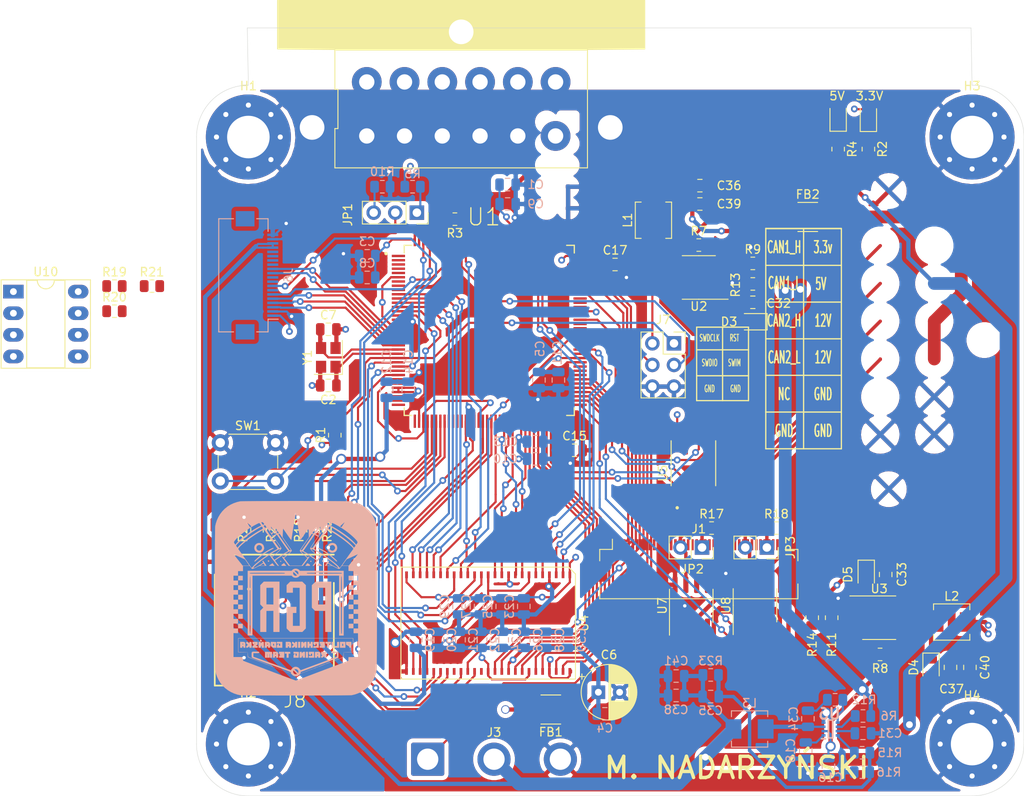
<source format=kicad_pcb>
(kicad_pcb (version 20171130) (host pcbnew "(5.1.8)-1")
  (layers (0 F.Cu signal) (1 In1.Cu power) (2 In2.Cu power) (31 B.Cu signal hide) (34 B.Paste user hide) (35 F.Paste user hide) (36 B.SilkS user hide) (37 F.SilkS user) (38 B.Mask user hide) (39 F.Mask user hide) (44 Edge.Cuts user))
  (net 0 "")
  (net 1 GND)
  (net 2 +3V3)
  (net 3 "Net-(U1-Pad45)")
  (net 4 /FMC_SDNRAS)
  (net 5 /FMC_A6)
  (net 6 "Net-(U1-Pad57)")
  (net 7 "Net-(U1-Pad110)")
  (net 8 "Net-(U1-Pad111)")
  (net 9 "Net-(U1-Pad112)")
  (net 10 "Net-(U1-Pad129)")
  (net 11 "Net-(U1-Pad135)")
  (net 12 "Net-(U1-Pad137)")
  (net 13 "Net-(U1-Pad1)")
  (net 14 "Net-(U1-Pad2)")
  (net 15 "Net-(U1-Pad7)")
  (net 16 "Net-(U1-Pad8)")
  (net 17 "Net-(U1-Pad9)")
  (net 18 /FMC_A3)
  (net 19 +3.3VA)
  (net 20 "Net-(U1-Pad34)")
  (net 21 "Net-(U1-Pad80)")
  (net 22 "Net-(U1-Pad81)")
  (net 23 "Net-(U1-Pad82)")
  (net 24 "Net-(U1-Pad87)")
  (net 25 "Net-(U1-Pad88)")
  (net 26 "Net-(U1-Pad90)")
  (net 27 "Net-(U1-Pad98)")
  (net 28 "Net-(U1-Pad101)")
  (net 29 /FMC_A10)
  (net 30 /FMC_A0)
  (net 31 /FMC_A1)
  (net 32 /FMC_A2)
  (net 33 +5V)
  (net 34 +12V)
  (net 35 LED_DATA)
  (net 36 CAN_1_1)
  (net 37 CAN_1_2)
  (net 38 CAN_2_1)
  (net 39 CAN_2_2)
  (net 40 /FMC_D0)
  (net 41 /FMC_D1)
  (net 42 /FMC_D2)
  (net 43 /FMC_D3)
  (net 44 /FMC_D4)
  (net 45 /FMC_D5)
  (net 46 /FMC_D6)
  (net 47 /FMC_D7)
  (net 48 /FMC_BA0)
  (net 49 /FMC_A4)
  (net 50 /FMC_A5)
  (net 51 /FMC_A7)
  (net 52 /FMC_A8)
  (net 53 /FMC_A9)
  (net 54 /FMC_D8)
  (net 55 /FMC_D9)
  (net 56 /FMC_D10)
  (net 57 /FMC_D12)
  (net 58 /FMC_D13)
  (net 59 /FMC_D14)
  (net 60 /FMC_D15)
  (net 61 /FMC_SDNWE)
  (net 62 /FMC_D11)
  (net 63 /FMC_SDCAS)
  (net 64 /FMC_SDNE0)
  (net 65 /FMC_SDCKE0)
  (net 66 /FMC_SDCLK)
  (net 67 CAN_H1)
  (net 68 CAN_L1)
  (net 69 CAN_H2)
  (net 70 CAN_L2)
  (net 71 /D_QUADSPI_BK1_IO2)
  (net 72 /D_POWER_DOWN)
  (net 73 /D_QUADSPI_NCS)
  (net 74 /D_QUADSPI_BK1_IO0)
  (net 75 /D_QUADSPI_BK1_IO1)
  (net 76 /D_QUADSPI_CLK)
  (net 77 "Net-(J4-Pad13)")
  (net 78 /SD_CARD_DETECT)
  (net 79 /SD_MISO)
  (net 80 /SD_SCLK)
  (net 81 /SD_MOSI)
  (net 82 /SD_CS)
  (net 83 "Net-(JP1-Pad1)")
  (net 84 "Net-(JP2-Pad1)")
  (net 85 /FMC_NBL0)
  (net 86 /FMC_NBL1)
  (net 87 /D_QUADSPI_BK1_IO3)
  (net 88 "Net-(C2-Pad1)")
  (net 89 "Net-(C7-Pad1)")
  (net 90 VCAP1)
  (net 91 VCAP2)
  (net 92 "Net-(D1-Pad1)")
  (net 93 "Net-(D2-Pad1)")
  (net 94 "Net-(J6-Pad16)")
  (net 95 "Net-(J6-Pad15)")
  (net 96 "Net-(J6-Pad14)")
  (net 97 "Net-(J6-Pad13)")
  (net 98 "Net-(J6-Pad10)")
  (net 99 "Net-(J6-Pad9)")
  (net 100 "Net-(J6-Pad7)")
  (net 101 SWDIO)
  (net 102 SWIM)
  (net 103 SWDCLK)
  (net 104 RST)
  (net 105 "Net-(J8-Pad8)")
  (net 106 "Net-(J8-Pad1)")
  (net 107 "Net-(JP1-Pad3)")
  (net 108 "Net-(JP1-Pad2)")
  (net 109 "Net-(JP3-Pad1)")
  (net 110 "Net-(R3-Pad2)")
  (net 111 "Net-(R15-Pad2)")
  (net 112 /FLASH_MOSI)
  (net 113 /FLASH_MISO)
  (net 114 "Net-(U1-Pad124)")
  (net 115 /FLASH_CS)
  (net 116 /FLASH_SCK)
  (net 117 "Net-(U4-Pad37)")
  (net 118 "Net-(U4-Pad33)")
  (net 119 "Net-(J4-Pad5)")
  (net 120 "Net-(U1-Pad123)")
  (net 121 +12L)
  (net 122 "Net-(C18-Pad2)")
  (net 123 "Net-(C31-Pad2)")
  (net 124 "Net-(C32-Pad2)")
  (net 125 "Net-(C32-Pad1)")
  (net 126 "Net-(C33-Pad2)")
  (net 127 "Net-(C33-Pad1)")
  (net 128 "Net-(C34-Pad2)")
  (net 129 "Net-(C34-Pad1)")
  (net 130 "Net-(C35-Pad1)")
  (net 131 +8V)
  (net 132 "Net-(R6-Pad2)")
  (net 133 "Net-(R7-Pad2)")
  (net 134 "Net-(R8-Pad2)")
  (net 135 "Net-(R13-Pad1)")
  (net 136 "Net-(R11-Pad1)")
  (net 137 "Net-(R12-Pad2)")
  (net 138 "Net-(U7-Pad5)")
  (net 139 "Net-(U8-Pad5)")
  (net 140 /LTDC_R0)
  (net 141 /LTDC_R1)
  (net 142 /LTDC_R2)
  (net 143 /LTDC_R3)
  (net 144 /LTDC_R4)
  (net 145 /LTDC_R5)
  (net 146 /LTDC_R6)
  (net 147 /LTDC_R7)
  (net 148 /LTDC_G0)
  (net 149 /LTDC_G1)
  (net 150 /LTDC_G2)
  (net 151 /LTDC_G3)
  (net 152 /LTDC_G4)
  (net 153 /LTDC_G5)
  (net 154 /LTDC_G6)
  (net 155 /LTDC_G7)
  (net 156 /LTDC_B0)
  (net 157 /LTDC_B1)
  (net 158 /LTDC_B2)
  (net 159 /LTDC_B3)
  (net 160 /LTDC_B4)
  (net 161 /LTDC_B5)
  (net 162 /LTDC_B6)
  (net 163 /LTDC_B7)
  (net 164 /LTDC_CLK)
  (net 165 /DISPLAY_EN)
  (net 166 /LTDC_HSYNC)
  (net 167 /LTDC_VSYNC)
  (net 168 /LTDC_DE)
  (net 169 "Net-(J1-Pad35)")
  (net 170 "Net-(J1-Pad37)")
  (net 171 "Net-(J1-Pad38)")
  (net 172 "Net-(J1-Pad39)")
  (net 173 "Net-(J1-Pad40)")
  (net 174 "Net-(U1-Pad76)")
  (net 175 "Net-(U1-Pad75)")
  (net 176 "Net-(U1-Pad119)")
  (net 177 "Net-(U1-Pad118)")
  (net 178 ESP_UART_TX)
  (net 179 ESP_UART_RX)
  (net 180 "Net-(R19-Pad2)")
  (net 181 "Net-(R19-Pad1)")
  (net 182 "Net-(R20-Pad2)")
  (net 183 "Net-(R20-Pad1)")
  (net 184 "Net-(R21-Pad2)")
  (net 185 /I2C3_SCL)
  (net 186 /I2C3_SDA)
  (net 187 "Net-(U1-Pad27)")
  (net 188 /QUADSPI_IO1)
  (net 189 /QUADSPI_IO0)
  (net 190 /QUADSPI_IO2)
  (net 191 /QUADSPI_IO3)
  (net 192 /QUADSPI_NCS)
  (net 193 /QUADSPI_CLK)
  (net 194 /QUADSPI_SCK)
  (module Package_DIP:DIP-8_W7.62mm_Socket_LongPads (layer F.Cu) (at 145.6 45.354)
    (fp_text reference U10 (at 3.81 -2.33) (layer F.SilkS))
    (fp_text value 24LC01)
    (pad 8 thru_hole oval (at 7.62 0) (size 2.4 1.6) (drill 0.8) (layers *.Cu *.Mask) (net 2 +3V3))
    (pad 4 thru_hole oval (at 0 7.62) (size 2.4 1.6) (drill 0.8) (layers *.Cu *.Mask) (net 1 GND))
    (pad 7 thru_hole oval (at 7.62 2.54) (size 2.4 1.6) (drill 0.8) (layers *.Cu *.Mask) (net 184 "Net-(R21-Pad2)"))
    (pad 3 thru_hole oval (at 0 5.08) (size 2.4 1.6) (drill 0.8) (layers *.Cu *.Mask) (net 1 GND))
    (pad 6 thru_hole oval (at 7.62 5.08) (size 2.4 1.6) (drill 0.8) (layers *.Cu *.Mask) (net 185 /I2C3_SCL))
    (pad 2 thru_hole oval (at 0 2.54) (size 2.4 1.6) (drill 0.8) (layers *.Cu *.Mask) (net 1 GND))
    (pad 5 thru_hole oval (at 7.62 7.62) (size 2.4 1.6) (drill 0.8) (layers *.Cu *.Mask) (net 186 /I2C3_SDA))
    (pad 1 thru_hole rect (at 0 0) (size 2.4 1.6) (drill 0.8) (layers *.Cu *.Mask) (net 1 GND))
  )
  (module Resistor_SMD:R_0805_2012Metric (layer F.Cu) (at 161.89 44.704)
    (fp_text reference R21 (at 0 -1.65) (layer F.SilkS))
    (fp_text value 10k)
    (pad 2 smd roundrect (at 0.9125 0) (size 1.025 1.4) (layers F.Cu F.Paste F.Mask) (roundrect_rratio 0.243902) (net 184 "Net-(R21-Pad2)"))
    (pad 1 smd roundrect (at -0.9125 0) (size 1.025 1.4) (layers F.Cu F.Paste F.Mask) (roundrect_rratio 0.243902) (net 1 GND))
  )
  (module Resistor_SMD:R_0805_2012Metric (layer F.Cu) (at 157.48 47.654)
    (fp_text reference R20 (at 0 -1.65) (layer F.SilkS))
    (fp_text value 10k)
    (pad 2 smd roundrect (at 0.9125 0) (size 1.025 1.4) (layers F.Cu F.Paste F.Mask) (roundrect_rratio 0.243902) (net 182 "Net-(R20-Pad2)"))
    (pad 1 smd roundrect (at -0.9125 0) (size 1.025 1.4) (layers F.Cu F.Paste F.Mask) (roundrect_rratio 0.243902) (net 183 "Net-(R20-Pad1)"))
  )
  (module Resistor_SMD:R_0805_2012Metric (layer F.Cu) (at 157.48 44.704)
    (fp_text reference R19 (at 0 -1.65) (layer F.SilkS))
    (fp_text value 10k)
    (pad 2 smd roundrect (at 0.9125 0) (size 1.025 1.4) (layers F.Cu F.Paste F.Mask) (roundrect_rratio 0.243902) (net 180 "Net-(R19-Pad2)"))
    (pad 1 smd roundrect (at -0.9125 0) (size 1.025 1.4) (layers F.Cu F.Paste F.Mask) (roundrect_rratio 0.243902) (net 181 "Net-(R19-Pad1)"))
  )
  (module Resistor_SMD:R_0805_2012Metric (layer F.Cu) (at 232.537 44.45)
    (fp_text reference R13 (at -2.032 0.127 90) (layer F.SilkS))
    (fp_text value R)
    (pad 2 smd roundrect (at 0.9125 0) (size 1.025 1.4) (layers F.Cu F.Paste F.Mask) (roundrect_rratio 0.243902) (net 131 +8V))
    (pad 1 smd roundrect (at -0.9125 0) (size 1.025 1.4) (layers F.Cu F.Paste F.Mask) (roundrect_rratio 0.243902) (net 135 "Net-(R13-Pad1)"))
  )
  (module Package_SO:SOIC-8-1EP_3.9x4.9mm_P1.27mm_EP2.29x3mm (layer F.Cu) (at 226.187 43.688 180)
    (fp_text reference U2 (at 0 -3.4) (layer F.SilkS))
    (fp_text value MP2359DJ-LF-Z)
    (pad 9 smd rect (at 0 0 180) (size 2.29 3) (layers F.Cu F.Mask))
    (pad 8 smd roundrect (at 2.475 -1.905 180) (size 1.95 0.6) (layers F.Cu F.Paste F.Mask))
    (pad 7 smd roundrect (at 2.475 -0.635 180) (size 1.95 0.6) (layers F.Cu F.Paste F.Mask))
    (pad 6 smd roundrect (at 2.475 0.635 180) (size 1.95 0.6) (layers F.Cu F.Paste F.Mask) (net 124 "Net-(C32-Pad2)"))
    (pad 5 smd roundrect (at 2.475 1.905 180) (size 1.95 0.6) (layers F.Cu F.Paste F.Mask) (net 121 +12L))
    (pad 4 smd roundrect (at -2.475 1.905 180) (size 1.95 0.6) (layers F.Cu F.Paste F.Mask) (net 133 "Net-(R7-Pad2)"))
    (pad 3 smd roundrect (at -2.475 0.635 180) (size 1.95 0.6) (layers F.Cu F.Paste F.Mask) (net 135 "Net-(R13-Pad1)"))
    (pad 2 smd roundrect (at -2.475 -0.635 180) (size 1.95 0.6) (layers F.Cu F.Paste F.Mask) (net 1 GND))
    (pad 1 smd roundrect (at -2.475 -1.905 180) (size 1.95 0.6) (layers F.Cu F.Paste F.Mask) (net 125 "Net-(C32-Pad1)"))
  )
  (module Resistor_SMD:R_0805_2012Metric (layer F.Cu) (at 232.537 42.037)
    (fp_text reference R9 (at 0 -1.65) (layer F.SilkS))
    (fp_text value R)
    (pad 2 smd roundrect (at 0.9125 0) (size 1.025 1.4) (layers F.Cu F.Paste F.Mask) (roundrect_rratio 0.243902) (net 1 GND))
    (pad 1 smd roundrect (at -0.9125 0) (size 1.025 1.4) (layers F.Cu F.Paste F.Mask) (roundrect_rratio 0.243902) (net 135 "Net-(R13-Pad1)"))
  )
  (module Resistor_SMD:R_0805_2012Metric (layer F.Cu) (at 226.187 39.878)
    (fp_text reference R7 (at 0 -1.65) (layer F.SilkS))
    (fp_text value 100k)
    (pad 2 smd roundrect (at 0.9125 0) (size 1.025 1.4) (layers F.Cu F.Paste F.Mask) (roundrect_rratio 0.243902) (net 133 "Net-(R7-Pad2)"))
    (pad 1 smd roundrect (at -0.9125 0) (size 1.025 1.4) (layers F.Cu F.Paste F.Mask) (roundrect_rratio 0.243902) (net 121 +12L))
  )
  (module Capacitor_SMD:C_0805_2012Metric (layer F.Cu) (at 232.537 46.609)
    (fp_text reference C32 (at 3.048 0.127) (layer F.SilkS))
    (fp_text value 10nF)
    (pad 2 smd roundrect (at 0.95 0) (size 1 1.45) (layers F.Cu F.Paste F.Mask) (net 124 "Net-(C32-Pad2)"))
    (pad 1 smd roundrect (at -0.95 0) (size 1 1.45) (layers F.Cu F.Paste F.Mask) (net 125 "Net-(C32-Pad1)"))
  )
  (module SOT-583:SOTFL50P160X60-8N (layer B.Cu) (at 241.681 96.774)
    (fp_text reference U6 (at -0.127 -1.778 180) (layer B.SilkS) (effects (font (size 1.27 1.27) (thickness 0.254)) (justify mirror)))
    (fp_text value MP2332H hide)
    (pad 8 smd rect (at 0.838 0.75 270) (size 0.3 0.475) (layers B.Cu B.Paste B.Mask) (net 111 "Net-(R15-Pad2)"))
    (pad 7 smd rect (at 0.838 0.25 270) (size 0.3 0.475) (layers B.Cu B.Paste B.Mask) (net 123 "Net-(C31-Pad2)"))
    (pad 6 smd rect (at 0.838 -0.25 270) (size 0.3 0.475) (layers B.Cu B.Paste B.Mask) (net 132 "Net-(R6-Pad2)"))
    (pad 5 smd rect (at 0.838 -0.75 270) (size 0.3 0.475) (layers B.Cu B.Paste B.Mask) (net 137 "Net-(R12-Pad2)"))
    (pad 4 smd rect (at -0.838 -0.75 270) (size 0.3 0.475) (layers B.Cu B.Paste B.Mask) (net 1 GND))
    (pad 3 smd rect (at -0.838 -0.25 270) (size 0.3 0.475) (layers B.Cu B.Paste B.Mask) (net 128 "Net-(C34-Pad2)"))
    (pad 2 smd rect (at -0.838 0.25 270) (size 0.3 0.475) (layers B.Cu B.Paste B.Mask) (net 121 +12L))
    (pad 1 smd rect (at -0.838 0.75 270) (size 0.3 0.475) (layers B.Cu B.Paste B.Mask) (net 122 "Net-(C18-Pad2)"))
  )
  (module Package_SO:SOIC-8_3.9x4.9mm_P1.27mm (layer F.Cu) (at 232.791 82.231 90)
    (fp_text reference U8 (at 0 -3.4 90) (layer F.SilkS))
    (fp_text value MCP2561-E-SN)
    (pad 8 smd roundrect (at 2.475 -1.905 90) (size 1.95 0.6) (layers F.Cu F.Paste F.Mask) (net 1 GND))
    (pad 7 smd roundrect (at 2.475 -0.635 90) (size 1.95 0.6) (layers F.Cu F.Paste F.Mask) (net 69 CAN_H2))
    (pad 6 smd roundrect (at 2.475 0.635 90) (size 1.95 0.6) (layers F.Cu F.Paste F.Mask) (net 70 CAN_L2))
    (pad 5 smd roundrect (at 2.475 1.905 90) (size 1.95 0.6) (layers F.Cu F.Paste F.Mask) (net 139 "Net-(U8-Pad5)"))
    (pad 4 smd roundrect (at -2.475 1.905 90) (size 1.95 0.6) (layers F.Cu F.Paste F.Mask) (net 39 CAN_2_2))
    (pad 3 smd roundrect (at -2.475 0.635 90) (size 1.95 0.6) (layers F.Cu F.Paste F.Mask) (net 33 +5V))
    (pad 2 smd roundrect (at -2.475 -0.635 90) (size 1.95 0.6) (layers F.Cu F.Paste F.Mask) (net 1 GND))
    (pad 1 smd roundrect (at -2.475 -1.905 90) (size 1.95 0.6) (layers F.Cu F.Paste F.Mask) (net 38 CAN_2_1))
  )
  (module Connector:DT13 (layer F.Cu) (at 198.247 23.876)
    (fp_text reference J4)
    (fp_text value MAIN_CONNECTOR)
    (pad 13 thru_hole circle (at 0 -9.065) (size 3.2 3.2) (drill 2.9) (layers *.Cu *.Mask) (net 77 "Net-(J4-Pad13)"))
    (pad 14 thru_hole circle (at -17.53 2.174) (size 3.2 3.2) (drill 2.9) (layers *.Cu *.Mask) (net 1 GND))
    (pad 15 thru_hole circle (at 17.53 2.174) (size 3.2 3.2) (drill 2.9) (layers *.Cu *.Mask) (net 1 GND))
    (pad 6 thru_hole circle (at 11.1 3.175) (size 3.5 3.5) (drill 1.8) (layers *.Cu *.Mask) (net 1 GND))
    (pad 7 thru_hole circle (at 11.1 -3.175) (size 3.5 3.5) (drill 1.8) (layers *.Cu *.Mask) (net 1 GND))
    (pad 5 thru_hole circle (at 6.66 3.175) (size 3.5 3.5) (drill 1.8) (layers *.Cu *.Mask) (net 119 "Net-(J4-Pad5)"))
    (pad 8 thru_hole circle (at 6.66 -3.175) (size 3.5 3.5) (drill 1.8) (layers *.Cu *.Mask) (net 1 GND))
    (pad 4 thru_hole circle (at 2.22 3.175) (size 3.5 3.5) (drill 1.8) (layers *.Cu *.Mask) (net 70 CAN_L2))
    (pad 9 thru_hole circle (at 2.22 -3.175) (size 3.5 3.5) (drill 1.8) (layers *.Cu *.Mask) (net 34 +12V))
    (pad 3 thru_hole circle (at -2.22 3.175) (size 3.5 3.5) (drill 1.8) (layers *.Cu *.Mask) (net 69 CAN_H2))
    (pad 10 thru_hole circle (at -2.22 -3.175) (size 3.5 3.5) (drill 1.8) (layers *.Cu *.Mask) (net 34 +12V))
    (pad 2 thru_hole circle (at -6.66 3.175) (size 3.5 3.5) (drill 1.8) (layers *.Cu *.Mask) (net 68 CAN_L1))
    (pad 11 thru_hole circle (at -6.66 -3.175) (size 3.5 3.5) (drill 1.8) (layers *.Cu *.Mask) (net 33 +5V))
    (pad 1 thru_hole circle (at -11.1 3.175) (size 3.5 3.5) (drill 1.8) (layers *.Cu *.Mask) (net 67 CAN_H1))
    (pad 12 thru_hole circle (at -11.1 -3.175) (size 3.5 3.5) (drill 1.8) (layers *.Cu *.Mask) (net 2 +3V3))
  )
  (module Connector_PinSocket_2.54mm:PinSocket_1x02_P2.54mm_Vertical (layer F.Cu) (at 234.188 75.438 270)
    (fp_text reference JP3 (at 0 -2.77 90) (layer F.SilkS))
    (fp_text value CAN2_RESISTOR)
    (pad 2 thru_hole oval (at 0 2.54 270) (size 1.7 1.7) (drill 1) (layers *.Cu *.Mask) (net 69 CAN_H2))
    (pad 1 thru_hole rect (at 0 0 270) (size 1.7 1.7) (drill 1) (layers *.Cu *.Mask) (net 109 "Net-(JP3-Pad1)"))
  )
  (module Package_SO:SOIC-8_3.9x4.9mm_P1.27mm (layer F.Cu) (at 225.298 82.296 90)
    (fp_text reference U7 (at 0 -3.4 90) (layer F.SilkS))
    (fp_text value MCP2561-E-SN)
    (pad 8 smd roundrect (at 2.475 -1.905 90) (size 1.95 0.6) (layers F.Cu F.Paste F.Mask) (net 1 GND))
    (pad 7 smd roundrect (at 2.475 -0.635 90) (size 1.95 0.6) (layers F.Cu F.Paste F.Mask) (net 67 CAN_H1))
    (pad 6 smd roundrect (at 2.475 0.635 90) (size 1.95 0.6) (layers F.Cu F.Paste F.Mask) (net 68 CAN_L1))
    (pad 5 smd roundrect (at 2.475 1.905 90) (size 1.95 0.6) (layers F.Cu F.Paste F.Mask) (net 138 "Net-(U7-Pad5)"))
    (pad 4 smd roundrect (at -2.475 1.905 90) (size 1.95 0.6) (layers F.Cu F.Paste F.Mask) (net 37 CAN_1_2))
    (pad 3 smd roundrect (at -2.475 0.635 90) (size 1.95 0.6) (layers F.Cu F.Paste F.Mask) (net 33 +5V))
    (pad 2 smd roundrect (at -2.475 -0.635 90) (size 1.95 0.6) (layers F.Cu F.Paste F.Mask) (net 1 GND))
    (pad 1 smd roundrect (at -2.475 -1.905 90) (size 1.95 0.6) (layers F.Cu F.Paste F.Mask) (net 36 CAN_1_1))
  )
  (module Package_SO:SOIC-8-1EP_3.9x4.9mm_P1.27mm_EP2.29x3mm (layer F.Cu) (at 247.396 83.693)
    (fp_text reference U3 (at 0 -3.4) (layer F.SilkS))
    (fp_text value MP2359DJ-LF-Z)
    (pad 9 smd rect (at 0 0) (size 2.29 3) (layers F.Cu F.Mask))
    (pad 8 smd roundrect (at 2.475 -1.905) (size 1.95 0.6) (layers F.Cu F.Paste F.Mask))
    (pad 7 smd roundrect (at 2.475 -0.635) (size 1.95 0.6) (layers F.Cu F.Paste F.Mask))
    (pad 6 smd roundrect (at 2.475 0.635) (size 1.95 0.6) (layers F.Cu F.Paste F.Mask) (net 126 "Net-(C33-Pad2)"))
    (pad 5 smd roundrect (at 2.475 1.905) (size 1.95 0.6) (layers F.Cu F.Paste F.Mask) (net 121 +12L))
    (pad 4 smd roundrect (at -2.475 1.905) (size 1.95 0.6) (layers F.Cu F.Paste F.Mask) (net 134 "Net-(R8-Pad2)"))
    (pad 3 smd roundrect (at -2.475 0.635) (size 1.95 0.6) (layers F.Cu F.Paste F.Mask) (net 136 "Net-(R11-Pad1)"))
    (pad 2 smd roundrect (at -2.475 -0.635) (size 1.95 0.6) (layers F.Cu F.Paste F.Mask) (net 1 GND))
    (pad 1 smd roundrect (at -2.475 -1.905) (size 1.95 0.6) (layers F.Cu F.Paste F.Mask) (net 127 "Net-(C33-Pad1)"))
  )
  (module Resistor_SMD:R_0805_2012Metric (layer B.Cu) (at 227.584 90.424 180)
    (fp_text reference R23 (at 0 1.65) (layer B.SilkS) (effects (justify mirror)))
    (fp_text value 40.2k)
    (pad 2 smd roundrect (at 0.9125 0 180) (size 1.025 1.4) (layers B.Cu B.Paste B.Mask) (roundrect_rratio 0.243902) (net 33 +5V))
    (pad 1 smd roundrect (at -0.9125 0 180) (size 1.025 1.4) (layers B.Cu B.Paste B.Mask) (roundrect_rratio 0.243902) (net 130 "Net-(C35-Pad1)"))
  )
  (module Resistor_SMD:R_0805_2012Metric (layer B.Cu) (at 245.364 101.854 180)
    (fp_text reference R16 (at -3.175 0) (layer B.SilkS) (effects (justify mirror)))
    (fp_text value 13k)
    (pad 2 smd roundrect (at 0.9125 0 180) (size 1.025 1.4) (layers B.Cu B.Paste B.Mask) (roundrect_rratio 0.243902) (net 1 GND))
    (pad 1 smd roundrect (at -0.9125 0 180) (size 1.025 1.4) (layers B.Cu B.Paste B.Mask) (roundrect_rratio 0.243902) (net 130 "Net-(C35-Pad1)"))
  )
  (module Resistor_SMD:R_0805_2012Metric (layer B.Cu) (at 245.3875 99.568 180)
    (fp_text reference R15 (at -3.2785 0 180) (layer B.SilkS) (effects (justify mirror)))
    (fp_text value 20k)
    (pad 2 smd roundrect (at 0.9125 0 180) (size 1.025 1.4) (layers B.Cu B.Paste B.Mask) (roundrect_rratio 0.243902) (net 111 "Net-(R15-Pad2)"))
    (pad 1 smd roundrect (at -0.9125 0 180) (size 1.025 1.4) (layers B.Cu B.Paste B.Mask) (roundrect_rratio 0.243902) (net 130 "Net-(C35-Pad1)"))
  )
  (module Resistor_SMD:R_0805_2012Metric (layer F.Cu) (at 239.522 83.693 90)
    (fp_text reference R14 (at -3.175 0 90) (layer F.SilkS))
    (fp_text value R)
    (pad 2 smd roundrect (at 0.9125 0 90) (size 1.025 1.4) (layers F.Cu F.Paste F.Mask) (roundrect_rratio 0.243902) (net 2 +3V3))
    (pad 1 smd roundrect (at -0.9125 0 90) (size 1.025 1.4) (layers F.Cu F.Paste F.Mask) (roundrect_rratio 0.243902) (net 136 "Net-(R11-Pad1)"))
  )
  (module Resistor_SMD:R_0805_2012Metric (layer B.Cu) (at 242.2125 93.345)
    (fp_text reference R12 (at 3.4055 0 180) (layer B.SilkS) (effects (justify mirror)))
    (fp_text value R)
    (pad 2 smd roundrect (at 0.9125 0) (size 1.025 1.4) (layers B.Cu B.Paste B.Mask) (roundrect_rratio 0.243902) (net 137 "Net-(R12-Pad2)"))
    (pad 1 smd roundrect (at -0.9125 0) (size 1.025 1.4) (layers B.Cu B.Paste B.Mask) (roundrect_rratio 0.243902) (net 129 "Net-(C34-Pad1)"))
  )
  (module Resistor_SMD:R_0805_2012Metric (layer F.Cu) (at 241.808 83.693 90)
    (fp_text reference R11 (at -3.175 0 90) (layer F.SilkS))
    (fp_text value R)
    (pad 2 smd roundrect (at 0.9125 0 90) (size 1.025 1.4) (layers F.Cu F.Paste F.Mask) (roundrect_rratio 0.243902) (net 1 GND))
    (pad 1 smd roundrect (at -0.9125 0 90) (size 1.025 1.4) (layers F.Cu F.Paste F.Mask) (roundrect_rratio 0.243902) (net 136 "Net-(R11-Pad1)"))
  )
  (module Resistor_SMD:R_0805_2012Metric (layer F.Cu) (at 247.4995 88.011 180)
    (fp_text reference R8 (at 0 -1.65) (layer F.SilkS))
    (fp_text value 100k)
    (pad 2 smd roundrect (at 0.9125 0 180) (size 1.025 1.4) (layers F.Cu F.Paste F.Mask) (roundrect_rratio 0.243902) (net 134 "Net-(R8-Pad2)"))
    (pad 1 smd roundrect (at -0.9125 0 180) (size 1.025 1.4) (layers F.Cu F.Paste F.Mask) (roundrect_rratio 0.243902) (net 121 +12L))
  )
  (module Resistor_SMD:R_0805_2012Metric (layer B.Cu) (at 245.491 95.25 180)
    (fp_text reference R6 (at -3.048 0 180) (layer B.SilkS) (effects (justify mirror)))
    (fp_text value 100k)
    (pad 2 smd roundrect (at 0.9125 0 180) (size 1.025 1.4) (layers B.Cu B.Paste B.Mask) (roundrect_rratio 0.243902) (net 132 "Net-(R6-Pad2)"))
    (pad 1 smd roundrect (at -0.9125 0 180) (size 1.025 1.4) (layers B.Cu B.Paste B.Mask) (roundrect_rratio 0.243902) (net 121 +12L))
  )
  (module Inductor_SMD:L_Vishay_IHLP-1616 (layer B.Cu) (at 232.156 96.774 180)
    (fp_text reference L3 (at 0 3.032) (layer B.SilkS) (effects (justify mirror)))
    (fp_text value 2.2uH)
    (pad 2 smd rect (at 1.89225 0 180) (size 1.8545 2.286) (layers B.Cu B.Paste B.Mask) (net 33 +5V))
    (pad 1 smd rect (at -1.89225 0 180) (size 1.8545 2.286) (layers B.Cu B.Paste B.Mask) (net 128 "Net-(C34-Pad2)"))
  )
  (module Inductor_SMD:L_Vishay_IHLP-1616 (layer F.Cu) (at 255.91775 84.201)
    (fp_text reference L2 (at 0 -3.032) (layer F.SilkS))
    (fp_text value 10uH)
    (pad 2 smd rect (at 1.89225 0) (size 1.8545 2.286) (layers F.Cu F.Paste F.Mask) (net 2 +3V3))
    (pad 1 smd rect (at -1.89225 0) (size 1.8545 2.286) (layers F.Cu F.Paste F.Mask) (net 126 "Net-(C33-Pad2)"))
  )
  (module Inductor_SMD:L_Vishay_IHLP-1616 (layer F.Cu) (at 220.853 36.957 90)
    (fp_text reference L1 (at 0 -3.032 90) (layer F.SilkS))
    (fp_text value 10uH)
    (pad 2 smd rect (at 1.89225 0 90) (size 1.8545 2.286) (layers F.Cu F.Paste F.Mask) (net 131 +8V))
    (pad 1 smd rect (at -1.89225 0 90) (size 1.8545 2.286) (layers F.Cu F.Paste F.Mask) (net 124 "Net-(C32-Pad2)"))
  )
  (module Capacitor_SMD:C_1812_4532Metric (layer F.Cu) (at 238.996 36.576)
    (fp_text reference FB2 (at 0 -2.65) (layer F.SilkS))
    (fp_text value Ferrite_Bead)
    (pad 2 smd roundrect (at 2.05 0) (size 1.4 3.4) (layers F.Cu F.Paste F.Mask) (roundrect_rratio 0.178571) (net 34 +12V))
    (pad 1 smd roundrect (at -2.05 0) (size 1.4 3.4) (layers F.Cu F.Paste F.Mask) (roundrect_rratio 0.178571) (net 121 +12L))
  )
  (module Diode_SMD:D_0805_2012Metric (layer F.Cu) (at 245.872 78.613 270)
    (fp_text reference D5 (at 0 2.159 90) (layer F.SilkS))
    (fp_text value 1N4148)
    (pad 2 smd roundrect (at 0.9375 0 270) (size 0.975 1.4) (layers F.Cu F.Paste F.Mask) (net 127 "Net-(C33-Pad1)"))
    (pad 1 smd roundrect (at -0.9375 0 270) (size 0.975 1.4) (layers F.Cu F.Paste F.Mask) (net 2 +3V3))
  )
  (module Diode_SMD:D_0805_2012Metric (layer F.Cu) (at 253.492 89.535 270)
    (fp_text reference D4 (at 0 2.032 90) (layer F.SilkS))
    (fp_text value D_Schottky)
    (pad 2 smd roundrect (at 0.9375 0 270) (size 0.975 1.4) (layers F.Cu F.Paste F.Mask) (net 1 GND))
    (pad 1 smd roundrect (at -0.9375 0 270) (size 0.975 1.4) (layers F.Cu F.Paste F.Mask) (net 126 "Net-(C33-Pad2)"))
  )
  (module Diode_SMD:D_0805_2012Metric (layer F.Cu) (at 232.537 48.895 180)
    (fp_text reference D3 (at 2.794 0) (layer F.SilkS))
    (fp_text value D_Schottky)
    (pad 2 smd roundrect (at 0.9375 0 180) (size 0.975 1.4) (layers F.Cu F.Paste F.Mask) (net 1 GND))
    (pad 1 smd roundrect (at -0.9375 0 180) (size 0.975 1.4) (layers F.Cu F.Paste F.Mask) (net 124 "Net-(C32-Pad2)"))
  )
  (module Capacitor_SMD:C_0805_2012Metric (layer B.Cu) (at 223.52 90.551)
    (fp_text reference C41 (at 0 -1.778) (layer B.SilkS) (effects (justify mirror)))
    (fp_text value 22uF)
    (pad 2 smd roundrect (at 0.95 0) (size 1 1.45) (layers B.Cu B.Paste B.Mask) (net 33 +5V))
    (pad 1 smd roundrect (at -0.95 0) (size 1 1.45) (layers B.Cu B.Paste B.Mask) (net 1 GND))
  )
  (module Capacitor_SMD:C_0805_2012Metric (layer F.Cu) (at 258.064 89.535 90)
    (fp_text reference C40 (at 0 1.778 90) (layer F.SilkS))
    (fp_text value 10uF)
    (pad 2 smd roundrect (at 0.95 0 90) (size 1 1.45) (layers F.Cu F.Paste F.Mask) (net 2 +3V3))
    (pad 1 smd roundrect (at -0.95 0 90) (size 1 1.45) (layers F.Cu F.Paste F.Mask) (net 1 GND))
  )
  (module Capacitor_SMD:C_0805_2012Metric (layer F.Cu) (at 226.314 35.052 180)
    (fp_text reference C39 (at -3.429 0) (layer F.SilkS))
    (fp_text value 10uF)
    (pad 2 smd roundrect (at 0.95 0 180) (size 1 1.45) (layers F.Cu F.Paste F.Mask) (net 131 +8V))
    (pad 1 smd roundrect (at -0.95 0 180) (size 1 1.45) (layers F.Cu F.Paste F.Mask) (net 1 GND))
  )
  (module Capacitor_SMD:C_0805_2012Metric (layer B.Cu) (at 223.52 92.837)
    (fp_text reference C38 (at 0 1.68) (layer B.SilkS) (effects (justify mirror)))
    (fp_text value 22uF)
    (pad 2 smd roundrect (at 0.95 0) (size 1 1.45) (layers B.Cu B.Paste B.Mask) (net 33 +5V))
    (pad 1 smd roundrect (at -0.95 0) (size 1 1.45) (layers B.Cu B.Paste B.Mask) (net 1 GND))
  )
  (module Capacitor_SMD:C_0805_2012Metric (layer F.Cu) (at 255.778 89.535 90)
    (fp_text reference C37 (at -2.54 0.127 180) (layer F.SilkS))
    (fp_text value 10uF)
    (pad 2 smd roundrect (at 0.95 0 90) (size 1 1.45) (layers F.Cu F.Paste F.Mask) (net 2 +3V3))
    (pad 1 smd roundrect (at -0.95 0 90) (size 1 1.45) (layers F.Cu F.Paste F.Mask) (net 1 GND))
  )
  (module Capacitor_SMD:C_0805_2012Metric (layer F.Cu) (at 226.314 32.893 180)
    (fp_text reference C36 (at -3.429 0) (layer F.SilkS))
    (fp_text value 10uF)
    (pad 2 smd roundrect (at 0.95 0 180) (size 1 1.45) (layers F.Cu F.Paste F.Mask) (net 131 +8V))
    (pad 1 smd roundrect (at -0.95 0 180) (size 1 1.45) (layers F.Cu F.Paste F.Mask) (net 1 GND))
  )
  (module Capacitor_SMD:C_0805_2012Metric (layer B.Cu) (at 227.584 92.964 180)
    (fp_text reference C35 (at 0 -1.651) (layer B.SilkS) (effects (justify mirror)))
    (fp_text value 10pF)
    (pad 2 smd roundrect (at 0.95 0 180) (size 1 1.45) (layers B.Cu B.Paste B.Mask) (net 33 +5V))
    (pad 1 smd roundrect (at -0.95 0 180) (size 1 1.45) (layers B.Cu B.Paste B.Mask) (net 130 "Net-(C35-Pad1)"))
  )
  (module Capacitor_SMD:C_0805_2012Metric (layer B.Cu) (at 239.014 95.57 270)
    (fp_text reference C34 (at 0 1.68 90) (layer B.SilkS) (effects (justify mirror)))
    (fp_text value 1uF)
    (pad 2 smd roundrect (at 0.95 0 270) (size 1 1.45) (layers B.Cu B.Paste B.Mask) (net 128 "Net-(C34-Pad2)"))
    (pad 1 smd roundrect (at -0.95 0 270) (size 1 1.45) (layers B.Cu B.Paste B.Mask) (net 129 "Net-(C34-Pad1)"))
  )
  (module Capacitor_SMD:C_0805_2012Metric (layer F.Cu) (at 248.158 78.613 90)
    (fp_text reference C33 (at 0 1.905 90) (layer F.SilkS))
    (fp_text value 10nF)
    (pad 2 smd roundrect (at 0.95 0 90) (size 1 1.45) (layers F.Cu F.Paste F.Mask) (net 126 "Net-(C33-Pad2)"))
    (pad 1 smd roundrect (at -0.95 0 90) (size 1 1.45) (layers F.Cu F.Paste F.Mask) (net 127 "Net-(C33-Pad1)"))
  )
  (module Capacitor_SMD:C_0805_2012Metric (layer B.Cu) (at 245.491 97.282 180)
    (fp_text reference C31 (at -3.175 0 180) (layer B.SilkS) (effects (justify mirror)))
    (fp_text value 1uF)
    (pad 2 smd roundrect (at 0.95 0 180) (size 1 1.45) (layers B.Cu B.Paste B.Mask) (net 123 "Net-(C31-Pad2)"))
    (pad 1 smd roundrect (at -0.95 0 180) (size 1 1.45) (layers B.Cu B.Paste B.Mask) (net 1 GND))
  )
  (module Capacitor_SMD:C_0805_2012Metric (layer B.Cu) (at 238.76 99.314 90)
    (fp_text reference C18 (at 0 -1.778 90) (layer B.SilkS) (effects (justify mirror)))
    (fp_text value 1uF)
    (pad 2 smd roundrect (at 0.95 0 90) (size 1 1.45) (layers B.Cu B.Paste B.Mask) (net 122 "Net-(C18-Pad2)"))
    (pad 1 smd roundrect (at -0.95 0 90) (size 1 1.45) (layers B.Cu B.Paste B.Mask) (net 1 GND))
  )
  (module Capacitor_SMD:C_0805_2012Metric (layer B.Cu) (at 241.427 101.153 270)
    (fp_text reference C16 (at 1.331 -0.254) (layer B.SilkS) (effects (justify mirror)))
    (fp_text value 100nF)
    (pad 2 smd roundrect (at 0.95 0 270) (size 1 1.45) (layers B.Cu B.Paste B.Mask) (net 1 GND))
    (pad 1 smd roundrect (at -0.95 0 270) (size 1 1.45) (layers B.Cu B.Paste B.Mask) (net 121 +12L))
  )
  (module PGR_logo:logo (layer B.Cu) (at 178.816 81.407 180)
    (fp_text reference G*** hide)
    (fp_text value LOGO hide)
  )
  (module LED_SMD:LED_0805_2012Metric (layer F.Cu) (at 242.57 24.8135 90)
    (fp_text reference D2)
    (fp_text value LED_5V)
    (pad 2 smd roundrect (at 0.9375 0 90) (size 0.975 1.4) (layers F.Cu F.Paste F.Mask) (net 33 +5V))
    (pad 1 smd roundrect (at -0.9375 0 90) (size 0.975 1.4) (layers F.Cu F.Paste F.Mask) (net 93 "Net-(D2-Pad1)"))
  )
  (module LED_SMD:LED_0805_2012Metric (layer F.Cu) (at 246.126 24.8435 90)
    (fp_text reference D1)
    (fp_text value LED_3.3V)
    (pad 2 smd roundrect (at 0.9375 0 90) (size 0.975 1.4) (layers F.Cu F.Paste F.Mask) (net 2 +3V3))
    (pad 1 smd roundrect (at -0.9375 0 90) (size 0.975 1.4) (layers F.Cu F.Paste F.Mask) (net 92 "Net-(D1-Pad1)"))
  )
  (module Resistor_SMD:R_0805_2012Metric (layer F.Cu) (at 242.57 28.5985 270)
    (fp_text reference R4 (at 0 -1.65 90) (layer F.SilkS))
    (fp_text value R)
    (pad 2 smd roundrect (at 0.9125 0 270) (size 1.025 1.4) (layers F.Cu F.Paste F.Mask) (roundrect_rratio 0.243902) (net 1 GND))
    (pad 1 smd roundrect (at -0.9125 0 270) (size 1.025 1.4) (layers F.Cu F.Paste F.Mask) (roundrect_rratio 0.243902) (net 93 "Net-(D2-Pad1)"))
  )
  (module Resistor_SMD:R_0805_2012Metric (layer F.Cu) (at 246.126 28.5985 270)
    (fp_text reference R2 (at 0 -1.65 90) (layer F.SilkS))
    (fp_text value R)
    (pad 2 smd roundrect (at 0.9125 0 270) (size 1.025 1.4) (layers F.Cu F.Paste F.Mask) (roundrect_rratio 0.243902) (net 1 GND))
    (pad 1 smd roundrect (at -0.9125 0 270) (size 1.025 1.4) (layers F.Cu F.Paste F.Mask) (roundrect_rratio 0.243902) (net 92 "Net-(D1-Pad1)"))
  )
  (module AS4C1M16S-6TCN:TSOP-II-50 (layer F.Cu) (at 201.422 84.328 180)
    (fp_text reference U4 (at -11.26 0 90) (layer F.SilkS))
    (fp_text value AS4C1M16S-6TCN)
    (pad 25 smd rect (at 9.6 5.68 180) (size 0.32 0.8) (layers F.Cu F.Paste F.Mask) (net 2 +3V3))
    (pad 26 smd rect (at 9.6 -5.68 180) (size 0.32 0.8) (layers F.Cu F.Paste F.Mask) (net 1 GND))
    (pad 24 smd rect (at 8.8 5.68 180) (size 0.32 0.8) (layers F.Cu F.Paste F.Mask) (net 18 /FMC_A3))
    (pad 27 smd rect (at 8.8 -5.68 180) (size 0.32 0.8) (layers F.Cu F.Paste F.Mask) (net 49 /FMC_A4))
    (pad 23 smd rect (at 8 5.68 180) (size 0.32 0.8) (layers F.Cu F.Paste F.Mask) (net 32 /FMC_A2))
    (pad 28 smd rect (at 8 -5.68 180) (size 0.32 0.8) (layers F.Cu F.Paste F.Mask) (net 50 /FMC_A5))
    (pad 22 smd rect (at 7.2 5.68 180) (size 0.32 0.8) (layers F.Cu F.Paste F.Mask) (net 31 /FMC_A1))
    (pad 29 smd rect (at 7.2 -5.68 180) (size 0.32 0.8) (layers F.Cu F.Paste F.Mask) (net 5 /FMC_A6))
    (pad 21 smd rect (at 6.4 5.68 180) (size 0.32 0.8) (layers F.Cu F.Paste F.Mask) (net 30 /FMC_A0))
    (pad 30 smd rect (at 6.4 -5.68 180) (size 0.32 0.8) (layers F.Cu F.Paste F.Mask) (net 51 /FMC_A7))
    (pad 20 smd rect (at 5.6 5.68 180) (size 0.32 0.8) (layers F.Cu F.Paste F.Mask) (net 29 /FMC_A10))
    (pad 31 smd rect (at 5.6 -5.68 180) (size 0.32 0.8) (layers F.Cu F.Paste F.Mask) (net 52 /FMC_A8))
    (pad 19 smd rect (at 4.8 5.68 180) (size 0.32 0.8) (layers F.Cu F.Paste F.Mask) (net 48 /FMC_BA0))
    (pad 32 smd rect (at 4.8 -5.68 180) (size 0.32 0.8) (layers F.Cu F.Paste F.Mask) (net 53 /FMC_A9))
    (pad 18 smd rect (at 4 5.68 180) (size 0.32 0.8) (layers F.Cu F.Paste F.Mask) (net 64 /FMC_SDNE0))
    (pad 33 smd rect (at 4 -5.68 180) (size 0.32 0.8) (layers F.Cu F.Paste F.Mask) (net 118 "Net-(U4-Pad33)"))
    (pad 17 smd rect (at 3.2 5.68 180) (size 0.32 0.8) (layers F.Cu F.Paste F.Mask) (net 4 /FMC_SDNRAS))
    (pad 34 smd rect (at 3.2 -5.68 180) (size 0.32 0.8) (layers F.Cu F.Paste F.Mask) (net 65 /FMC_SDCKE0))
    (pad 16 smd rect (at 2.4 5.68 180) (size 0.32 0.8) (layers F.Cu F.Paste F.Mask) (net 63 /FMC_SDCAS))
    (pad 35 smd rect (at 2.4 -5.68 180) (size 0.32 0.8) (layers F.Cu F.Paste F.Mask) (net 66 /FMC_SDCLK))
    (pad 15 smd rect (at 1.6 5.68 180) (size 0.32 0.8) (layers F.Cu F.Paste F.Mask) (net 61 /FMC_SDNWE))
    (pad 36 smd rect (at 1.6 -5.68 180) (size 0.32 0.8) (layers F.Cu F.Paste F.Mask) (net 86 /FMC_NBL1))
    (pad 14 smd rect (at 0.8 5.68 180) (size 0.32 0.8) (layers F.Cu F.Paste F.Mask) (net 85 /FMC_NBL0))
    (pad 37 smd rect (at 0.8 -5.68 180) (size 0.32 0.8) (layers F.Cu F.Paste F.Mask) (net 117 "Net-(U4-Pad37)"))
    (pad 13 smd rect (at 0 5.68 180) (size 0.32 0.8) (layers F.Cu F.Paste F.Mask) (net 19 +3.3VA))
    (pad 38 smd rect (at 0 -5.68 180) (size 0.32 0.8) (layers F.Cu F.Paste F.Mask) (net 19 +3.3VA))
    (pad 12 smd rect (at -0.8 5.68 180) (size 0.32 0.8) (layers F.Cu F.Paste F.Mask) (net 47 /FMC_D7))
    (pad 39 smd rect (at -0.8 -5.68 180) (size 0.32 0.8) (layers F.Cu F.Paste F.Mask) (net 54 /FMC_D8))
    (pad 11 smd rect (at -1.6 5.68 180) (size 0.32 0.8) (layers F.Cu F.Paste F.Mask) (net 46 /FMC_D6))
    (pad 40 smd rect (at -1.6 -5.68 180) (size 0.32 0.8) (layers F.Cu F.Paste F.Mask) (net 55 /FMC_D9))
    (pad 10 smd rect (at -2.4 5.68 180) (size 0.32 0.8) (layers F.Cu F.Paste F.Mask) (net 1 GND))
    (pad 41 smd rect (at -2.4 -5.68 180) (size 0.32 0.8) (layers F.Cu F.Paste F.Mask) (net 1 GND))
    (pad 9 smd rect (at -3.2 5.68 180) (size 0.32 0.8) (layers F.Cu F.Paste F.Mask) (net 45 /FMC_D5))
    (pad 42 smd rect (at -3.2 -5.68 180) (size 0.32 0.8) (layers F.Cu F.Paste F.Mask) (net 56 /FMC_D10))
    (pad 8 smd rect (at -4 5.68 180) (size 0.32 0.8) (layers F.Cu F.Paste F.Mask) (net 44 /FMC_D4))
    (pad 43 smd rect (at -4 -5.68 180) (size 0.32 0.8) (layers F.Cu F.Paste F.Mask) (net 62 /FMC_D11))
    (pad 7 smd rect (at -4.8 5.68 180) (size 0.32 0.8) (layers F.Cu F.Paste F.Mask) (net 19 +3.3VA))
    (pad 44 smd rect (at -4.8 -5.68 180) (size 0.32 0.8) (layers F.Cu F.Paste F.Mask) (net 19 +3.3VA))
    (pad 6 smd rect (at -5.6 5.68 180) (size 0.32 0.8) (layers F.Cu F.Paste F.Mask) (net 43 /FMC_D3))
    (pad 45 smd rect (at -5.6 -5.68 180) (size 0.32 0.8) (layers F.Cu F.Paste F.Mask) (net 57 /FMC_D12))
    (pad 5 smd rect (at -6.4 5.68 180) (size 0.32 0.8) (layers F.Cu F.Paste F.Mask) (net 42 /FMC_D2))
    (pad 46 smd rect (at -6.4 -5.68 180) (size 0.32 0.8) (layers F.Cu F.Paste F.Mask) (net 58 /FMC_D13))
    (pad 4 smd rect (at -7.2 5.68 180) (size 0.32 0.8) (layers F.Cu F.Paste F.Mask) (net 1 GND))
    (pad 47 smd rect (at -7.2 -5.68 180) (size 0.32 0.8) (layers F.Cu F.Paste F.Mask) (net 1 GND))
    (pad 3 smd rect (at -8 5.68 180) (size 0.32 0.8) (layers F.Cu F.Paste F.Mask) (net 41 /FMC_D1))
    (pad 48 smd rect (at -8 -5.68 180) (size 0.32 0.8) (layers F.Cu F.Paste F.Mask) (net 59 /FMC_D14))
    (pad 2 smd rect (at -8.8 5.68 180) (size 0.32 0.8) (layers F.Cu F.Paste F.Mask) (net 40 /FMC_D0))
    (pad 49 smd rect (at -8.8 -5.68 180) (size 0.32 0.8) (layers F.Cu F.Paste F.Mask) (net 60 /FMC_D15))
    (pad 1 smd rect (at -9.6 5.68 180) (size 0.32 0.8) (layers F.Cu F.Paste F.Mask) (net 2 +3V3))
    (pad 50 smd rect (at -9.6 -5.68 180) (size 0.32 0.8) (layers F.Cu F.Paste F.Mask) (net 1 GND))
  )
  (module STM32F767ZIT6:QFP50P2200X2200X160-144N (layer F.Cu) (at 201.549 49.911)
    (fp_text reference U1 (at -0.635 -13.335) (layer F.SilkS) (effects (font (size 2.001717 2.001717))))
    (fp_text value STM32F767ZIT6)
    (pad 108 smd roundrect (at 10.68 -8.75) (size 1.56 0.28) (layers F.Cu F.Paste F.Mask) (roundrect_rratio 0.04) (net 2 +3V3))
    (pad 107 smd roundrect (at 10.68 -8.25) (size 1.56 0.28) (layers F.Cu F.Paste F.Mask) (roundrect_rratio 0.04) (net 1 GND))
    (pad 106 smd roundrect (at 10.68 -7.75) (size 1.56 0.28) (layers F.Cu F.Paste F.Mask) (roundrect_rratio 0.04) (net 91 VCAP2))
    (pad 105 smd roundrect (at 10.68 -7.25) (size 1.56 0.28) (layers F.Cu F.Paste F.Mask) (roundrect_rratio 0.04) (net 101 SWDIO))
    (pad 104 smd roundrect (at 10.68 -6.75) (size 1.56 0.28) (layers F.Cu F.Paste F.Mask) (roundrect_rratio 0.04) (net 36 CAN_1_1))
    (pad 103 smd roundrect (at 10.68 -6.25) (size 1.56 0.28) (layers F.Cu F.Paste F.Mask) (roundrect_rratio 0.04) (net 37 CAN_1_2))
    (pad 102 smd roundrect (at 10.68 -5.75) (size 1.56 0.28) (layers F.Cu F.Paste F.Mask) (roundrect_rratio 0.04) (net 157 /LTDC_B1))
    (pad 101 smd roundrect (at 10.68 -5.25) (size 1.56 0.28) (layers F.Cu F.Paste F.Mask) (roundrect_rratio 0.04) (net 28 "Net-(U1-Pad101)"))
    (pad 100 smd roundrect (at 10.68 -4.75) (size 1.56 0.28) (layers F.Cu F.Paste F.Mask) (roundrect_rratio 0.04) (net 185 /I2C3_SCL))
    (pad 99 smd roundrect (at 10.68 -4.25) (size 1.56 0.28) (layers F.Cu F.Paste F.Mask) (roundrect_rratio 0.04) (net 186 /I2C3_SDA))
    (pad 98 smd roundrect (at 10.68 -3.75) (size 1.56 0.28) (layers F.Cu F.Paste F.Mask) (roundrect_rratio 0.04) (net 27 "Net-(U1-Pad98)"))
    (pad 97 smd roundrect (at 10.68 -3.25) (size 1.56 0.28) (layers F.Cu F.Paste F.Mask) (roundrect_rratio 0.04) (net 154 /LTDC_G6))
    (pad 96 smd roundrect (at 10.68 -2.75) (size 1.56 0.28) (layers F.Cu F.Paste F.Mask) (roundrect_rratio 0.04) (net 166 /LTDC_HSYNC))
    (pad 95 smd roundrect (at 10.68 -2.25) (size 1.56 0.28) (layers F.Cu F.Paste F.Mask) (roundrect_rratio 0.04) (net 2 +3V3))
    (pad 94 smd roundrect (at 10.68 -1.75) (size 1.56 0.28) (layers F.Cu F.Paste F.Mask) (roundrect_rratio 0.04) (net 1 GND))
    (pad 93 smd roundrect (at 10.68 -1.25) (size 1.56 0.28) (layers F.Cu F.Paste F.Mask) (roundrect_rratio 0.04) (net 66 /FMC_SDCLK))
    (pad 92 smd roundrect (at 10.68 -0.75) (size 1.56 0.28) (layers F.Cu F.Paste F.Mask) (roundrect_rratio 0.04) (net 164 /LTDC_CLK))
    (pad 91 smd roundrect (at 10.68 -0.25) (size 1.56 0.28) (layers F.Cu F.Paste F.Mask) (roundrect_rratio 0.04) (net 147 /LTDC_R7))
    (pad 90 smd roundrect (at 10.68 0.25) (size 1.56 0.28) (layers F.Cu F.Paste F.Mask) (roundrect_rratio 0.04) (net 26 "Net-(U1-Pad90)"))
    (pad 89 smd roundrect (at 10.68 0.75) (size 1.56 0.28) (layers F.Cu F.Paste F.Mask) (roundrect_rratio 0.04) (net 48 /FMC_BA0))
    (pad 88 smd roundrect (at 10.68 1.25) (size 1.56 0.28) (layers F.Cu F.Paste F.Mask) (roundrect_rratio 0.04) (net 25 "Net-(U1-Pad88)"))
    (pad 87 smd roundrect (at 10.68 1.75) (size 1.56 0.28) (layers F.Cu F.Paste F.Mask) (roundrect_rratio 0.04) (net 24 "Net-(U1-Pad87)"))
    (pad 86 smd roundrect (at 10.68 2.25) (size 1.56 0.28) (layers F.Cu F.Paste F.Mask) (roundrect_rratio 0.04) (net 41 /FMC_D1))
    (pad 85 smd roundrect (at 10.68 2.75) (size 1.56 0.28) (layers F.Cu F.Paste F.Mask) (roundrect_rratio 0.04) (net 40 /FMC_D0))
    (pad 84 smd roundrect (at 10.68 3.25) (size 1.56 0.28) (layers F.Cu F.Paste F.Mask) (roundrect_rratio 0.04) (net 2 +3V3))
    (pad 83 smd roundrect (at 10.68 3.75) (size 1.56 0.28) (layers F.Cu F.Paste F.Mask) (roundrect_rratio 0.04) (net 1 GND))
    (pad 82 smd roundrect (at 10.68 4.25) (size 1.56 0.28) (layers F.Cu F.Paste F.Mask) (roundrect_rratio 0.04) (net 23 "Net-(U1-Pad82)"))
    (pad 81 smd roundrect (at 10.68 4.75) (size 1.56 0.28) (layers F.Cu F.Paste F.Mask) (roundrect_rratio 0.04) (net 22 "Net-(U1-Pad81)"))
    (pad 80 smd roundrect (at 10.68 5.25) (size 1.56 0.28) (layers F.Cu F.Paste F.Mask) (roundrect_rratio 0.04) (net 21 "Net-(U1-Pad80)"))
    (pad 79 smd roundrect (at 10.68 5.75) (size 1.56 0.28) (layers F.Cu F.Paste F.Mask) (roundrect_rratio 0.04) (net 60 /FMC_D15))
    (pad 78 smd roundrect (at 10.68 6.25) (size 1.56 0.28) (layers F.Cu F.Paste F.Mask) (roundrect_rratio 0.04) (net 59 /FMC_D14))
    (pad 77 smd roundrect (at 10.68 6.75) (size 1.56 0.28) (layers F.Cu F.Paste F.Mask) (roundrect_rratio 0.04) (net 58 /FMC_D13))
    (pad 76 smd roundrect (at 10.68 7.25) (size 1.56 0.28) (layers F.Cu F.Paste F.Mask) (roundrect_rratio 0.04) (net 174 "Net-(U1-Pad76)"))
    (pad 75 smd roundrect (at 10.68 7.75) (size 1.56 0.28) (layers F.Cu F.Paste F.Mask) (roundrect_rratio 0.04) (net 175 "Net-(U1-Pad75)"))
    (pad 74 smd roundrect (at 10.68 8.25) (size 1.56 0.28) (layers F.Cu F.Paste F.Mask) (roundrect_rratio 0.04) (net 38 CAN_2_1))
    (pad 73 smd roundrect (at 10.68 8.75) (size 1.56 0.28) (layers F.Cu F.Paste F.Mask) (roundrect_rratio 0.04) (net 39 CAN_2_2))
    (pad 36 smd roundrect (at -10.68 8.75) (size 1.56 0.28) (layers F.Cu F.Paste F.Mask) (roundrect_rratio 0.04) (net 141 /LTDC_R1))
    (pad 35 smd roundrect (at -10.68 8.25) (size 1.56 0.28) (layers F.Cu F.Paste F.Mask) (roundrect_rratio 0.04) (net 142 /LTDC_R2))
    (pad 34 smd roundrect (at -10.68 7.75) (size 1.56 0.28) (layers F.Cu F.Paste F.Mask) (roundrect_rratio 0.04) (net 20 "Net-(U1-Pad34)"))
    (pad 33 smd roundrect (at -10.68 7.25) (size 1.56 0.28) (layers F.Cu F.Paste F.Mask) (roundrect_rratio 0.04) (net 19 +3.3VA))
    (pad 32 smd roundrect (at -10.68 6.75) (size 1.56 0.28) (layers F.Cu F.Paste F.Mask) (roundrect_rratio 0.04) (net 19 +3.3VA))
    (pad 31 smd roundrect (at -10.68 6.25) (size 1.56 0.28) (layers F.Cu F.Paste F.Mask) (roundrect_rratio 0.04) (net 1 GND))
    (pad 30 smd roundrect (at -10.68 5.75) (size 1.56 0.28) (layers F.Cu F.Paste F.Mask) (roundrect_rratio 0.04) (net 2 +3V3))
    (pad 29 smd roundrect (at -10.68 5.25) (size 1.56 0.28) (layers F.Cu F.Paste F.Mask) (roundrect_rratio 0.04) (net 65 /FMC_SDCKE0))
    (pad 28 smd roundrect (at -10.68 4.75) (size 1.56 0.28) (layers F.Cu F.Paste F.Mask) (roundrect_rratio 0.04) (net 64 /FMC_SDNE0))
    (pad 27 smd roundrect (at -10.68 4.25) (size 1.56 0.28) (layers F.Cu F.Paste F.Mask) (roundrect_rratio 0.04) (net 187 "Net-(U1-Pad27)"))
    (pad 26 smd roundrect (at -10.68 3.75) (size 1.56 0.28) (layers F.Cu F.Paste F.Mask) (roundrect_rratio 0.04) (net 145 /LTDC_R5))
    (pad 25 smd roundrect (at -10.68 3.25) (size 1.56 0.28) (layers F.Cu F.Paste F.Mask) (roundrect_rratio 0.04) (net 104 RST))
    (pad 24 smd roundrect (at -10.68 2.75) (size 1.56 0.28) (layers F.Cu F.Paste F.Mask) (roundrect_rratio 0.04) (net 88 "Net-(C2-Pad1)"))
    (pad 23 smd roundrect (at -10.68 2.25) (size 1.56 0.28) (layers F.Cu F.Paste F.Mask) (roundrect_rratio 0.04) (net 89 "Net-(C7-Pad1)"))
    (pad 22 smd roundrect (at -10.68 1.75) (size 1.56 0.28) (layers F.Cu F.Paste F.Mask) (roundrect_rratio 0.04) (net 168 /LTDC_DE))
    (pad 21 smd roundrect (at -10.68 1.25) (size 1.56 0.28) (layers F.Cu F.Paste F.Mask) (roundrect_rratio 0.04) (net 188 /QUADSPI_IO1))
    (pad 20 smd roundrect (at -10.68 0.75) (size 1.56 0.28) (layers F.Cu F.Paste F.Mask) (roundrect_rratio 0.04) (net 189 /QUADSPI_IO0))
    (pad 19 smd roundrect (at -10.68 0.25) (size 1.56 0.28) (layers F.Cu F.Paste F.Mask) (roundrect_rratio 0.04) (net 190 /QUADSPI_IO2))
    (pad 18 smd roundrect (at -10.68 -0.25) (size 1.56 0.28) (layers F.Cu F.Paste F.Mask) (roundrect_rratio 0.04) (net 191 /QUADSPI_IO3))
    (pad 17 smd roundrect (at -10.68 -0.75) (size 1.56 0.28) (layers F.Cu F.Paste F.Mask) (roundrect_rratio 0.04) (net 2 +3V3))
    (pad 16 smd roundrect (at -10.68 -1.25) (size 1.56 0.28) (layers F.Cu F.Paste F.Mask) (roundrect_rratio 0.04) (net 1 GND))
    (pad 15 smd roundrect (at -10.68 -1.75) (size 1.56 0.28) (layers F.Cu F.Paste F.Mask) (roundrect_rratio 0.04) (net 50 /FMC_A5))
    (pad 14 smd roundrect (at -10.68 -2.25) (size 1.56 0.28) (layers F.Cu F.Paste F.Mask) (roundrect_rratio 0.04) (net 49 /FMC_A4))
    (pad 13 smd roundrect (at -10.68 -2.75) (size 1.56 0.28) (layers F.Cu F.Paste F.Mask) (roundrect_rratio 0.04) (net 18 /FMC_A3))
    (pad 12 smd roundrect (at -10.68 -3.25) (size 1.56 0.28) (layers F.Cu F.Paste F.Mask) (roundrect_rratio 0.04) (net 32 /FMC_A2))
    (pad 11 smd roundrect (at -10.68 -3.75) (size 1.56 0.28) (layers F.Cu F.Paste F.Mask) (roundrect_rratio 0.04) (net 31 /FMC_A1))
    (pad 10 smd roundrect (at -10.68 -4.25) (size 1.56 0.28) (layers F.Cu F.Paste F.Mask) (roundrect_rratio 0.04) (net 30 /FMC_A0))
    (pad 9 smd roundrect (at -10.68 -4.75) (size 1.56 0.28) (layers F.Cu F.Paste F.Mask) (roundrect_rratio 0.04) (net 17 "Net-(U1-Pad9)"))
    (pad 8 smd roundrect (at -10.68 -5.25) (size 1.56 0.28) (layers F.Cu F.Paste F.Mask) (roundrect_rratio 0.04) (net 16 "Net-(U1-Pad8)"))
    (pad 7 smd roundrect (at -10.68 -5.75) (size 1.56 0.28) (layers F.Cu F.Paste F.Mask) (roundrect_rratio 0.04) (net 15 "Net-(U1-Pad7)"))
    (pad 6 smd roundrect (at -10.68 -6.25) (size 1.56 0.28) (layers F.Cu F.Paste F.Mask) (roundrect_rratio 0.04) (net 2 +3V3))
    (pad 5 smd roundrect (at -10.68 -6.75) (size 1.56 0.28) (layers F.Cu F.Paste F.Mask) (roundrect_rratio 0.04) (net 149 /LTDC_G1))
    (pad 4 smd roundrect (at -10.68 -7.25) (size 1.56 0.28) (layers F.Cu F.Paste F.Mask) (roundrect_rratio 0.04) (net 148 /LTDC_G0))
    (pad 3 smd roundrect (at -10.68 -7.75) (size 1.56 0.28) (layers F.Cu F.Paste F.Mask) (roundrect_rratio 0.04) (net 156 /LTDC_B0))
    (pad 2 smd roundrect (at -10.68 -8.25) (size 1.56 0.28) (layers F.Cu F.Paste F.Mask) (roundrect_rratio 0.04) (net 14 "Net-(U1-Pad2)"))
    (pad 1 smd roundrect (at -10.68 -8.75) (size 1.56 0.28) (layers F.Cu F.Paste F.Mask) (roundrect_rratio 0.04) (net 13 "Net-(U1-Pad1)"))
    (pad 144 smd roundrect (at -8.75 -10.68) (size 0.28 1.56) (layers F.Cu F.Paste F.Mask) (roundrect_rratio 0.04) (net 2 +3V3))
    (pad 143 smd roundrect (at -8.25 -10.68) (size 0.28 1.56) (layers F.Cu F.Paste F.Mask) (roundrect_rratio 0.04) (net 108 "Net-(JP1-Pad2)"))
    (pad 142 smd roundrect (at -7.75 -10.68) (size 0.28 1.56) (layers F.Cu F.Paste F.Mask) (roundrect_rratio 0.04) (net 86 /FMC_NBL1))
    (pad 141 smd roundrect (at -7.25 -10.68) (size 0.28 1.56) (layers F.Cu F.Paste F.Mask) (roundrect_rratio 0.04) (net 85 /FMC_NBL0))
    (pad 140 smd roundrect (at -6.75 -10.68) (size 0.28 1.56) (layers F.Cu F.Paste F.Mask) (roundrect_rratio 0.04) (net 163 /LTDC_B7))
    (pad 139 smd roundrect (at -6.25 -10.68) (size 0.28 1.56) (layers F.Cu F.Paste F.Mask) (roundrect_rratio 0.04) (net 162 /LTDC_B6))
    (pad 138 smd roundrect (at -5.75 -10.68) (size 0.28 1.56) (layers F.Cu F.Paste F.Mask) (roundrect_rratio 0.04) (net 110 "Net-(R3-Pad2)"))
    (pad 137 smd roundrect (at -5.25 -10.68) (size 0.28 1.56) (layers F.Cu F.Paste F.Mask) (roundrect_rratio 0.04) (net 12 "Net-(U1-Pad137)"))
    (pad 136 smd roundrect (at -4.75 -10.68) (size 0.28 1.56) (layers F.Cu F.Paste F.Mask) (roundrect_rratio 0.04) (net 192 /QUADSPI_NCS))
    (pad 135 smd roundrect (at -4.25 -10.68) (size 0.28 1.56) (layers F.Cu F.Paste F.Mask) (roundrect_rratio 0.04) (net 11 "Net-(U1-Pad135)"))
    (pad 134 smd roundrect (at -3.75 -10.68) (size 0.28 1.56) (layers F.Cu F.Paste F.Mask) (roundrect_rratio 0.04) (net 35 LED_DATA))
    (pad 133 smd roundrect (at -3.25 -10.68) (size 0.28 1.56) (layers F.Cu F.Paste F.Mask) (roundrect_rratio 0.04) (net 102 SWIM))
    (pad 132 smd roundrect (at -2.75 -10.68) (size 0.28 1.56) (layers F.Cu F.Paste F.Mask) (roundrect_rratio 0.04) (net 63 /FMC_SDCAS))
    (pad 131 smd roundrect (at -2.25 -10.68) (size 0.28 1.56) (layers F.Cu F.Paste F.Mask) (roundrect_rratio 0.04) (net 2 +3V3))
    (pad 130 smd roundrect (at -1.75 -10.68) (size 0.28 1.56) (layers F.Cu F.Paste F.Mask) (roundrect_rratio 0.04) (net 1 GND))
    (pad 129 smd roundrect (at -1.25 -10.68) (size 0.28 1.56) (layers F.Cu F.Paste F.Mask) (roundrect_rratio 0.04) (net 10 "Net-(U1-Pad129)"))
    (pad 128 smd roundrect (at -0.75 -10.68) (size 0.28 1.56) (layers F.Cu F.Paste F.Mask) (roundrect_rratio 0.04) (net 140 /LTDC_R0))
    (pad 127 smd roundrect (at -0.25 -10.68) (size 0.28 1.56) (layers F.Cu F.Paste F.Mask) (roundrect_rratio 0.04) (net 160 /LTDC_B4))
    (pad 126 smd roundrect (at 0.25 -10.68) (size 0.28 1.56) (layers F.Cu F.Paste F.Mask) (roundrect_rratio 0.04) (net 159 /LTDC_B3))
    (pad 125 smd roundrect (at 0.75 -10.68) (size 0.28 1.56) (layers F.Cu F.Paste F.Mask) (roundrect_rratio 0.04) (net 151 /LTDC_G3))
    (pad 124 smd roundrect (at 1.25 -10.68) (size 0.28 1.56) (layers F.Cu F.Paste F.Mask) (roundrect_rratio 0.04) (net 114 "Net-(U1-Pad124)"))
    (pad 123 smd roundrect (at 1.75 -10.68) (size 0.28 1.56) (layers F.Cu F.Paste F.Mask) (roundrect_rratio 0.04) (net 120 "Net-(U1-Pad123)"))
    (pad 122 smd roundrect (at 2.25 -10.68) (size 0.28 1.56) (layers F.Cu F.Paste F.Mask) (roundrect_rratio 0.04) (net 158 /LTDC_B2))
    (pad 121 smd roundrect (at 2.75 -10.68) (size 0.28 1.56) (layers F.Cu F.Paste F.Mask) (roundrect_rratio 0.04) (net 2 +3V3))
    (pad 120 smd roundrect (at 3.25 -10.68) (size 0.28 1.56) (layers F.Cu F.Paste F.Mask) (roundrect_rratio 0.04) (net 1 GND))
    (pad 119 smd roundrect (at 3.75 -10.68) (size 0.28 1.56) (layers F.Cu F.Paste F.Mask) (roundrect_rratio 0.04) (net 176 "Net-(U1-Pad119)"))
    (pad 118 smd roundrect (at 4.25 -10.68) (size 0.28 1.56) (layers F.Cu F.Paste F.Mask) (roundrect_rratio 0.04) (net 177 "Net-(U1-Pad118)"))
    (pad 117 smd roundrect (at 4.75 -10.68) (size 0.28 1.56) (layers F.Cu F.Paste F.Mask) (roundrect_rratio 0.04) (net 155 /LTDC_G7))
    (pad 116 smd roundrect (at 5.25 -10.68) (size 0.28 1.56) (layers F.Cu F.Paste F.Mask) (roundrect_rratio 0.04) (net 178 ESP_UART_TX))
    (pad 115 smd roundrect (at 5.75 -10.68) (size 0.28 1.56) (layers F.Cu F.Paste F.Mask) (roundrect_rratio 0.04) (net 43 /FMC_D3))
    (pad 114 smd roundrect (at 6.25 -10.68) (size 0.28 1.56) (layers F.Cu F.Paste F.Mask) (roundrect_rratio 0.04) (net 42 /FMC_D2))
    (pad 113 smd roundrect (at 6.75 -10.68) (size 0.28 1.56) (layers F.Cu F.Paste F.Mask) (roundrect_rratio 0.04) (net 179 ESP_UART_RX))
    (pad 112 smd roundrect (at 7.25 -10.68) (size 0.28 1.56) (layers F.Cu F.Paste F.Mask) (roundrect_rratio 0.04) (net 9 "Net-(U1-Pad112)"))
    (pad 111 smd roundrect (at 7.75 -10.68) (size 0.28 1.56) (layers F.Cu F.Paste F.Mask) (roundrect_rratio 0.04) (net 8 "Net-(U1-Pad111)"))
    (pad 110 smd roundrect (at 8.25 -10.68) (size 0.28 1.56) (layers F.Cu F.Paste F.Mask) (roundrect_rratio 0.04) (net 7 "Net-(U1-Pad110)"))
    (pad 109 smd roundrect (at 8.75 -10.68) (size 0.28 1.56) (layers F.Cu F.Paste F.Mask) (roundrect_rratio 0.04) (net 103 SWDCLK))
    (pad 72 smd roundrect (at 8.75 10.68) (size 0.28 1.56) (layers F.Cu F.Paste F.Mask) (roundrect_rratio 0.04) (net 2 +3V3))
    (pad 71 smd roundrect (at 8.25 10.68) (size 0.28 1.56) (layers F.Cu F.Paste F.Mask) (roundrect_rratio 0.04) (net 90 VCAP1))
    (pad 70 smd roundrect (at 7.75 10.68) (size 0.28 1.56) (layers F.Cu F.Paste F.Mask) (roundrect_rratio 0.04) (net 153 /LTDC_G5))
    (pad 69 smd roundrect (at 7.25 10.68) (size 0.28 1.56) (layers F.Cu F.Paste F.Mask) (roundrect_rratio 0.04) (net 152 /LTDC_G4))
    (pad 68 smd roundrect (at 6.75 10.68) (size 0.28 1.56) (layers F.Cu F.Paste F.Mask) (roundrect_rratio 0.04) (net 57 /FMC_D12))
    (pad 67 smd roundrect (at 6.25 10.68) (size 0.28 1.56) (layers F.Cu F.Paste F.Mask) (roundrect_rratio 0.04) (net 62 /FMC_D11))
    (pad 66 smd roundrect (at 5.75 10.68) (size 0.28 1.56) (layers F.Cu F.Paste F.Mask) (roundrect_rratio 0.04) (net 56 /FMC_D10))
    (pad 65 smd roundrect (at 5.25 10.68) (size 0.28 1.56) (layers F.Cu F.Paste F.Mask) (roundrect_rratio 0.04) (net 55 /FMC_D9))
    (pad 64 smd roundrect (at 4.75 10.68) (size 0.28 1.56) (layers F.Cu F.Paste F.Mask) (roundrect_rratio 0.04) (net 54 /FMC_D8))
    (pad 63 smd roundrect (at 4.25 10.68) (size 0.28 1.56) (layers F.Cu F.Paste F.Mask) (roundrect_rratio 0.04) (net 47 /FMC_D7))
    (pad 62 smd roundrect (at 3.75 10.68) (size 0.28 1.56) (layers F.Cu F.Paste F.Mask) (roundrect_rratio 0.04) (net 2 +3V3))
    (pad 61 smd roundrect (at 3.25 10.68) (size 0.28 1.56) (layers F.Cu F.Paste F.Mask) (roundrect_rratio 0.04) (net 1 GND))
    (pad 60 smd roundrect (at 2.75 10.68) (size 0.28 1.56) (layers F.Cu F.Paste F.Mask) (roundrect_rratio 0.04) (net 46 /FMC_D6))
    (pad 59 smd roundrect (at 2.25 10.68) (size 0.28 1.56) (layers F.Cu F.Paste F.Mask) (roundrect_rratio 0.04) (net 45 /FMC_D5))
    (pad 58 smd roundrect (at 1.75 10.68) (size 0.28 1.56) (layers F.Cu F.Paste F.Mask) (roundrect_rratio 0.04) (net 44 /FMC_D4))
    (pad 57 smd roundrect (at 1.25 10.68) (size 0.28 1.56) (layers F.Cu F.Paste F.Mask) (roundrect_rratio 0.04) (net 6 "Net-(U1-Pad57)"))
    (pad 56 smd roundrect (at 0.75 10.68) (size 0.28 1.56) (layers F.Cu F.Paste F.Mask) (roundrect_rratio 0.04) (net 29 /FMC_A10))
    (pad 55 smd roundrect (at 0.25 10.68) (size 0.28 1.56) (layers F.Cu F.Paste F.Mask) (roundrect_rratio 0.04) (net 53 /FMC_A9))
    (pad 54 smd roundrect (at -0.25 10.68) (size 0.28 1.56) (layers F.Cu F.Paste F.Mask) (roundrect_rratio 0.04) (net 52 /FMC_A8))
    (pad 53 smd roundrect (at -0.75 10.68) (size 0.28 1.56) (layers F.Cu F.Paste F.Mask) (roundrect_rratio 0.04) (net 51 /FMC_A7))
    (pad 52 smd roundrect (at -1.25 10.68) (size 0.28 1.56) (layers F.Cu F.Paste F.Mask) (roundrect_rratio 0.04) (net 2 +3V3))
    (pad 51 smd roundrect (at -1.75 10.68) (size 0.28 1.56) (layers F.Cu F.Paste F.Mask) (roundrect_rratio 0.04) (net 1 GND))
    (pad 50 smd roundrect (at -2.25 10.68) (size 0.28 1.56) (layers F.Cu F.Paste F.Mask) (roundrect_rratio 0.04) (net 5 /FMC_A6))
    (pad 49 smd roundrect (at -2.75 10.68) (size 0.28 1.56) (layers F.Cu F.Paste F.Mask) (roundrect_rratio 0.04) (net 4 /FMC_SDNRAS))
    (pad 48 smd roundrect (at -3.25 10.68) (size 0.28 1.56) (layers F.Cu F.Paste F.Mask) (roundrect_rratio 0.04) (net 193 /QUADSPI_CLK))
    (pad 47 smd roundrect (at -3.75 10.68) (size 0.28 1.56) (layers F.Cu F.Paste F.Mask) (roundrect_rratio 0.04) (net 146 /LTDC_R6))
    (pad 46 smd roundrect (at -4.25 10.68) (size 0.28 1.56) (layers F.Cu F.Paste F.Mask) (roundrect_rratio 0.04) (net 143 /LTDC_R3))
    (pad 45 smd roundrect (at -4.75 10.68) (size 0.28 1.56) (layers F.Cu F.Paste F.Mask) (roundrect_rratio 0.04) (net 3 "Net-(U1-Pad45)"))
    (pad 44 smd roundrect (at -5.25 10.68) (size 0.28 1.56) (layers F.Cu F.Paste F.Mask) (roundrect_rratio 0.04) (net 78 /SD_CARD_DETECT))
    (pad 43 smd roundrect (at -5.75 10.68) (size 0.28 1.56) (layers F.Cu F.Paste F.Mask) (roundrect_rratio 0.04) (net 61 /FMC_SDNWE))
    (pad 42 smd roundrect (at -6.25 10.68) (size 0.28 1.56) (layers F.Cu F.Paste F.Mask) (roundrect_rratio 0.04) (net 150 /LTDC_G2))
    (pad 41 smd roundrect (at -6.75 10.68) (size 0.28 1.56) (layers F.Cu F.Paste F.Mask) (roundrect_rratio 0.04) (net 144 /LTDC_R4))
    (pad 40 smd roundrect (at -7.25 10.68) (size 0.28 1.56) (layers F.Cu F.Paste F.Mask) (roundrect_rratio 0.04) (net 167 /LTDC_VSYNC))
    (pad 39 smd roundrect (at -7.75 10.68) (size 0.28 1.56) (layers F.Cu F.Paste F.Mask) (roundrect_rratio 0.04) (net 2 +3V3))
    (pad 38 smd roundrect (at -8.25 10.68) (size 0.28 1.56) (layers F.Cu F.Paste F.Mask) (roundrect_rratio 0.04) (net 1 GND))
    (pad 37 smd roundrect (at -8.75 10.68) (size 0.28 1.56) (layers F.Cu F.Paste F.Mask) (roundrect_rratio 0.04) (net 161 /LTDC_B5))
  )
  (module Capacitor_THT:CP_Radial_D6.3mm_P2.50mm (layer F.Cu) (at 214.376 92.456)
    (fp_text reference C6 (at 1.25 -4.4) (layer F.SilkS))
    (fp_text value 470uF)
    (pad 2 thru_hole circle (at 2.5 0) (size 1.6 1.6) (drill 0.8) (layers *.Cu *.Mask) (net 1 GND))
    (pad 1 thru_hole rect (at 0 0) (size 1.6 1.6) (drill 0.8) (layers *.Cu *.Mask) (net 19 +3.3VA))
  )
  (module Capacitor_SMD:C_0805_2012Metric (layer B.Cu) (at 203.708 32.766)
    (fp_text reference C1 (at 3.302 0) (layer B.SilkS) (effects (justify mirror)))
    (fp_text value 100nF)
    (pad 2 smd roundrect (at 0.95 0) (size 1 1.45) (layers B.Cu B.Paste B.Mask) (net 1 GND))
    (pad 1 smd roundrect (at -0.95 0) (size 1 1.45) (layers B.Cu B.Paste B.Mask) (net 2 +3V3))
  )
  (module Capacitor_SMD:C_0805_2012Metric (layer F.Cu) (at 182.626 56.388 180)
    (fp_text reference C2 (at 0 -1.68) (layer F.SilkS))
    (fp_text value 14p)
    (pad 2 smd roundrect (at 0.95 0 180) (size 1 1.45) (layers F.Cu F.Paste F.Mask) (net 1 GND))
    (pad 1 smd roundrect (at -0.95 0 180) (size 1 1.45) (layers F.Cu F.Paste F.Mask) (net 88 "Net-(C2-Pad1)"))
  )
  (module Capacitor_SMD:C_0805_2012Metric (layer B.Cu) (at 187.198 41.148 180)
    (fp_text reference C3 (at 0 1.68) (layer B.SilkS) (effects (justify mirror)))
    (fp_text value 100nF)
    (pad 2 smd roundrect (at 0.95 0 180) (size 1 1.45) (layers B.Cu B.Paste B.Mask) (net 1 GND))
    (pad 1 smd roundrect (at -0.95 0 180) (size 1 1.45) (layers B.Cu B.Paste B.Mask) (net 2 +3V3))
  )
  (module Capacitor_SMD:C_0805_2012Metric (layer B.Cu) (at 215.138 94.996)
    (fp_text reference C4 (at 0 1.68) (layer B.SilkS) (effects (justify mirror)))
    (fp_text value 100nF)
    (pad 2 smd roundrect (at 0.95 0) (size 1 1.45) (layers B.Cu B.Paste B.Mask) (net 1 GND))
    (pad 1 smd roundrect (at -0.95 0) (size 1 1.45) (layers B.Cu B.Paste B.Mask) (net 19 +3.3VA))
  )
  (module Capacitor_SMD:C_0805_2012Metric (layer B.Cu) (at 207.391 55.753 270)
    (fp_text reference C5 (at -3.683 -0.127 90) (layer B.SilkS) (effects (justify mirror)))
    (fp_text value 100nF)
    (pad 2 smd roundrect (at 0.95 0 270) (size 1 1.45) (layers B.Cu B.Paste B.Mask) (net 1 GND))
    (pad 1 smd roundrect (at -0.95 0 270) (size 1 1.45) (layers B.Cu B.Paste B.Mask) (net 2 +3V3))
  )
  (module Capacitor_SMD:C_0805_2012Metric (layer F.Cu) (at 182.626 49.784)
    (fp_text reference C7 (at 0 -1.68) (layer F.SilkS))
    (fp_text value 14p)
    (pad 2 smd roundrect (at 0.95 0) (size 1 1.45) (layers F.Cu F.Paste F.Mask) (net 1 GND))
    (pad 1 smd roundrect (at -0.95 0) (size 1 1.45) (layers F.Cu F.Paste F.Mask) (net 89 "Net-(C7-Pad1)"))
  )
  (module Capacitor_SMD:C_0805_2012Metric (layer B.Cu) (at 187.198 43.688 180)
    (fp_text reference C8 (at 0 1.68) (layer B.SilkS) (effects (justify mirror)))
    (fp_text value 100nF)
    (pad 2 smd roundrect (at 0.95 0 180) (size 1 1.45) (layers B.Cu B.Paste B.Mask) (net 1 GND))
    (pad 1 smd roundrect (at -0.95 0 180) (size 1 1.45) (layers B.Cu B.Paste B.Mask) (net 2 +3V3))
  )
  (module Capacitor_SMD:C_0805_2012Metric (layer B.Cu) (at 203.708 35.052)
    (fp_text reference C9 (at 3.302 0) (layer B.SilkS) (effects (justify mirror)))
    (fp_text value 100nF)
    (pad 2 smd roundrect (at 0.95 0) (size 1 1.45) (layers B.Cu B.Paste B.Mask) (net 1 GND))
    (pad 1 smd roundrect (at -0.95 0) (size 1 1.45) (layers B.Cu B.Paste B.Mask) (net 2 +3V3))
  )
  (module Capacitor_SMD:C_0805_2012Metric (layer B.Cu) (at 206.944 65.024)
    (fp_text reference C10 (at -3.49 0) (layer B.SilkS) (effects (justify mirror)))
    (fp_text value 100nF)
    (pad 2 smd roundrect (at 0.95 0) (size 1 1.45) (layers B.Cu B.Paste B.Mask) (net 1 GND))
    (pad 1 smd roundrect (at -0.95 0) (size 1 1.45) (layers B.Cu B.Paste B.Mask) (net 2 +3V3))
  )
  (module Capacitor_SMD:C_0805_2012Metric (layer B.Cu) (at 209.677 55.753 270)
    (fp_text reference C11 (at -3.175 0.127 90) (layer B.SilkS) (effects (justify mirror)))
    (fp_text value 100nF)
    (pad 2 smd roundrect (at 0.95 0 270) (size 1 1.45) (layers B.Cu B.Paste B.Mask) (net 1 GND))
    (pad 1 smd roundrect (at -0.95 0 270) (size 1 1.45) (layers B.Cu B.Paste B.Mask) (net 2 +3V3))
  )
  (module Capacitor_SMD:C_0805_2012Metric (layer B.Cu) (at 189.484 56.896 90)
    (fp_text reference C12 (at 3.302 0 270) (layer B.SilkS) (effects (justify mirror)))
    (fp_text value 1uF)
    (pad 2 smd roundrect (at 0.95 0 90) (size 1 1.45) (layers B.Cu B.Paste B.Mask) (net 1 GND))
    (pad 1 smd roundrect (at -0.95 0 90) (size 1 1.45) (layers B.Cu B.Paste B.Mask) (net 19 +3.3VA))
  )
  (module Capacitor_SMD:C_0805_2012Metric (layer B.Cu) (at 206.944 62.992)
    (fp_text reference C13 (at -3.49 0) (layer B.SilkS) (effects (justify mirror)))
    (fp_text value 100nF)
    (pad 2 smd roundrect (at 0.95 0) (size 1 1.45) (layers B.Cu B.Paste B.Mask) (net 1 GND))
    (pad 1 smd roundrect (at -0.95 0) (size 1 1.45) (layers B.Cu B.Paste B.Mask) (net 2 +3V3))
  )
  (module Capacitor_SMD:C_0805_2012Metric (layer B.Cu) (at 192.024 56.896 90)
    (fp_text reference C14 (at 3.302 0 270) (layer B.SilkS) (effects (justify mirror)))
    (fp_text value 10nF)
    (pad 2 smd roundrect (at 0.95 0 90) (size 1 1.45) (layers B.Cu B.Paste B.Mask) (net 1 GND))
    (pad 1 smd roundrect (at -0.95 0 90) (size 1 1.45) (layers B.Cu B.Paste B.Mask) (net 19 +3.3VA))
  )
  (module Capacitor_SMD:C_0805_2012Metric (layer F.Cu) (at 211.582 64.008)
    (fp_text reference C15 (at 0 -1.68) (layer F.SilkS))
    (fp_text value 2.2uF)
    (pad 2 smd roundrect (at 0.95 0) (size 1 1.45) (layers F.Cu F.Paste F.Mask) (net 1 GND))
    (pad 1 smd roundrect (at -0.95 0) (size 1 1.45) (layers F.Cu F.Paste F.Mask) (net 90 VCAP1))
  )
  (module Capacitor_SMD:C_0805_2012Metric (layer F.Cu) (at 216.342 42.164)
    (fp_text reference C17 (at 0 -1.68) (layer F.SilkS))
    (fp_text value 2.2uF)
    (pad 2 smd roundrect (at 0.95 0) (size 1 1.45) (layers F.Cu F.Paste F.Mask) (net 1 GND))
    (pad 1 smd roundrect (at -0.95 0) (size 1 1.45) (layers F.Cu F.Paste F.Mask) (net 91 VCAP2))
  )
  (module Capacitor_SMD:C_0805_2012Metric (layer B.Cu) (at 192.913 86.294 90)
    (fp_text reference C19 (at 0 1.68 270) (layer B.SilkS) (effects (justify mirror)))
    (fp_text value 100nF)
    (pad 2 smd roundrect (at 0.95 0 90) (size 1 1.45) (layers B.Cu B.Paste B.Mask) (net 1 GND))
    (pad 1 smd roundrect (at -0.95 0 90) (size 1 1.45) (layers B.Cu B.Paste B.Mask) (net 19 +3.3VA))
  )
  (module Capacitor_SMD:C_0805_2012Metric (layer B.Cu) (at 195.453 86.294 90)
    (fp_text reference C20 (at 0 1.68 270) (layer B.SilkS) (effects (justify mirror)))
    (fp_text value 100nF)
    (pad 2 smd roundrect (at 0.95 0 90) (size 1 1.45) (layers B.Cu B.Paste B.Mask) (net 1 GND))
    (pad 1 smd roundrect (at -0.95 0 90) (size 1 1.45) (layers B.Cu B.Paste B.Mask) (net 19 +3.3VA))
  )
  (module Capacitor_SMD:C_0805_2012Metric (layer B.Cu) (at 197.993 86.294 90)
    (fp_text reference C21 (at 0 1.68 270) (layer B.SilkS) (effects (justify mirror)))
    (fp_text value 100nF)
    (pad 2 smd roundrect (at 0.95 0 90) (size 1 1.45) (layers B.Cu B.Paste B.Mask) (net 1 GND))
    (pad 1 smd roundrect (at -0.95 0 90) (size 1 1.45) (layers B.Cu B.Paste B.Mask) (net 19 +3.3VA))
  )
  (module Capacitor_SMD:C_0805_2012Metric (layer B.Cu) (at 200.533 86.294 90)
    (fp_text reference C22 (at 0 1.68 270) (layer B.SilkS) (effects (justify mirror)))
    (fp_text value 100nF)
    (pad 2 smd roundrect (at 0.95 0 90) (size 1 1.45) (layers B.Cu B.Paste B.Mask) (net 1 GND))
    (pad 1 smd roundrect (at -0.95 0 90) (size 1 1.45) (layers B.Cu B.Paste B.Mask) (net 19 +3.3VA))
  )
  (module Capacitor_SMD:C_0805_2012Metric (layer B.Cu) (at 205.613 82.362 270)
    (fp_text reference C23 (at 0 1.68 270) (layer B.SilkS) (effects (justify mirror)))
    (fp_text value 100nF)
    (pad 2 smd roundrect (at 0.95 0 270) (size 1 1.45) (layers B.Cu B.Paste B.Mask) (net 1 GND))
    (pad 1 smd roundrect (at -0.95 0 270) (size 1 1.45) (layers B.Cu B.Paste B.Mask) (net 2 +3V3))
  )
  (module Capacitor_SMD:C_0805_2012Metric (layer B.Cu) (at 203.073 86.294 90)
    (fp_text reference C24 (at 0 1.68 270) (layer B.SilkS) (effects (justify mirror)))
    (fp_text value 100nF)
    (pad 2 smd roundrect (at 0.95 0 90) (size 1 1.45) (layers B.Cu B.Paste B.Mask) (net 1 GND))
    (pad 1 smd roundrect (at -0.95 0 90) (size 1 1.45) (layers B.Cu B.Paste B.Mask) (net 19 +3.3VA))
  )
  (module Capacitor_SMD:C_0805_2012Metric (layer B.Cu) (at 203.073 82.362 270)
    (fp_text reference C25 (at 0 1.68 270) (layer B.SilkS) (effects (justify mirror)))
    (fp_text value 100nF)
    (pad 2 smd roundrect (at 0.95 0 270) (size 1 1.45) (layers B.Cu B.Paste B.Mask) (net 1 GND))
    (pad 1 smd roundrect (at -0.95 0 270) (size 1 1.45) (layers B.Cu B.Paste B.Mask) (net 2 +3V3))
  )
  (module Capacitor_SMD:C_0805_2012Metric (layer B.Cu) (at 205.613 86.294 90)
    (fp_text reference C26 (at 0 1.68 270) (layer B.SilkS) (effects (justify mirror)))
    (fp_text value 100nF)
    (pad 2 smd roundrect (at 0.95 0 90) (size 1 1.45) (layers B.Cu B.Paste B.Mask) (net 1 GND))
    (pad 1 smd roundrect (at -0.95 0 90) (size 1 1.45) (layers B.Cu B.Paste B.Mask) (net 19 +3.3VA))
  )
  (module Capacitor_SMD:C_0805_2012Metric (layer B.Cu) (at 200.533 82.362 270)
    (fp_text reference C27 (at 0 1.68 270) (layer B.SilkS) (effects (justify mirror)))
    (fp_text value 100nF)
    (pad 2 smd roundrect (at 0.95 0 270) (size 1 1.45) (layers B.Cu B.Paste B.Mask) (net 1 GND))
    (pad 1 smd roundrect (at -0.95 0 270) (size 1 1.45) (layers B.Cu B.Paste B.Mask) (net 2 +3V3))
  )
  (module Capacitor_SMD:C_0805_2012Metric (layer B.Cu) (at 208.153 86.294 90)
    (fp_text reference C28 (at 0 1.68 270) (layer B.SilkS) (effects (justify mirror)))
    (fp_text value 100nF)
    (pad 2 smd roundrect (at 0.95 0 90) (size 1 1.45) (layers B.Cu B.Paste B.Mask) (net 1 GND))
    (pad 1 smd roundrect (at -0.95 0 90) (size 1 1.45) (layers B.Cu B.Paste B.Mask) (net 19 +3.3VA))
  )
  (module Capacitor_SMD:C_0805_2012Metric (layer B.Cu) (at 197.993 82.362 270)
    (fp_text reference C29 (at 0 1.68 270) (layer B.SilkS) (effects (justify mirror)))
    (fp_text value 100nF)
    (pad 2 smd roundrect (at 0.95 0 270) (size 1 1.45) (layers B.Cu B.Paste B.Mask) (net 1 GND))
    (pad 1 smd roundrect (at -0.95 0 270) (size 1 1.45) (layers B.Cu B.Paste B.Mask) (net 2 +3V3))
  )
  (module Capacitor_SMD:C_0805_2012Metric (layer B.Cu) (at 210.693 86.294 90)
    (fp_text reference C30 (at 0 1.68 270) (layer B.SilkS) (effects (justify mirror)))
    (fp_text value 100nF)
    (pad 2 smd roundrect (at 0.95 0 90) (size 1 1.45) (layers B.Cu B.Paste B.Mask) (net 1 GND))
    (pad 1 smd roundrect (at -0.95 0 90) (size 1 1.45) (layers B.Cu B.Paste B.Mask) (net 19 +3.3VA))
  )
  (module Capacitor_SMD:C_1812_4532Metric (layer F.Cu) (at 208.788 94.488 180)
    (fp_text reference FB1 (at 0 -2.65) (layer F.SilkS))
    (fp_text value Ferrite_Bead)
    (pad 2 smd roundrect (at 2.05 0 180) (size 1.4 3.4) (layers F.Cu F.Paste F.Mask) (roundrect_rratio 0.178571) (net 2 +3V3))
    (pad 1 smd roundrect (at -2.05 0 180) (size 1.4 3.4) (layers F.Cu F.Paste F.Mask) (roundrect_rratio 0.178571) (net 19 +3.3VA))
  )
  (module MountingHole:MountingHole_5mm_Pad_Via (layer F.Cu) (at 173.228 27.178)
    (fp_text reference H1 (at 0 -6) (layer F.SilkS))
    (fp_text value MountingHole_Pad)
    (pad 1 thru_hole circle (at 2.65165 -2.65165) (size 0.9 0.9) (drill 0.6) (layers *.Cu *.Mask) (net 1 GND))
    (pad 1 thru_hole circle (at 0 -3.75) (size 0.9 0.9) (drill 0.6) (layers *.Cu *.Mask) (net 1 GND))
    (pad 1 thru_hole circle (at -2.65165 -2.65165) (size 0.9 0.9) (drill 0.6) (layers *.Cu *.Mask) (net 1 GND))
    (pad 1 thru_hole circle (at -3.75 0) (size 0.9 0.9) (drill 0.6) (layers *.Cu *.Mask) (net 1 GND))
    (pad 1 thru_hole circle (at -2.65165 2.65165) (size 0.9 0.9) (drill 0.6) (layers *.Cu *.Mask) (net 1 GND))
    (pad 1 thru_hole circle (at 0 3.75) (size 0.9 0.9) (drill 0.6) (layers *.Cu *.Mask) (net 1 GND))
    (pad 1 thru_hole circle (at 2.65165 2.65165) (size 0.9 0.9) (drill 0.6) (layers *.Cu *.Mask) (net 1 GND))
    (pad 1 thru_hole circle (at 3.75 0) (size 0.9 0.9) (drill 0.6) (layers *.Cu *.Mask) (net 1 GND))
    (pad 1 thru_hole circle (at 0 0) (size 10 10) (drill 5) (layers *.Cu *.Mask) (net 1 GND))
  )
  (module MountingHole:MountingHole_5mm_Pad_Via (layer F.Cu) (at 173.228 98.552)
    (fp_text reference H2 (at 0 -6) (layer F.SilkS))
    (fp_text value MountingHole_Pad)
    (pad 1 thru_hole circle (at 2.65165 -2.65165) (size 0.9 0.9) (drill 0.6) (layers *.Cu *.Mask) (net 1 GND))
    (pad 1 thru_hole circle (at 0 -3.75) (size 0.9 0.9) (drill 0.6) (layers *.Cu *.Mask) (net 1 GND))
    (pad 1 thru_hole circle (at -2.65165 -2.65165) (size 0.9 0.9) (drill 0.6) (layers *.Cu *.Mask) (net 1 GND))
    (pad 1 thru_hole circle (at -3.75 0) (size 0.9 0.9) (drill 0.6) (layers *.Cu *.Mask) (net 1 GND))
    (pad 1 thru_hole circle (at -2.65165 2.65165) (size 0.9 0.9) (drill 0.6) (layers *.Cu *.Mask) (net 1 GND))
    (pad 1 thru_hole circle (at 0 3.75) (size 0.9 0.9) (drill 0.6) (layers *.Cu *.Mask) (net 1 GND))
    (pad 1 thru_hole circle (at 2.65165 2.65165) (size 0.9 0.9) (drill 0.6) (layers *.Cu *.Mask) (net 1 GND))
    (pad 1 thru_hole circle (at 3.75 0) (size 0.9 0.9) (drill 0.6) (layers *.Cu *.Mask) (net 1 GND))
    (pad 1 thru_hole circle (at 0 0) (size 10 10) (drill 5) (layers *.Cu *.Mask) (net 1 GND))
  )
  (module MountingHole:MountingHole_5mm_Pad_Via (layer F.Cu) (at 258.318 27.178)
    (fp_text reference H3 (at 0 -6) (layer F.SilkS))
    (fp_text value MountingHole_Pad)
    (pad 1 thru_hole circle (at 2.65165 -2.65165) (size 0.9 0.9) (drill 0.6) (layers *.Cu *.Mask) (net 1 GND))
    (pad 1 thru_hole circle (at 0 -3.75) (size 0.9 0.9) (drill 0.6) (layers *.Cu *.Mask) (net 1 GND))
    (pad 1 thru_hole circle (at -2.65165 -2.65165) (size 0.9 0.9) (drill 0.6) (layers *.Cu *.Mask) (net 1 GND))
    (pad 1 thru_hole circle (at -3.75 0) (size 0.9 0.9) (drill 0.6) (layers *.Cu *.Mask) (net 1 GND))
    (pad 1 thru_hole circle (at -2.65165 2.65165) (size 0.9 0.9) (drill 0.6) (layers *.Cu *.Mask) (net 1 GND))
    (pad 1 thru_hole circle (at 0 3.75) (size 0.9 0.9) (drill 0.6) (layers *.Cu *.Mask) (net 1 GND))
    (pad 1 thru_hole circle (at 2.65165 2.65165) (size 0.9 0.9) (drill 0.6) (layers *.Cu *.Mask) (net 1 GND))
    (pad 1 thru_hole circle (at 3.75 0) (size 0.9 0.9) (drill 0.6) (layers *.Cu *.Mask) (net 1 GND))
    (pad 1 thru_hole circle (at 0 0) (size 10 10) (drill 5) (layers *.Cu *.Mask) (net 1 GND))
  )
  (module MountingHole:MountingHole_5mm_Pad_Via (layer F.Cu) (at 258.318 98.552)
    (fp_text reference H4 (at 0 -5.715) (layer F.SilkS))
    (fp_text value MountingHole_Pad)
    (pad 1 thru_hole circle (at 2.65165 -2.65165) (size 0.9 0.9) (drill 0.6) (layers *.Cu *.Mask) (net 1 GND))
    (pad 1 thru_hole circle (at 0 -3.75) (size 0.9 0.9) (drill 0.6) (layers *.Cu *.Mask) (net 1 GND))
    (pad 1 thru_hole circle (at -2.65165 -2.65165) (size 0.9 0.9) (drill 0.6) (layers *.Cu *.Mask) (net 1 GND))
    (pad 1 thru_hole circle (at -3.75 0) (size 0.9 0.9) (drill 0.6) (layers *.Cu *.Mask) (net 1 GND))
    (pad 1 thru_hole circle (at -2.65165 2.65165) (size 0.9 0.9) (drill 0.6) (layers *.Cu *.Mask) (net 1 GND))
    (pad 1 thru_hole circle (at 0 3.75) (size 0.9 0.9) (drill 0.6) (layers *.Cu *.Mask) (net 1 GND))
    (pad 1 thru_hole circle (at 2.65165 2.65165) (size 0.9 0.9) (drill 0.6) (layers *.Cu *.Mask) (net 1 GND))
    (pad 1 thru_hole circle (at 3.75 0) (size 0.9 0.9) (drill 0.6) (layers *.Cu *.Mask) (net 1 GND))
    (pad 1 thru_hole circle (at 0 0) (size 10 10) (drill 5) (layers *.Cu *.Mask) (net 1 GND))
  )
  (module Connector_Wire:SolderWire-2sqmm_1x03_P7.8mm_D2mm_OD3.9mm (layer F.Cu) (at 194.31 100.33)
    (fp_text reference J3 (at 7.8 -3.15) (layer F.SilkS))
    (fp_text value LED)
    (pad 3 thru_hole circle (at 15.6 0) (size 3.9 3.9) (drill 2.5) (layers *.Cu *.Mask) (net 1 GND))
    (pad 2 thru_hole circle (at 7.8 0) (size 3.9 3.9) (drill 2.5) (layers *.Cu *.Mask) (net 33 +5V))
    (pad 1 thru_hole roundrect (at 0 0) (size 3.9 3.9) (drill 2.5) (layers *.Cu *.Mask) (roundrect_rratio 0.06410299999999999) (net 35 LED_DATA))
  )
  (module Connector_FFC-FPC:Hirose_FH12-20S-0.5SH_1x20-1MP_P0.50mm_Horizontal (layer B.Cu) (at 174.244 43.434 90)
    (fp_text reference J6 (at 0 3.7 270) (layer B.SilkS) (effects (justify mirror)))
    (fp_text value Display)
    (pad MP smd rect (at 6.65 -1.4 90) (size 1.8 2.2) (layers B.Cu B.Paste B.Mask))
    (pad MP smd rect (at -6.65 -1.4 90) (size 1.8 2.2) (layers B.Cu B.Paste B.Mask))
    (pad 1 smd rect (at -4.75 1.85 90) (size 0.3 1.3) (layers B.Cu B.Paste B.Mask) (net 2 +3V3))
    (pad 2 smd rect (at -4.25 1.85 90) (size 0.3 1.3) (layers B.Cu B.Paste B.Mask) (net 1 GND))
    (pad 3 smd rect (at -3.75 1.85 90) (size 0.3 1.3) (layers B.Cu B.Paste B.Mask) (net 76 /D_QUADSPI_CLK))
    (pad 4 smd rect (at -3.25 1.85 90) (size 0.3 1.3) (layers B.Cu B.Paste B.Mask) (net 75 /D_QUADSPI_BK1_IO1))
    (pad 5 smd rect (at -2.75 1.85 90) (size 0.3 1.3) (layers B.Cu B.Paste B.Mask) (net 74 /D_QUADSPI_BK1_IO0))
    (pad 6 smd rect (at -2.25 1.85 90) (size 0.3 1.3) (layers B.Cu B.Paste B.Mask) (net 73 /D_QUADSPI_NCS))
    (pad 7 smd rect (at -1.75 1.85 90) (size 0.3 1.3) (layers B.Cu B.Paste B.Mask) (net 100 "Net-(J6-Pad7)"))
    (pad 8 smd rect (at -1.25 1.85 90) (size 0.3 1.3) (layers B.Cu B.Paste B.Mask) (net 72 /D_POWER_DOWN))
    (pad 9 smd rect (at -0.75 1.85 90) (size 0.3 1.3) (layers B.Cu B.Paste B.Mask) (net 99 "Net-(J6-Pad9)"))
    (pad 10 smd rect (at -0.25 1.85 90) (size 0.3 1.3) (layers B.Cu B.Paste B.Mask) (net 98 "Net-(J6-Pad10)"))
    (pad 11 smd rect (at 0.25 1.85 90) (size 0.3 1.3) (layers B.Cu B.Paste B.Mask) (net 71 /D_QUADSPI_BK1_IO2))
    (pad 12 smd rect (at 0.75 1.85 90) (size 0.3 1.3) (layers B.Cu B.Paste B.Mask) (net 87 /D_QUADSPI_BK1_IO3))
    (pad 13 smd rect (at 1.25 1.85 90) (size 0.3 1.3) (layers B.Cu B.Paste B.Mask) (net 97 "Net-(J6-Pad13)"))
    (pad 14 smd rect (at 1.75 1.85 90) (size 0.3 1.3) (layers B.Cu B.Paste B.Mask) (net 96 "Net-(J6-Pad14)"))
    (pad 15 smd rect (at 2.25 1.85 90) (size 0.3 1.3) (layers B.Cu B.Paste B.Mask) (net 95 "Net-(J6-Pad15)"))
    (pad 16 smd rect (at 2.75 1.85 90) (size 0.3 1.3) (layers B.Cu B.Paste B.Mask) (net 94 "Net-(J6-Pad16)"))
    (pad 17 smd rect (at 3.25 1.85 90) (size 0.3 1.3) (layers B.Cu B.Paste B.Mask) (net 33 +5V))
    (pad 18 smd rect (at 3.75 1.85 90) (size 0.3 1.3) (layers B.Cu B.Paste B.Mask) (net 33 +5V))
    (pad 19 smd rect (at 4.25 1.85 90) (size 0.3 1.3) (layers B.Cu B.Paste B.Mask) (net 1 GND))
    (pad 20 smd rect (at 4.75 1.85 90) (size 0.3 1.3) (layers B.Cu B.Paste B.Mask) (net 1 GND))
  )
  (module SDCARD:GCT_MEM2051-00-195-00-A_REVC (layer F.Cu) (at 176.276 84.074 180)
    (fp_text reference J8 (at -2.42042 -9.37698) (layer F.SilkS) (effects (font (size 1.600268 1.600268))))
    (fp_text value MEM2051-00-195-00-A_REVC)
    (pad 13 smd rect (at 6.6 6.95 180) (size 1.4 1.9) (layers F.Cu F.Paste F.Mask) (net 1 GND))
    (pad 12 smd rect (at -6.55 5.95 180) (size 1.4 1.9) (layers F.Cu F.Paste F.Mask) (net 1 GND))
    (pad 11 smd rect (at 0.75 -7.2 180) (size 1.3 1.4) (layers F.Cu F.Paste F.Mask) (net 1 GND))
    (pad 10 smd rect (at -4.95 -7.2 180) (size 1.3 1.4) (layers F.Cu F.Paste F.Mask) (net 1 GND))
    (pad 9 smd rect (at -3.56 -7.425 180) (size 1 0.95) (layers F.Cu F.Paste F.Mask) (net 78 /SD_CARD_DETECT))
    (pad 8 smd rect (at -5.76 3.66 180) (size 0.8 1.5) (layers F.Cu F.Paste F.Mask) (net 105 "Net-(J8-Pad8)"))
    (pad 7 smd rect (at -4.66 3.66 180) (size 0.8 1.5) (layers F.Cu F.Paste F.Mask) (net 79 /SD_MISO))
    (pad 6 smd rect (at -3.56 3.86 180) (size 0.8 1.5) (layers F.Cu F.Paste F.Mask) (net 1 GND))
    (pad 5 smd rect (at -2.46 3.66 180) (size 0.8 1.5) (layers F.Cu F.Paste F.Mask) (net 80 /SD_SCLK))
    (pad 4 smd rect (at -1.36 3.86 180) (size 0.8 1.5) (layers F.Cu F.Paste F.Mask) (net 2 +3V3))
    (pad 3 smd rect (at -0.26 3.66 180) (size 0.8 1.5) (layers F.Cu F.Paste F.Mask) (net 81 /SD_MOSI))
    (pad 2 smd rect (at 0.84 3.26 180) (size 0.8 1.5) (layers F.Cu F.Paste F.Mask) (net 82 /SD_CS))
    (pad 1 smd rect (at 1.94 3.66 180) (size 0.8 1.5) (layers F.Cu F.Paste F.Mask) (net 106 "Net-(J8-Pad1)"))
  )
  (module Connector_PinSocket_2.54mm:PinSocket_1x03_P2.54mm_Vertical (layer F.Cu) (at 193.04 36.068 270)
    (fp_text reference JP1 (at 0.254 8.128 90) (layer F.SilkS))
    (fp_text value PDR_ON)
    (pad 3 thru_hole oval (at 0 5.08 270) (size 1.7 1.7) (drill 1) (layers *.Cu *.Mask) (net 107 "Net-(JP1-Pad3)"))
    (pad 2 thru_hole oval (at 0 2.54 270) (size 1.7 1.7) (drill 1) (layers *.Cu *.Mask) (net 108 "Net-(JP1-Pad2)"))
    (pad 1 thru_hole rect (at 0 0 270) (size 1.7 1.7) (drill 1) (layers *.Cu *.Mask) (net 83 "Net-(JP1-Pad1)"))
  )
  (module Connector_PinSocket_2.54mm:PinSocket_1x02_P2.54mm_Vertical (layer F.Cu) (at 226.568 75.438 270)
    (fp_text reference JP2 (at 2.54 1.143 180) (layer F.SilkS))
    (fp_text value CAN1_RESISTOR)
    (pad 2 thru_hole oval (at 0 2.54 270) (size 1.7 1.7) (drill 1) (layers *.Cu *.Mask) (net 67 CAN_H1))
    (pad 1 thru_hole rect (at 0 0 270) (size 1.7 1.7) (drill 1) (layers *.Cu *.Mask) (net 84 "Net-(JP2-Pad1)"))
  )
  (module Resistor_SMD:R_0805_2012Metric (layer F.Cu) (at 183.388 62.23 90)
    (fp_text reference R1 (at 0 -1.65 90) (layer F.SilkS))
    (fp_text value 10k)
    (pad 2 smd roundrect (at 0.9125 0 90) (size 1.025 1.4) (layers F.Cu F.Paste F.Mask) (roundrect_rratio 0.243902) (net 104 RST))
    (pad 1 smd roundrect (at -0.9125 0 90) (size 1.025 1.4) (layers F.Cu F.Paste F.Mask) (roundrect_rratio 0.243902) (net 2 +3V3))
  )
  (module Resistor_SMD:R_0805_2012Metric (layer F.Cu) (at 197.5085 36.83 180)
    (fp_text reference R3 (at 0 -1.65) (layer F.SilkS))
    (fp_text value 10k)
    (pad 2 smd roundrect (at 0.9125 0 180) (size 1.025 1.4) (layers F.Cu F.Paste F.Mask) (roundrect_rratio 0.243902) (net 110 "Net-(R3-Pad2)"))
    (pad 1 smd roundrect (at -0.9125 0 180) (size 1.025 1.4) (layers F.Cu F.Paste F.Mask) (roundrect_rratio 0.243902) (net 1 GND))
  )
  (module Resistor_SMD:R_0805_2012Metric (layer B.Cu) (at 192.532 33.02)
    (fp_text reference R5 (at 0 -1.524) (layer B.SilkS) (effects (justify mirror)))
    (fp_text value 10k)
    (pad 2 smd roundrect (at 0.9125 0) (size 1.025 1.4) (layers B.Cu B.Paste B.Mask) (roundrect_rratio 0.243902) (net 83 "Net-(JP1-Pad1)"))
    (pad 1 smd roundrect (at -0.9125 0) (size 1.025 1.4) (layers B.Cu B.Paste B.Mask) (roundrect_rratio 0.243902) (net 2 +3V3))
  )
  (module Resistor_SMD:R_0805_2012Metric (layer B.Cu) (at 188.976 33.02)
    (fp_text reference R10 (at 0 -1.778) (layer B.SilkS) (effects (justify mirror)))
    (fp_text value 10k)
    (pad 2 smd roundrect (at 0.9125 0) (size 1.025 1.4) (layers B.Cu B.Paste B.Mask) (roundrect_rratio 0.243902) (net 1 GND))
    (pad 1 smd roundrect (at -0.9125 0) (size 1.025 1.4) (layers B.Cu B.Paste B.Mask) (roundrect_rratio 0.243902) (net 107 "Net-(JP1-Pad3)"))
  )
  (module Resistor_SMD:R_0805_2012Metric (layer F.Cu) (at 227.6875 73.152)
    (fp_text reference R17 (at 0 -1.65) (layer F.SilkS))
    (fp_text value 120)
    (pad 2 smd roundrect (at 0.9125 0) (size 1.025 1.4) (layers F.Cu F.Paste F.Mask) (roundrect_rratio 0.243902) (net 68 CAN_L1))
    (pad 1 smd roundrect (at -0.9125 0) (size 1.025 1.4) (layers F.Cu F.Paste F.Mask) (roundrect_rratio 0.243902) (net 84 "Net-(JP2-Pad1)"))
  )
  (module Resistor_SMD:R_0805_2012Metric (layer F.Cu) (at 235.3075 73.152)
    (fp_text reference R18 (at 0 -1.65) (layer F.SilkS))
    (fp_text value 120)
    (pad 2 smd roundrect (at 0.9125 0) (size 1.025 1.4) (layers F.Cu F.Paste F.Mask) (roundrect_rratio 0.243902) (net 70 CAN_L2))
    (pad 1 smd roundrect (at -0.9125 0) (size 1.025 1.4) (layers F.Cu F.Paste F.Mask) (roundrect_rratio 0.243902) (net 109 "Net-(JP3-Pad1)"))
  )
  (module Resistor_SMD:R_0805_2012Metric (layer F.Cu) (at 177.546 73.406 270)
    (fp_text reference R19 (at 0 -1.65 90) (layer F.SilkS))
    (fp_text value 47K)
    (pad 2 smd roundrect (at 0.9125 0 270) (size 1.025 1.4) (layers F.Cu F.Paste F.Mask) (roundrect_rratio 0.243902) (net 80 /SD_SCLK))
    (pad 1 smd roundrect (at -0.9125 0 270) (size 1.025 1.4) (layers F.Cu F.Paste F.Mask) (roundrect_rratio 0.243902) (net 2 +3V3))
  )
  (module Resistor_SMD:R_0805_2012Metric (layer F.Cu) (at 174.244 73.406 270)
    (fp_text reference R20 (at 0 -1.65 90) (layer F.SilkS))
    (fp_text value 47K)
    (pad 2 smd roundrect (at 0.9125 0 270) (size 1.025 1.4) (layers F.Cu F.Paste F.Mask) (roundrect_rratio 0.243902) (net 81 /SD_MOSI))
    (pad 1 smd roundrect (at -0.9125 0 270) (size 1.025 1.4) (layers F.Cu F.Paste F.Mask) (roundrect_rratio 0.243902) (net 2 +3V3))
  )
  (module Resistor_SMD:R_0805_2012Metric (layer F.Cu) (at 170.942 73.406 270)
    (fp_text reference R21 (at 0 -1.65 90) (layer F.SilkS))
    (fp_text value 47K)
    (pad 2 smd roundrect (at 0.9125 0 270) (size 1.025 1.4) (layers F.Cu F.Paste F.Mask) (roundrect_rratio 0.243902) (net 82 /SD_CS))
    (pad 1 smd roundrect (at -0.9125 0 270) (size 1.025 1.4) (layers F.Cu F.Paste F.Mask) (roundrect_rratio 0.243902) (net 2 +3V3))
  )
  (module Resistor_SMD:R_0805_2012Metric (layer F.Cu) (at 180.848 73.406 270)
    (fp_text reference R22 (at 0 -1.65 90) (layer F.SilkS))
    (fp_text value 47K)
    (pad 2 smd roundrect (at 0.9125 0 270) (size 1.025 1.4) (layers F.Cu F.Paste F.Mask) (roundrect_rratio 0.243902) (net 79 /SD_MISO))
    (pad 1 smd roundrect (at -0.9125 0 270) (size 1.025 1.4) (layers F.Cu F.Paste F.Mask) (roundrect_rratio 0.243902) (net 2 +3V3))
  )
  (module Button_Switch_THT:SW_PUSH_6mm_H8mm (layer F.Cu) (at 169.926 63.119)
    (fp_text reference SW1 (at 3.25 -2) (layer F.SilkS))
    (fp_text value SW_SPST)
    (pad 1 thru_hole circle (at 6.5 0 90) (size 2 2) (drill 1.1) (layers *.Cu *.Mask) (net 1 GND))
    (pad 2 thru_hole circle (at 6.5 4.5 90) (size 2 2) (drill 1.1) (layers *.Cu *.Mask) (net 104 RST))
    (pad 1 thru_hole circle (at 0 0 90) (size 2 2) (drill 1.1) (layers *.Cu *.Mask) (net 1 GND))
    (pad 2 thru_hole circle (at 0 4.5 90) (size 2 2) (drill 1.1) (layers *.Cu *.Mask) (net 104 RST))
  )
  (module AT25SF128A:SOIC127P790X216-8N (layer F.Cu) (at 225.552 65.532 90)
    (fp_text reference U5 (at -1.175 -3.585 90) (layer F.SilkS))
    (fp_text value AT25SF128A-SHB-T)
    (pad 8 smd roundrect (at 3.585 -1.905 90) (size 1.65 0.58) (layers F.Cu F.Paste F.Mask) (roundrect_rratio 0.07000000000000001) (net 2 +3V3))
    (pad 7 smd roundrect (at 3.585 -0.635 90) (size 1.65 0.58) (layers F.Cu F.Paste F.Mask) (roundrect_rratio 0.07000000000000001) (net 191 /QUADSPI_IO3))
    (pad 6 smd roundrect (at 3.585 0.635 90) (size 1.65 0.58) (layers F.Cu F.Paste F.Mask) (roundrect_rratio 0.07000000000000001) (net 194 /QUADSPI_SCK))
    (pad 5 smd roundrect (at 3.585 1.905 90) (size 1.65 0.58) (layers F.Cu F.Paste F.Mask) (roundrect_rratio 0.07000000000000001) (net 189 /QUADSPI_IO0))
    (pad 4 smd roundrect (at -3.585 1.905 90) (size 1.65 0.58) (layers F.Cu F.Paste F.Mask) (roundrect_rratio 0.07000000000000001) (net 1 GND))
    (pad 3 smd roundrect (at -3.585 0.635 90) (size 1.65 0.58) (layers F.Cu F.Paste F.Mask) (roundrect_rratio 0.07000000000000001) (net 190 /QUADSPI_IO2))
    (pad 2 smd roundrect (at -3.585 -0.635 90) (size 1.65 0.58) (layers F.Cu F.Paste F.Mask) (roundrect_rratio 0.07000000000000001) (net 188 /QUADSPI_IO1))
    (pad 1 smd roundrect (at -3.585 -1.905 90) (size 1.65 0.58) (layers F.Cu F.Paste F.Mask) (roundrect_rratio 0.07000000000000001) (net 192 /QUADSPI_NCS))
  )
  (module Crystal:Crystal_SMD_3225-4Pin_3.2x2.5mm (layer F.Cu) (at 182.626 53.086 90)
    (fp_text reference Y1 (at 0 -2.45 90) (layer F.SilkS))
    (fp_text value Crystal_GND24)
    (pad 4 smd rect (at -1.1 -0.85 90) (size 1.4 1.2) (layers F.Cu F.Paste F.Mask) (net 1 GND))
    (pad 3 smd rect (at 1.1 -0.85 90) (size 1.4 1.2) (layers F.Cu F.Paste F.Mask) (net 89 "Net-(C7-Pad1)"))
    (pad 2 smd rect (at 1.1 0.85 90) (size 1.4 1.2) (layers F.Cu F.Paste F.Mask) (net 1 GND))
    (pad 1 smd rect (at -1.1 0.85 90) (size 1.4 1.2) (layers F.Cu F.Paste F.Mask) (net 88 "Net-(C2-Pad1)"))
  )
  (module Connector_PinSocket_2.54mm:PinSocket_2x03_P2.54mm_Vertical (layer F.Cu) (at 223.266 51.435)
    (fp_text reference J7 (at -1.27 -2.77) (layer F.SilkS))
    (fp_text value PROGRAMMER)
    (pad 6 thru_hole oval (at -2.54 5.08) (size 1.7 1.7) (drill 1) (layers *.Cu *.Mask) (net 1 GND))
    (pad 5 thru_hole oval (at 0 5.08) (size 1.7 1.7) (drill 1) (layers *.Cu *.Mask) (net 1 GND))
    (pad 4 thru_hole oval (at -2.54 2.54) (size 1.7 1.7) (drill 1) (layers *.Cu *.Mask) (net 101 SWDIO))
    (pad 3 thru_hole oval (at 0 2.54) (size 1.7 1.7) (drill 1) (layers *.Cu *.Mask) (net 102 SWIM))
    (pad 2 thru_hole oval (at -2.54 0) (size 1.7 1.7) (drill 1) (layers *.Cu *.Mask) (net 103 SWDCLK))
    (pad 1 thru_hole rect (at 0 0) (size 1.7 1.7) (drill 1) (layers *.Cu *.Mask) (net 104 RST))
  )
  (module Connector_FFC-FPC:Hirose_FH12-40S-0.5SH_1x40-1MP_P0.50mm_Horizontal (layer F.Cu) (at 226.187 76.962)
    (fp_text reference J1 (at 0 -3.7) (layer F.SilkS))
    (fp_text value Display)
    (pad MP smd rect (at 11.65 1.4) (size 1.8 2.2) (layers F.Cu F.Paste F.Mask))
    (pad MP smd rect (at -11.65 1.4) (size 1.8 2.2) (layers F.Cu F.Paste F.Mask))
    (pad 1 smd rect (at -9.75 -1.85) (size 0.3 1.3) (layers F.Cu F.Paste F.Mask) (net 1 GND))
    (pad 2 smd rect (at -9.25 -1.85) (size 0.3 1.3) (layers F.Cu F.Paste F.Mask) (net 33 +5V))
    (pad 3 smd rect (at -8.75 -1.85) (size 0.3 1.3) (layers F.Cu F.Paste F.Mask) (net 1 GND))
    (pad 4 smd rect (at -8.25 -1.85) (size 0.3 1.3) (layers F.Cu F.Paste F.Mask) (net 2 +3V3))
    (pad 5 smd rect (at -7.75 -1.85) (size 0.3 1.3) (layers F.Cu F.Paste F.Mask) (net 140 /LTDC_R0))
    (pad 6 smd rect (at -7.25 -1.85) (size 0.3 1.3) (layers F.Cu F.Paste F.Mask) (net 141 /LTDC_R1))
    (pad 7 smd rect (at -6.75 -1.85) (size 0.3 1.3) (layers F.Cu F.Paste F.Mask) (net 142 /LTDC_R2))
    (pad 8 smd rect (at -6.25 -1.85) (size 0.3 1.3) (layers F.Cu F.Paste F.Mask) (net 143 /LTDC_R3))
    (pad 9 smd rect (at -5.75 -1.85) (size 0.3 1.3) (layers F.Cu F.Paste F.Mask) (net 144 /LTDC_R4))
    (pad 10 smd rect (at -5.25 -1.85) (size 0.3 1.3) (layers F.Cu F.Paste F.Mask) (net 145 /LTDC_R5))
    (pad 11 smd rect (at -4.75 -1.85) (size 0.3 1.3) (layers F.Cu F.Paste F.Mask) (net 146 /LTDC_R6))
    (pad 12 smd rect (at -4.25 -1.85) (size 0.3 1.3) (layers F.Cu F.Paste F.Mask) (net 147 /LTDC_R7))
    (pad 13 smd rect (at -3.75 -1.85) (size 0.3 1.3) (layers F.Cu F.Paste F.Mask) (net 148 /LTDC_G0))
    (pad 14 smd rect (at -3.25 -1.85) (size 0.3 1.3) (layers F.Cu F.Paste F.Mask) (net 149 /LTDC_G1))
    (pad 15 smd rect (at -2.75 -1.85) (size 0.3 1.3) (layers F.Cu F.Paste F.Mask) (net 150 /LTDC_G2))
    (pad 16 smd rect (at -2.25 -1.85) (size 0.3 1.3) (layers F.Cu F.Paste F.Mask) (net 151 /LTDC_G3))
    (pad 17 smd rect (at -1.75 -1.85) (size 0.3 1.3) (layers F.Cu F.Paste F.Mask) (net 152 /LTDC_G4))
    (pad 18 smd rect (at -1.25 -1.85) (size 0.3 1.3) (layers F.Cu F.Paste F.Mask) (net 153 /LTDC_G5))
    (pad 19 smd rect (at -0.75 -1.85) (size 0.3 1.3) (layers F.Cu F.Paste F.Mask) (net 154 /LTDC_G6))
    (pad 20 smd rect (at -0.25 -1.85) (size 0.3 1.3) (layers F.Cu F.Paste F.Mask) (net 155 /LTDC_G7))
    (pad 21 smd rect (at 0.25 -1.85) (size 0.3 1.3) (layers F.Cu F.Paste F.Mask) (net 156 /LTDC_B0))
    (pad 22 smd rect (at 0.75 -1.85) (size 0.3 1.3) (layers F.Cu F.Paste F.Mask) (net 157 /LTDC_B1))
    (pad 23 smd rect (at 1.25 -1.85) (size 0.3 1.3) (layers F.Cu F.Paste F.Mask) (net 158 /LTDC_B2))
    (pad 24 smd rect (at 1.75 -1.85) (size 0.3 1.3) (layers F.Cu F.Paste F.Mask) (net 159 /LTDC_B3))
    (pad 25 smd rect (at 2.25 -1.85) (size 0.3 1.3) (layers F.Cu F.Paste F.Mask) (net 160 /LTDC_B4))
    (pad 26 smd rect (at 2.75 -1.85) (size 0.3 1.3) (layers F.Cu F.Paste F.Mask) (net 161 /LTDC_B5))
    (pad 27 smd rect (at 3.25 -1.85) (size 0.3 1.3) (layers F.Cu F.Paste F.Mask) (net 162 /LTDC_B6))
    (pad 28 smd rect (at 3.75 -1.85) (size 0.3 1.3) (layers F.Cu F.Paste F.Mask) (net 163 /LTDC_B7))
    (pad 29 smd rect (at 4.25 -1.85) (size 0.3 1.3) (layers F.Cu F.Paste F.Mask) (net 1 GND))
    (pad 30 smd rect (at 4.75 -1.85) (size 0.3 1.3) (layers F.Cu F.Paste F.Mask) (net 164 /LTDC_CLK))
    (pad 31 smd rect (at 5.25 -1.85) (size 0.3 1.3) (layers F.Cu F.Paste F.Mask) (net 165 /DISPLAY_EN))
    (pad 32 smd rect (at 5.75 -1.85) (size 0.3 1.3) (layers F.Cu F.Paste F.Mask) (net 166 /LTDC_HSYNC))
    (pad 33 smd rect (at 6.25 -1.85) (size 0.3 1.3) (layers F.Cu F.Paste F.Mask) (net 167 /LTDC_VSYNC))
    (pad 34 smd rect (at 6.75 -1.85) (size 0.3 1.3) (layers F.Cu F.Paste F.Mask) (net 168 /LTDC_DE))
    (pad 35 smd rect (at 7.25 -1.85) (size 0.3 1.3) (layers F.Cu F.Paste F.Mask) (net 169 "Net-(J1-Pad35)"))
    (pad 36 smd rect (at 7.75 -1.85) (size 0.3 1.3) (layers F.Cu F.Paste F.Mask) (net 1 GND))
    (pad 37 smd rect (at 8.25 -1.85) (size 0.3 1.3) (layers F.Cu F.Paste F.Mask) (net 170 "Net-(J1-Pad37)"))
    (pad 38 smd rect (at 8.75 -1.85) (size 0.3 1.3) (layers F.Cu F.Paste F.Mask) (net 171 "Net-(J1-Pad38)"))
    (pad 39 smd rect (at 9.25 -1.85) (size 0.3 1.3) (layers F.Cu F.Paste F.Mask) (net 172 "Net-(J1-Pad39)"))
    (pad 40 smd rect (at 9.75 -1.85) (size 0.3 1.3) (layers F.Cu F.Paste F.Mask) (net 173 "Net-(J1-Pad40)"))
  )
  (gr_line (start 173.228 21.082) (end 173.101 14.351) (layer Edge.Cuts) (width 0.05))
  (gr_line (start 258.191 14.351) (end 258.318 21.082) (layer Edge.Cuts) (width 0.05))
  (gr_text "M. NADARZYŃSKI\n" (at 230.632 101.346) (layer F.SilkS) (effects (font (size 2.5 2.5) (thickness 0.4))))
  (gr_text 3.3V (at 246.253 22.352) (layer F.SilkS) (effects (font (size 1 1))))
  (gr_text "5V\n" (at 242.443 22.352) (layer F.SilkS) (effects (font (size 1 1))))
  (gr_line (start 264.414 27.437287) (end 264.414 98.049287) (layer Edge.Cuts) (width 0.05))
  (gr_line (start 167.132 27.178) (end 167.132 98.552) (layer Edge.Cuts) (width 0.05))
  (gr_text "SWDCLK\n" (at 227.457 50.8) (layer F.SilkS) (effects (font (size 0.8 0.4) (thickness 0.1))))
  (gr_text 12V (at 240.792 53.086) (layer F.SilkS) (effects (font (size 1.4 0.7) (thickness 0.175))))
  (gr_text GND (at 236.22 61.722) (layer F.SilkS) (effects (font (size 1.4 0.7) (thickness 0.175))))
  (gr_text GND (at 240.792 61.722) (layer F.SilkS) (effects (font (size 1.4 0.7) (thickness 0.175))))
  (gr_text NC (at 236.22 57.404) (layer F.SilkS) (effects (font (size 1.4 0.7) (thickness 0.175))))
  (gr_text GND (at 240.792 57.404) (layer F.SilkS) (effects (font (size 1.4 0.7) (thickness 0.175))))
  (gr_text 5V (at 240.538 44.45) (layer F.SilkS) (effects (font (size 1.4 0.7) (thickness 0.175))))
  (gr_text 12V (at 240.792 48.768) (layer F.SilkS) (effects (font (size 1.4 0.7) (thickness 0.175))))
  (gr_text 3.3v (at 240.792 40.132) (layer F.SilkS) (effects (font (size 1.4 0.7) (thickness 0.175))))
  (gr_text CAN2_L (at 236.22 53.086) (layer F.SilkS) (effects (font (size 1.4 0.7) (thickness 0.175))))
  (gr_text CAN2_H (at 236.22 48.768) (layer F.SilkS) (effects (font (size 1.4 0.7) (thickness 0.175))))
  (gr_text "CAN1_L\n\n" (at 236.22 45.466) (layer F.SilkS) (effects (font (size 1.4 0.7) (thickness 0.175))))
  (gr_text CAN1_H (at 236.22 40.132) (layer F.SilkS) (effects (font (size 1.4 0.7) (thickness 0.175))))
  (gr_line (start 242.951 37.9476) (end 234.0864 37.9476) (layer F.SilkS) (width 0.15))
  (gr_line (start 242.951 42.2656) (end 234.0864 42.2656) (layer F.SilkS) (width 0.15))
  (gr_line (start 234.061 37.9222) (end 242.951 37.9222) (layer F.SilkS) (width 0.15))
  (gr_line (start 242.951 46.5836) (end 234.0864 46.5836) (layer F.SilkS) (width 0.15))
  (gr_line (start 242.951 50.9016) (end 234.0864 50.9016) (layer F.SilkS) (width 0.15))
  (gr_line (start 234.061 55.1942) (end 242.951 55.1942) (layer F.SilkS) (width 0.15))
  (gr_line (start 234.061 59.5122) (end 242.951 59.5122) (layer F.SilkS) (width 0.15))
  (gr_line (start 238.506 63.8302) (end 238.506 37.973) (layer F.SilkS) (width 0.15))
  (gr_line (start 242.951 63.8302) (end 242.951 37.973) (layer F.SilkS) (width 0.15))
  (gr_line (start 234.061 63.8302) (end 242.951 63.8302) (layer F.SilkS) (width 0.15))
  (gr_line (start 234.061 37.9222) (end 234.061 63.8302) (layer F.SilkS) (width 0.15))
  (gr_text GND (at 230.505 56.769) (layer F.SilkS) (effects (font (size 0.8 0.4) (thickness 0.1))))
  (gr_text GND (at 227.457 56.769) (layer F.SilkS) (effects (font (size 0.8 0.4) (thickness 0.1))))
  (gr_text SWIM (at 230.378 53.721) (layer F.SilkS) (effects (font (size 0.8 0.4) (thickness 0.1))))
  (gr_text SWDIO (at 227.457 53.721) (layer F.SilkS) (effects (font (size 0.8 0.4) (thickness 0.1))))
  (gr_text RST (at 230.378 50.8) (layer F.SilkS) (effects (font (size 0.8 0.4) (thickness 0.1))))
  (gr_line (start 232.029 52.197) (end 225.933 52.197) (layer F.SilkS) (width 0.15))
  (gr_line (start 225.933 55.245) (end 232.029 55.245) (layer F.SilkS) (width 0.15))
  (gr_line (start 228.981 49.53) (end 228.981 58.166) (layer F.SilkS) (width 0.15))
  (gr_line (start 232.029 58.166) (end 232.029 49.53) (layer F.SilkS) (width 0.15))
  (gr_line (start 232.029 58.166) (end 225.933 58.166) (layer F.SilkS) (width 0.15))
  (gr_line (start 225.933 49.53) (end 225.933 58.166) (layer F.SilkS) (width 0.15))
  (gr_line (start 225.933 49.53) (end 232.029 49.53) (layer F.SilkS) (width 0.15))
  (gr_arc (start 173.228 27.178) (end 173.228 21.082) (angle -90) (layer Edge.Cuts) (width 0.05))
  (gr_line (start 264.414 98.552) (end 264.414 98.049287) (layer Edge.Cuts) (width 0.05))
  (gr_arc (start 173.228 98.552) (end 167.132 98.552) (angle -90) (layer Edge.Cuts) (width 0.05))
  (gr_arc (start 258.318 98.552) (end 258.318 104.648) (angle -90) (layer Edge.Cuts) (width 0.05))
  (gr_arc (start 258.318001 27.183288) (end 264.414 27.437287) (angle -92.38594403) (layer Edge.Cuts) (width 0.05))
  (gr_line (start 173.101 14.351) (end 258.191 14.351) (layer Edge.Cuts) (width 0.05))
  (gr_line (start 173.228 104.648) (end 258.318 104.648) (layer Edge.Cuts) (width 0.05))
  (segment (start 217.043 40.894) (end 217.292 41.143) (width 0.25) (layer F.Cu) (net 1))
  (segment (start 217.292 41.143) (end 217.292 42.164) (width 0.25) (layer F.Cu) (net 1))
  (segment (start 214.884 40.894) (end 217.043 40.894) (width 0.25) (layer F.Cu) (net 1))
  (segment (start 212.229 41.661) (end 212.229 41.668) (width 0.25) (layer F.Cu) (net 1))
  (segment (start 212.229 41.668) (end 212.25699 41.69599) (width 0.25) (layer F.Cu) (net 1))
  (segment (start 212.25699 41.69599) (end 214.08201 41.69599) (width 0.25) (layer F.Cu) (net 1))
  (segment (start 214.08201 41.69599) (end 214.884 40.894) (width 0.25) (layer F.Cu) (net 1))
  (segment (start 176.094 39.184) (end 177.097 39.184) (width 0.25) (layer B.Cu) (net 1))
  (segment (start 177.097 39.184) (end 177.673 38.608) (width 0.25) (layer B.Cu) (net 1))
  (segment (start 176.094 38.684) (end 176.327 38.684) (width 0.25) (layer B.Cu) (net 1))
  (segment (start 176.327 38.684) (end 177.673 37.338) (width 0.25) (layer B.Cu) (net 1))
  (via (at 177.673 37.338) (size 0.8) (drill 0.4) (layers F.Cu B.Cu) (net 1))
  (segment (start 186.248 41.148) (end 184.658 41.148) (width 0.25) (layer B.Cu) (net 1))
  (segment (start 184.658 41.148) (end 184.404 40.894) (width 0.25) (layer B.Cu) (net 1))
  (via (at 184.404 40.894) (size 0.8) (drill 0.4) (layers F.Cu B.Cu) (net 1))
  (segment (start 190.869 48.661) (end 192.302347 48.661) (width 0.25) (layer F.Cu) (net 1))
  (segment (start 192.302347 48.661) (end 192.527347 48.886) (width 0.25) (layer F.Cu) (net 1))
  (via (at 192.527347 48.886) (size 0.8) (drill 0.4) (layers F.Cu B.Cu) (net 1))
  (segment (start 210.719516 53.661) (end 206.739258 57.641258) (width 0.25) (layer F.Cu) (net 1))
  (segment (start 206.739258 57.641258) (end 204.799 59.581516) (width 0.25) (layer F.Cu) (net 1))
  (segment (start 207.264 58.039) (end 206.866258 57.641258) (width 0.25) (layer F.Cu) (net 1))
  (segment (start 206.866258 57.641258) (end 206.739258 57.641258) (width 0.25) (layer F.Cu) (net 1))
  (segment (start 207.391 56.703) (end 207.391 57.912) (width 0.25) (layer B.Cu) (net 1))
  (segment (start 207.391 57.912) (end 207.264 58.039) (width 0.25) (layer B.Cu) (net 1))
  (via (at 207.264 58.039) (size 0.8) (drill 0.4) (layers F.Cu B.Cu) (net 1))
  (segment (start 207.391 56.703) (end 209.677 56.703) (width 0.5) (layer B.Cu) (net 1))
  (segment (start 208.622 89.928) (end 208.622 88.693587) (width 0.25) (layer F.Cu) (net 1))
  (segment (start 208.622 88.693587) (end 208.719056 88.596531) (width 0.25) (layer F.Cu) (net 1))
  (via (at 208.719056 88.596531) (size 0.8) (drill 0.4) (layers F.Cu B.Cu) (net 1))
  (segment (start 208.913001 90.803001) (end 208.622 90.512) (width 0.25) (layer F.Cu) (net 1))
  (segment (start 208.622 90.512) (end 208.622 89.928) (width 0.25) (layer F.Cu) (net 1))
  (segment (start 211.022 89.928) (end 211.022 90.513002) (width 0.25) (layer F.Cu) (net 1))
  (segment (start 211.022 90.513002) (end 210.732001 90.803001) (width 0.25) (layer F.Cu) (net 1))
  (segment (start 210.732001 90.803001) (end 208.913001 90.803001) (width 0.25) (layer F.Cu) (net 1))
  (segment (start 203.822 78.728) (end 203.822 79.616) (width 0.25) (layer F.Cu) (net 1))
  (segment (start 203.822 79.616) (end 203.962 79.756) (width 0.25) (layer F.Cu) (net 1))
  (via (at 203.962 79.756) (size 0.8) (drill 0.4) (layers F.Cu B.Cu) (net 1))
  (segment (start 203.822 89.928) (end 203.822 89.167) (width 0.25) (layer F.Cu) (net 1))
  (segment (start 203.822 89.167) (end 204.343 88.646) (width 0.25) (layer F.Cu) (net 1))
  (via (at 204.343 88.646) (size 0.8) (drill 0.4) (layers F.Cu B.Cu) (net 1))
  (segment (start 180.721 56.388) (end 181.676 56.388) (width 0.5) (layer F.Cu) (net 1))
  (segment (start 184.658 49.784) (end 183.576 49.784) (width 0.5) (layer F.Cu) (net 1))
  (segment (start 183.576 49.784) (end 183.576 51.886) (width 0.5) (layer F.Cu) (net 1))
  (segment (start 183.576 51.886) (end 183.476 51.986) (width 0.5) (layer F.Cu) (net 1))
  (segment (start 190.869 56.161) (end 191.997 56.161) (width 0.25) (layer F.Cu) (net 1))
  (segment (start 191.997 56.161) (end 193.294 54.864) (width 0.25) (layer F.Cu) (net 1))
  (segment (start 212.229 53.661) (end 210.719516 53.661) (width 0.25) (layer F.Cu) (net 1))
  (segment (start 204.799 59.581516) (end 204.799 60.591) (width 0.25) (layer F.Cu) (net 1))
  (segment (start 210.82 47.625074) (end 210.82 42.196926) (width 0.25) (layer F.Cu) (net 1))
  (segment (start 210.82 42.196926) (end 211.355926 41.661) (width 0.25) (layer F.Cu) (net 1))
  (segment (start 211.355926 41.661) (end 212.229 41.661) (width 0.25) (layer F.Cu) (net 1))
  (segment (start 212.229 48.161) (end 211.355926 48.161) (width 0.25) (layer F.Cu) (net 1))
  (segment (start 211.355926 48.161) (end 210.82 47.625074) (width 0.25) (layer F.Cu) (net 1))
  (segment (start 193.299 60.591) (end 193.299 58.013116) (width 0.25) (layer F.Cu) (net 1))
  (segment (start 193.299 58.013116) (end 193.926262 57.385854) (width 0.25) (layer F.Cu) (net 1))
  (segment (start 193.926262 57.385854) (end 193.926262 55.496262) (width 0.25) (layer F.Cu) (net 1))
  (segment (start 193.926262 55.496262) (end 193.294 54.864) (width 0.25) (layer F.Cu) (net 1))
  (segment (start 192.024 55.946) (end 192.212 55.946) (width 0.25) (layer B.Cu) (net 1))
  (segment (start 192.212 55.946) (end 193.294 54.864) (width 0.25) (layer B.Cu) (net 1))
  (via (at 193.294 54.864) (size 0.8) (drill 0.4) (layers F.Cu B.Cu) (net 1))
  (segment (start 189.484 55.946) (end 192.024 55.946) (width 0.5) (layer B.Cu) (net 1))
  (segment (start 176.094 47.684) (end 176.10401 47.69401) (width 0.25) (layer B.Cu) (net 1))
  (via (at 178.308 48.26) (size 0.8) (drill 0.4) (layers F.Cu B.Cu) (net 1))
  (segment (start 176.10401 47.69401) (end 177.74201 47.69401) (width 0.25) (layer B.Cu) (net 1))
  (segment (start 177.74201 47.69401) (end 178.308 48.26) (width 0.25) (layer B.Cu) (net 1))
  (segment (start 204.658 35.052) (end 204.658 32.766) (width 0.25) (layer B.Cu) (net 1))
  (segment (start 186.248 41.148) (end 186.248 43.688) (width 0.25) (layer B.Cu) (net 1))
  (via (at 172.72 88.392) (size 0.8) (drill 0.4) (layers F.Cu B.Cu) (net 1))
  (segment (start 172.72 88.392) (end 172.682 88.43) (width 0.25) (layer F.Cu) (net 1))
  (segment (start 182.826 78.124) (end 182.826 75.638) (width 0.25) (layer F.Cu) (net 1))
  (segment (start 182.826 75.638) (end 182.626 75.438) (width 0.25) (layer F.Cu) (net 1))
  (via (at 182.626 75.438) (size 0.8) (drill 0.4) (layers F.Cu B.Cu) (net 1))
  (segment (start 169.676 85.424) (end 172.682 88.43) (width 0.25) (layer F.Cu) (net 1))
  (segment (start 172.682 88.43) (end 175.526 91.274) (width 0.25) (layer F.Cu) (net 1))
  (segment (start 179.836 80.214) (end 179.836 81.276) (width 0.25) (layer F.Cu) (net 1))
  (segment (start 179.836 81.276) (end 172.72 88.392) (width 0.25) (layer F.Cu) (net 1))
  (segment (start 175.526 91.274) (end 175.602 91.274) (width 0.25) (layer F.Cu) (net 1))
  (segment (start 175.602 91.274) (end 178.054 93.726) (width 0.25) (layer F.Cu) (net 1))
  (segment (start 178.054 93.726) (end 179.724 93.726) (width 0.25) (layer F.Cu) (net 1))
  (segment (start 179.724 93.726) (end 181.226 92.224) (width 0.25) (layer F.Cu) (net 1))
  (segment (start 181.226 92.224) (end 181.226 91.274) (width 0.25) (layer F.Cu) (net 1))
  (segment (start 169.676 77.124) (end 169.676 85.424) (width 0.25) (layer F.Cu) (net 1))
  (segment (start 191.822 89.928) (end 191.822 87.936) (width 0.25) (layer F.Cu) (net 1))
  (segment (start 191.822 87.936) (end 190.5 86.614) (width 0.25) (layer F.Cu) (net 1))
  (segment (start 181.776 54.186) (end 181.776 54.086) (width 0.25) (layer F.Cu) (net 1))
  (segment (start 183.476 52.386) (end 183.476 51.986) (width 0.25) (layer F.Cu) (net 1))
  (segment (start 181.676 56.388) (end 181.676 54.286) (width 0.5) (layer F.Cu) (net 1))
  (segment (start 181.676 54.286) (end 181.776 54.186) (width 0.5) (layer F.Cu) (net 1))
  (segment (start 205.613 83.312) (end 206.998002 83.312) (width 0.5) (layer B.Cu) (net 1))
  (segment (start 206.998002 83.312) (end 208.933999 81.376003) (width 0.5) (layer B.Cu) (net 1))
  (segment (start 208.933999 81.376003) (end 208.933999 80.409999) (width 0.5) (layer B.Cu) (net 1))
  (segment (start 208.933999 80.409999) (end 208.534 80.01) (width 0.5) (layer B.Cu) (net 1))
  (segment (start 192.913 85.344) (end 191.77 85.344) (width 0.5) (layer B.Cu) (net 1))
  (segment (start 191.77 85.344) (end 190.5 86.614) (width 0.5) (layer B.Cu) (net 1))
  (segment (start 212.532 64.008) (end 212.532 64.074) (width 0.25) (layer F.Cu) (net 1))
  (segment (start 212.532 64.074) (end 211.074 65.532) (width 0.25) (layer F.Cu) (net 1))
  (segment (start 207.894 65.024) (end 210.566 65.024) (width 0.5) (layer B.Cu) (net 1))
  (segment (start 210.566 65.024) (end 211.074 65.532) (width 0.5) (layer B.Cu) (net 1))
  (segment (start 211.77 64.836) (end 211.074 65.532) (width 0.25) (layer F.Cu) (net 1))
  (segment (start 208.622 78.728) (end 208.622 79.922) (width 0.25) (layer F.Cu) (net 1))
  (segment (start 208.622 79.922) (end 208.534 80.01) (width 0.25) (layer F.Cu) (net 1))
  (segment (start 192.913 85.344) (end 195.453 85.344) (width 0.5) (layer B.Cu) (net 1))
  (segment (start 205.613 83.312) (end 205.613 85.344) (width 0.5) (layer B.Cu) (net 1))
  (segment (start 203.073 83.312) (end 203.073 85.344) (width 0.5) (layer B.Cu) (net 1))
  (segment (start 200.533 85.344) (end 200.533 83.312) (width 0.5) (layer B.Cu) (net 1))
  (segment (start 197.993 83.312) (end 197.993 85.344) (width 0.5) (layer B.Cu) (net 1))
  (segment (start 205.613 83.312) (end 197.993 83.312) (width 0.5) (layer B.Cu) (net 1))
  (segment (start 195.453 85.344) (end 210.693 85.344) (width 0.5) (layer B.Cu) (net 1))
  (segment (start 199.799 60.591) (end 199.799 59.591) (width 0.25) (layer F.Cu) (net 1))
  (segment (start 199.799 59.591) (end 199.136 58.928) (width 0.25) (layer F.Cu) (net 1))
  (via (at 199.136 58.928) (size 0.8) (drill 0.4) (layers F.Cu B.Cu) (net 1))
  (segment (start 207.894 65.024) (end 207.894 62.992) (width 0.5) (layer B.Cu) (net 1))
  (via (at 190.5 86.614) (size 1.2) (drill 0.8) (layers F.Cu B.Cu) (net 1))
  (via (at 208.534 80.01) (size 0.8) (drill 0.4) (layers F.Cu B.Cu) (net 1))
  (via (at 211.074 65.532) (size 0.8) (drill 0.4) (layers F.Cu B.Cu) (net 1))
  (via (at 184.658 49.784) (size 0.8) (drill 0.4) (layers F.Cu B.Cu) (net 1))
  (via (at 180.721 56.388) (size 0.8) (drill 0.4) (layers F.Cu B.Cu) (net 1))
  (via (at 217.678 43.688) (size 0.8) (drill 0.4) (layers F.Cu B.Cu) (net 1))
  (segment (start 217.292 43.302) (end 217.678 43.688) (width 0.25) (layer F.Cu) (net 1))
  (segment (start 217.292 42.164) (end 217.292 43.302) (width 0.25) (layer F.Cu) (net 1))
  (via (at 204.564188 36.660883) (size 0.8) (drill 0.4) (layers F.Cu B.Cu) (net 1))
  (segment (start 204.564188 35.145812) (end 204.658 35.052) (width 0.25) (layer B.Cu) (net 1))
  (segment (start 204.564188 36.660883) (end 204.564188 35.145812) (width 0.25) (layer B.Cu) (net 1))
  (segment (start 204.799 39.231) (end 204.799 37.413) (width 0.25) (layer F.Cu) (net 1))
  (segment (start 204.564188 37.178188) (end 204.564188 36.660883) (width 0.25) (layer F.Cu) (net 1))
  (segment (start 204.799 37.413) (end 204.564188 37.178188) (width 0.25) (layer F.Cu) (net 1))
  (segment (start 199.799 39.231) (end 199.799 37.437) (width 0.25) (layer F.Cu) (net 1))
  (via (at 189.738 31.242) (size 0.8) (drill 0.4) (layers F.Cu B.Cu) (net 1))
  (segment (start 189.8885 31.3925) (end 189.738 31.242) (width 0.25) (layer B.Cu) (net 1))
  (segment (start 189.8885 33.02) (end 189.8885 31.3925) (width 0.25) (layer B.Cu) (net 1))
  (segment (start 231.394999 82.969999) (end 228.680477 82.969999) (width 0.5) (layer F.Cu) (net 1))
  (segment (start 227.95301 83.697466) (end 227.95301 87.51499) (width 0.5) (layer F.Cu) (net 1))
  (segment (start 232.156 83.731) (end 231.394999 82.969999) (width 0.5) (layer F.Cu) (net 1))
  (segment (start 228.680477 82.969999) (end 227.95301 83.697466) (width 0.5) (layer F.Cu) (net 1))
  (segment (start 232.156 84.706) (end 232.156 83.731) (width 0.5) (layer F.Cu) (net 1))
  (via (at 229.362 78.486) (size 0.8) (drill 0.4) (layers F.Cu B.Cu) (net 1))
  (via (at 224.536 82.296) (size 0.8) (drill 0.4) (layers F.Cu B.Cu) (net 1))
  (segment (start 228.662 44.323) (end 230.124 44.323) (width 0.4) (layer F.Cu) (net 1))
  (via (at 241.173 94.869) (size 1.2) (drill 0.8) (layers F.Cu B.Cu) (net 1))
  (via (at 239.014 101.981) (size 0.8) (drill 0.4) (layers F.Cu B.Cu) (net 1))
  (segment (start 240.843 95.199) (end 241.173 94.869) (width 0.25) (layer B.Cu) (net 1))
  (segment (start 240.843 96.024) (end 240.843 95.199) (width 0.25) (layer B.Cu) (net 1))
  (segment (start 230.124 44.323) (end 230.124 44.323) (width 0.4) (layer F.Cu) (net 1))
  (via (at 230.124 44.323) (size 0.8) (drill 0.4) (layers F.Cu B.Cu) (net 1))
  (via (at 242.57 81.407) (size 0.8) (drill 0.4) (layers F.Cu B.Cu) (net 1))
  (segment (start 241.808 82.169) (end 242.57 81.407) (width 0.25) (layer F.Cu) (net 1))
  (segment (start 241.808 82.7805) (end 241.808 82.169) (width 0.25) (layer F.Cu) (net 1))
  (via (at 232.283 40.132) (size 0.8) (drill 0.4) (layers F.Cu B.Cu) (net 1))
  (segment (start 233.4495 41.2985) (end 232.283 40.132) (width 0.4) (layer F.Cu) (net 1))
  (segment (start 233.4495 42.037) (end 233.4495 41.2985) (width 0.4) (layer F.Cu) (net 1))
  (segment (start 178.054 49.276) (end 178.054 50.038) (width 0.25) (layer B.Cu) (net 2))
  (via (at 178.054 50.038) (size 0.8) (drill 0.4) (layers F.Cu B.Cu) (net 2))
  (segment (start 212.229 47.661) (end 214.031 47.661) (width 0.25) (layer F.Cu) (net 2))
  (segment (start 214.031 47.661) (end 214.122 47.752) (width 0.25) (layer F.Cu) (net 2))
  (via (at 214.122 47.752) (size 0.8) (drill 0.4) (layers F.Cu B.Cu) (net 2))
  (segment (start 191.6195 33.02) (end 191.6195 31.2655) (width 0.25) (layer B.Cu) (net 2))
  (segment (start 191.6195 31.2655) (end 192.278 30.607) (width 0.25) (layer B.Cu) (net 2))
  (via (at 192.278 30.607) (size 0.8) (drill 0.4) (layers F.Cu B.Cu) (net 2))
  (segment (start 191.6195 33.02) (end 191.6195 32.4985) (width 0.25) (layer B.Cu) (net 2))
  (segment (start 212.229 41.161) (end 210.553 41.161) (width 0.25) (layer F.Cu) (net 2))
  (segment (start 210.553 41.161) (end 210.058 41.656) (width 0.25) (layer F.Cu) (net 2))
  (via (at 210.058 41.656) (size 0.8) (drill 0.4) (layers F.Cu B.Cu) (net 2))
  (segment (start 200.215926 41.021) (end 203.382074 41.021) (width 0.25) (layer F.Cu) (net 2))
  (segment (start 203.382074 41.021) (end 204.299 40.104074) (width 0.25) (layer F.Cu) (net 2))
  (segment (start 204.299 40.104074) (end 204.299 39.231) (width 0.25) (layer F.Cu) (net 2))
  (segment (start 199.299 39.231) (end 199.299 40.104074) (width 0.25) (layer F.Cu) (net 2))
  (segment (start 199.299 40.104074) (end 200.215926 41.021) (width 0.25) (layer F.Cu) (net 2))
  (via (at 190.881 62.611) (size 0.8) (drill 0.4) (layers F.Cu B.Cu) (net 2))
  (segment (start 190.881 62.611) (end 193.04 62.611) (width 0.25) (layer F.Cu) (net 2))
  (segment (start 190.869 55.661) (end 189.995926 55.661) (width 0.25) (layer F.Cu) (net 2))
  (segment (start 188.468 57.188926) (end 188.468 60.579) (width 0.25) (layer F.Cu) (net 2))
  (segment (start 189.995926 55.661) (end 188.468 57.188926) (width 0.25) (layer F.Cu) (net 2))
  (segment (start 188.468 60.579) (end 190.5 62.611) (width 0.25) (layer F.Cu) (net 2))
  (segment (start 190.5 62.611) (end 190.881 62.611) (width 0.25) (layer F.Cu) (net 2))
  (segment (start 193.04 62.611) (end 193.799 61.852) (width 0.25) (layer F.Cu) (net 2))
  (segment (start 193.799 61.852) (end 193.799 60.591) (width 0.25) (layer F.Cu) (net 2))
  (segment (start 183.388 63.1425) (end 182.0945 63.1425) (width 0.25) (layer F.Cu) (net 2))
  (via (at 181.864 63.373) (size 0.8) (drill 0.4) (layers F.Cu B.Cu) (net 2))
  (segment (start 182.0945 63.1425) (end 181.864 63.373) (width 0.25) (layer F.Cu) (net 2))
  (segment (start 223.647 61.947) (end 223.647 59.817) (width 0.25) (layer F.Cu) (net 2))
  (via (at 223.647 59.817) (size 0.8) (drill 0.4) (layers F.Cu B.Cu) (net 2))
  (segment (start 211.022 78.728) (end 211.022 77.268) (width 0.25) (layer F.Cu) (net 2))
  (segment (start 211.022 77.268) (end 211.709 76.581) (width 0.25) (layer F.Cu) (net 2))
  (via (at 211.709 76.581) (size 0.8) (drill 0.4) (layers F.Cu B.Cu) (net 2))
  (segment (start 209.681653 53.217653) (end 209.738306 53.161) (width 0.25) (layer F.Cu) (net 2))
  (segment (start 209.738306 53.161) (end 212.229 53.161) (width 0.25) (layer F.Cu) (net 2))
  (segment (start 207.391 54.803) (end 208.976347 53.217653) (width 0.25) (layer B.Cu) (net 2))
  (segment (start 208.976347 53.217653) (end 209.681653 53.217653) (width 0.25) (layer B.Cu) (net 2))
  (via (at 209.681653 53.217653) (size 0.8) (drill 0.4) (layers F.Cu B.Cu) (net 2))
  (segment (start 209.677 54.803) (end 207.391 54.803) (width 0.5) (layer B.Cu) (net 2))
  (segment (start 177.292 82.042) (end 177.636 81.698) (width 0.25) (layer F.Cu) (net 2))
  (segment (start 177.636 81.698) (end 177.636 80.214) (width 0.25) (layer F.Cu) (net 2))
  (segment (start 177.292 82.296) (end 177.292 82.042) (width 0.25) (layer F.Cu) (net 2))
  (segment (start 179.07 71.882) (end 179.6815 72.4935) (width 0.25) (layer F.Cu) (net 2))
  (segment (start 179.6815 72.4935) (end 180.848 72.4935) (width 0.25) (layer F.Cu) (net 2))
  (segment (start 179.07 72.136) (end 178.7125 72.4935) (width 0.25) (layer F.Cu) (net 2))
  (segment (start 178.7125 72.4935) (end 177.546 72.4935) (width 0.25) (layer F.Cu) (net 2))
  (segment (start 179.07 71.882) (end 179.07 72.136) (width 0.25) (layer F.Cu) (net 2))
  (segment (start 172.72 72.136) (end 173.0775 72.4935) (width 0.25) (layer F.Cu) (net 2))
  (segment (start 173.0775 72.4935) (end 174.244 72.4935) (width 0.25) (layer F.Cu) (net 2))
  (segment (start 172.72 71.882) (end 172.72 72.136) (width 0.25) (layer F.Cu) (net 2))
  (segment (start 170.942 72.4935) (end 172.1085 72.4935) (width 0.25) (layer F.Cu) (net 2))
  (segment (start 172.1085 72.4935) (end 172.72 71.882) (width 0.25) (layer F.Cu) (net 2))
  (segment (start 206.738 94.488) (end 203.454 94.488) (width 0.5) (layer F.Cu) (net 2))
  (segment (start 193.799 60.591) (end 193.799 59.717926) (width 0.25) (layer F.Cu) (net 2))
  (segment (start 193.799 59.717926) (end 195.313927 58.202999) (width 0.25) (layer F.Cu) (net 2))
  (segment (start 201.458999 58.202999) (end 201.676 58.42) (width 0.25) (layer F.Cu) (net 2))
  (segment (start 195.313927 58.202999) (end 201.458999 58.202999) (width 0.25) (layer F.Cu) (net 2))
  (segment (start 205.299 60.591) (end 205.299 59.717926) (width 0.25) (layer F.Cu) (net 2))
  (segment (start 205.299 59.717926) (end 205.530936 59.48599) (width 0.25) (layer F.Cu) (net 2))
  (segment (start 205.530936 59.48599) (end 210.067064 59.48599) (width 0.25) (layer F.Cu) (net 2))
  (segment (start 210.067064 59.48599) (end 210.299 59.717926) (width 0.25) (layer F.Cu) (net 2))
  (segment (start 210.299 59.717926) (end 210.299 60.591) (width 0.25) (layer F.Cu) (net 2))
  (segment (start 176.094 48.184) (end 176.962 48.184) (width 0.25) (layer B.Cu) (net 2))
  (segment (start 176.962 48.184) (end 178.054 49.276) (width 0.25) (layer B.Cu) (net 2))
  (segment (start 202.758 32.766) (end 202.758 35.052) (width 0.25) (layer B.Cu) (net 2))
  (segment (start 189.484 39.878) (end 190.131 39.231) (width 0.25) (layer F.Cu) (net 2))
  (segment (start 190.131 39.231) (end 192.799 39.231) (width 0.25) (layer F.Cu) (net 2))
  (segment (start 188.148 41.148) (end 188.214 41.148) (width 0.25) (layer B.Cu) (net 2))
  (segment (start 188.214 41.148) (end 189.484 39.878) (width 0.25) (layer B.Cu) (net 2))
  (via (at 189.484 39.878) (size 0.8) (drill 0.4) (layers F.Cu B.Cu) (net 2))
  (segment (start 188.148 43.688) (end 188.148 41.148) (width 0.25) (layer B.Cu) (net 2))
  (segment (start 205.994 65.024) (end 205.024 65.024) (width 0.25) (layer B.Cu) (net 2))
  (via (at 205.024 65.024) (size 0.8) (drill 0.4) (layers F.Cu B.Cu) (net 2))
  (segment (start 200.299 60.591) (end 200.299 59.717926) (width 0.25) (layer F.Cu) (net 2))
  (segment (start 200.299 59.717926) (end 201.596926 58.42) (width 0.25) (layer F.Cu) (net 2))
  (segment (start 201.596926 58.42) (end 201.676 58.42) (width 0.25) (layer F.Cu) (net 2))
  (via (at 201.676 58.42) (size 0.8) (drill 0.4) (layers F.Cu B.Cu) (net 2))
  (segment (start 205.994 62.992) (end 205.532 62.992) (width 0.5) (layer B.Cu) (net 2))
  (segment (start 205.532 62.992) (end 205.024 62.484) (width 0.5) (layer B.Cu) (net 2))
  (segment (start 205.024 62.484) (end 205.024 64.054) (width 0.5) (layer B.Cu) (net 2))
  (segment (start 205.024 64.054) (end 205.994 65.024) (width 0.5) (layer B.Cu) (net 2))
  (segment (start 205.299 60.591) (end 205.299 62.209) (width 0.25) (layer F.Cu) (net 2))
  (segment (start 205.299 62.209) (end 205.024 62.484) (width 0.25) (layer F.Cu) (net 2))
  (via (at 205.024 62.484) (size 0.8) (drill 0.4) (layers F.Cu B.Cu) (net 2))
  (segment (start 207.772 81.28) (end 205.745 81.28) (width 0.25) (layer B.Cu) (net 2))
  (segment (start 205.745 81.28) (end 205.613 81.412) (width 0.25) (layer B.Cu) (net 2))
  (segment (start 211.022 78.728) (end 211.022 79.528) (width 0.25) (layer F.Cu) (net 2))
  (segment (start 211.022 79.528) (end 209.27 81.28) (width 0.25) (layer F.Cu) (net 2))
  (segment (start 209.27 81.28) (end 207.772 81.28) (width 0.25) (layer F.Cu) (net 2))
  (via (at 207.772 81.28) (size 0.8) (drill 0.4) (layers F.Cu B.Cu) (net 2))
  (segment (start 195.58 81.28) (end 197.861 81.28) (width 0.25) (layer B.Cu) (net 2))
  (segment (start 197.861 81.28) (end 197.993 81.412) (width 0.25) (layer B.Cu) (net 2))
  (segment (start 191.822 78.728) (end 191.822 79.528) (width 0.25) (layer F.Cu) (net 2))
  (via (at 195.58 81.28) (size 0.8) (drill 0.4) (layers F.Cu B.Cu) (net 2))
  (segment (start 191.822 79.528) (end 193.574 81.28) (width 0.25) (layer F.Cu) (net 2))
  (segment (start 193.574 81.28) (end 195.58 81.28) (width 0.25) (layer F.Cu) (net 2))
  (segment (start 205.613 81.412) (end 197.993 81.412) (width 0.5) (layer B.Cu) (net 2))
  (via (at 203.454 94.488) (size 1) (drill 0.8) (layers F.Cu B.Cu) (net 2))
  (via (at 172.72 71.882) (size 0.8) (drill 0.4) (layers F.Cu B.Cu) (net 2))
  (via (at 179.07 71.882) (size 0.8) (drill 0.4) (layers F.Cu B.Cu) (net 2))
  (via (at 177.292 82.296) (size 0.8) (drill 0.4) (layers F.Cu B.Cu) (net 2))
  (via (at 203.569065 36.562226) (size 0.8) (drill 0.4) (layers F.Cu B.Cu) (net 2))
  (segment (start 202.758 35.751161) (end 203.569065 36.562226) (width 0.25) (layer B.Cu) (net 2))
  (segment (start 202.758 35.052) (end 202.758 35.751161) (width 0.25) (layer B.Cu) (net 2))
  (segment (start 204.299 39.231) (end 204.299 37.675) (width 0.25) (layer F.Cu) (net 2))
  (segment (start 203.569065 36.945065) (end 204.299 37.675) (width 0.25) (layer F.Cu) (net 2))
  (segment (start 203.569065 36.562226) (end 203.569065 36.945065) (width 0.25) (layer F.Cu) (net 2))
  (segment (start 244.505 23.906) (end 244.475 23.876) (width 0.25) (layer F.Cu) (net 2))
  (segment (start 246.126 23.906) (end 244.505 23.906) (width 0.25) (layer F.Cu) (net 2))
  (via (at 244.475 23.876) (size 0.8) (drill 0.4) (layers F.Cu B.Cu) (net 2))
  (segment (start 189.995926 43.661) (end 188.976 44.680926) (width 0.25) (layer F.Cu) (net 2))
  (segment (start 190.869 43.661) (end 189.995926 43.661) (width 0.25) (layer F.Cu) (net 2))
  (segment (start 189.877 49.161) (end 190.869 49.161) (width 0.25) (layer F.Cu) (net 2))
  (segment (start 188.976 48.26) (end 189.877 49.161) (width 0.25) (layer F.Cu) (net 2))
  (segment (start 188.976 44.680926) (end 188.976 46.609) (width 0.25) (layer F.Cu) (net 2))
  (segment (start 188.976 46.609) (end 188.976 48.26) (width 0.25) (layer F.Cu) (net 2))
  (via (at 188.976 46.609) (size 0.8) (drill 0.4) (layers F.Cu B.Cu) (net 2))
  (segment (start 255.778 88.585) (end 258.064 88.585) (width 0.5) (layer F.Cu) (net 2))
  (segment (start 258.064 84.455) (end 257.81 84.201) (width 0.5) (layer F.Cu) (net 2))
  (segment (start 258.064 88.585) (end 258.064 84.455) (width 0.5) (layer F.Cu) (net 2))
  (via (at 260.223 85.598) (size 0.8) (drill 0.4) (layers F.Cu B.Cu) (net 2))
  (segment (start 258.826 84.201) (end 260.223 85.598) (width 0.5) (layer F.Cu) (net 2))
  (segment (start 257.81 84.201) (end 258.826 84.201) (width 0.5) (layer F.Cu) (net 2))
  (via (at 260.223 84.582) (size 0.8) (drill 0.4) (layers F.Cu B.Cu) (net 2))
  (segment (start 259.842 84.201) (end 260.223 84.582) (width 0.5) (layer F.Cu) (net 2))
  (segment (start 257.81 84.201) (end 259.842 84.201) (width 0.5) (layer F.Cu) (net 2))
  (segment (start 244.627 77.6755) (end 242.43125 79.87125) (width 0.5) (layer F.Cu) (net 2))
  (segment (start 245.872 77.6755) (end 244.627 77.6755) (width 0.5) (layer F.Cu) (net 2))
  (segment (start 242.43125 79.87125) (end 239.522 82.7805) (width 0.5) (layer F.Cu) (net 2))
  (via (at 242.43125 79.87125) (size 0.8) (drill 0.4) (layers F.Cu B.Cu) (net 2))
  (segment (start 198.882 74.676) (end 198.882 63.335746) (width 0.25) (layer B.Cu) (net 4))
  (via (at 198.882 74.676) (size 0.8) (drill 0.4) (layers F.Cu B.Cu) (net 4))
  (segment (start 198.882 76.708) (end 198.882 75.438) (width 0.25) (layer F.Cu) (net 4))
  (segment (start 198.222 78.728) (end 198.222 77.368) (width 0.25) (layer F.Cu) (net 4))
  (segment (start 198.222 77.368) (end 198.882 76.708) (width 0.25) (layer F.Cu) (net 4))
  (segment (start 198.883378 63.334368) (end 198.799 63.24999) (width 0.25) (layer F.Cu) (net 4))
  (segment (start 198.799 63.24999) (end 198.799 60.591) (width 0.25) (layer F.Cu) (net 4))
  (via (at 198.883378 63.334368) (size 0.8) (drill 0.4) (layers F.Cu B.Cu) (net 4))
  (segment (start 198.882 63.335746) (end 198.883378 63.334368) (width 0.25) (layer B.Cu) (net 4))
  (segment (start 198.799 60.591) (end 198.799 62.156306) (width 0.25) (layer F.Cu) (net 4))
  (segment (start 198.882 75.438) (end 198.882 74.676) (width 0.25) (layer F.Cu) (net 4))
  (segment (start 191.262 76.454) (end 191.246999 76.469001) (width 0.25) (layer F.Cu) (net 5))
  (segment (start 191.246999 76.469001) (end 191.246999 82.788999) (width 0.25) (layer F.Cu) (net 5))
  (segment (start 191.246999 82.788999) (end 194.222 85.764) (width 0.25) (layer F.Cu) (net 5))
  (segment (start 194.222 85.764) (end 194.222 89.928) (width 0.25) (layer F.Cu) (net 5))
  (segment (start 191.262 76.454) (end 191.262 72.380694) (width 0.25) (layer B.Cu) (net 5))
  (segment (start 191.262 72.380694) (end 196.083347 67.559347) (width 0.25) (layer B.Cu) (net 5))
  (via (at 191.262 76.454) (size 0.8) (drill 0.4) (layers F.Cu B.Cu) (net 5))
  (segment (start 199.299 60.591) (end 199.299 62.676988) (width 0.25) (layer F.Cu) (net 5))
  (segment (start 199.299 62.676988) (end 199.608379 62.986367) (width 0.25) (layer F.Cu) (net 5))
  (segment (start 199.608379 62.986367) (end 199.608379 64.034315) (width 0.25) (layer F.Cu) (net 5))
  (segment (start 199.608379 64.034315) (end 199.131347 64.511347) (width 0.25) (layer F.Cu) (net 5))
  (via (at 196.083347 67.559347) (size 0.8) (drill 0.4) (layers F.Cu B.Cu) (net 5))
  (segment (start 199.131347 64.511347) (end 196.083347 67.559347) (width 0.25) (layer F.Cu) (net 5))
  (segment (start 192.622 78.728) (end 192.622 77.928) (width 0.25) (layer F.Cu) (net 18))
  (segment (start 192.622 77.928) (end 192.532 77.838) (width 0.25) (layer F.Cu) (net 18))
  (segment (start 192.532 77.838) (end 192.532 75.692) (width 0.25) (layer F.Cu) (net 18))
  (segment (start 196.088 48.768) (end 194.481 47.161) (width 0.25) (layer F.Cu) (net 18))
  (segment (start 194.481 47.161) (end 190.869 47.161) (width 0.25) (layer F.Cu) (net 18))
  (segment (start 192.532 75.692) (end 196.808348 71.415652) (width 0.25) (layer B.Cu) (net 18))
  (segment (start 196.808348 71.415652) (end 196.808348 49.488348) (width 0.25) (layer B.Cu) (net 18))
  (segment (start 196.808348 49.488348) (end 196.088 48.768) (width 0.25) (layer B.Cu) (net 18))
  (via (at 196.088 48.768) (size 0.8) (drill 0.4) (layers F.Cu B.Cu) (net 18))
  (via (at 192.532 75.692) (size 0.8) (drill 0.4) (layers F.Cu B.Cu) (net 18))
  (segment (start 210.838 94.488) (end 212.344 94.488) (width 0.5) (layer F.Cu) (net 19))
  (segment (start 212.344 94.488) (end 214.376 92.456) (width 0.5) (layer F.Cu) (net 19))
  (segment (start 214.376 92.456) (end 214.376 94.808) (width 0.5) (layer B.Cu) (net 19))
  (segment (start 214.376 94.808) (end 214.188 94.996) (width 0.5) (layer B.Cu) (net 19))
  (segment (start 211.958 87.244) (end 214.376 89.662) (width 0.5) (layer B.Cu) (net 19))
  (segment (start 214.376 89.662) (end 214.376 92.456) (width 0.5) (layer B.Cu) (net 19))
  (segment (start 210.693 87.244) (end 211.958 87.244) (width 0.5) (layer B.Cu) (net 19))
  (segment (start 184.15 65.024) (end 181.775999 67.398001) (width 0.5) (layer B.Cu) (net 19))
  (segment (start 181.775999 86.777307) (end 188.812693 93.814001) (width 0.5) (layer B.Cu) (net 19))
  (segment (start 181.775999 67.398001) (end 181.775999 86.777307) (width 0.5) (layer B.Cu) (net 19))
  (segment (start 188.812693 93.814001) (end 192.686001 93.814001) (width 0.5) (layer B.Cu) (net 19))
  (segment (start 192.686001 93.814001) (end 193.890001 92.610001) (width 0.5) (layer B.Cu) (net 19))
  (segment (start 193.890001 92.610001) (end 193.890001 88.221001) (width 0.5) (layer B.Cu) (net 19))
  (segment (start 193.890001 88.221001) (end 192.913 87.244) (width 0.5) (layer B.Cu) (net 19))
  (segment (start 188.722 64.77) (end 189.484 64.008) (width 0.5) (layer B.Cu) (net 19))
  (segment (start 189.484 64.008) (end 189.484 57.846) (width 0.5) (layer B.Cu) (net 19))
  (segment (start 184.15 65.024) (end 188.468 65.024) (width 0.5) (layer F.Cu) (net 19))
  (segment (start 188.468 65.024) (end 188.722 64.77) (width 0.5) (layer F.Cu) (net 19))
  (via (at 188.722 64.77) (size 1.2) (drill 0.8) (layers F.Cu B.Cu) (net 19))
  (via (at 184.15 65.024) (size 1.2) (drill 0.8) (layers F.Cu B.Cu) (net 19))
  (segment (start 189.484 57.846) (end 192.024 57.846) (width 0.5) (layer B.Cu) (net 19))
  (segment (start 200.533 87.244) (end 200.533 88.239) (width 0.25) (layer B.Cu) (net 19))
  (segment (start 200.533 88.239) (end 200.686 88.392) (width 0.25) (layer B.Cu) (net 19))
  (via (at 200.686 88.392) (size 0.8) (drill 0.4) (layers F.Cu B.Cu) (net 19))
  (segment (start 199.014 87.244) (end 200.533 87.244) (width 0.5) (layer B.Cu) (net 19))
  (segment (start 197.993 87.244) (end 199.014 87.244) (width 0.5) (layer B.Cu) (net 19))
  (segment (start 192.024 57.846) (end 192.393114 57.846) (width 0.5) (layer B.Cu) (net 19))
  (segment (start 192.393114 57.846) (end 193.201261 57.037853) (width 0.5) (layer B.Cu) (net 19))
  (segment (start 190.869 57.161) (end 193.078114 57.161) (width 0.25) (layer F.Cu) (net 19))
  (segment (start 193.078114 57.161) (end 193.201261 57.037853) (width 0.25) (layer F.Cu) (net 19))
  (segment (start 190.869 56.661) (end 192.824408 56.661) (width 0.25) (layer F.Cu) (net 19))
  (segment (start 192.824408 56.661) (end 193.201261 57.037853) (width 0.25) (layer F.Cu) (net 19))
  (via (at 193.201261 57.037853) (size 0.8) (drill 0.4) (layers F.Cu B.Cu) (net 19))
  (segment (start 190.869 56.661) (end 190.869 57.161) (width 0.25) (layer F.Cu) (net 19))
  (segment (start 200.152 87.625) (end 200.533 87.244) (width 0.25) (layer B.Cu) (net 19))
  (segment (start 201.422 89.928) (end 201.422 89.128) (width 0.25) (layer F.Cu) (net 19))
  (segment (start 201.422 89.128) (end 200.686 88.392) (width 0.25) (layer F.Cu) (net 19))
  (segment (start 201.840998 90.932) (end 205.803002 90.932) (width 0.25) (layer F.Cu) (net 19))
  (segment (start 205.803002 90.932) (end 206.222 90.513002) (width 0.25) (layer F.Cu) (net 19))
  (segment (start 206.222 90.513002) (end 206.222 89.928) (width 0.25) (layer F.Cu) (net 19))
  (segment (start 201.422 89.928) (end 201.422 90.513002) (width 0.25) (layer F.Cu) (net 19))
  (segment (start 201.422 90.513002) (end 201.840998 90.932) (width 0.25) (layer F.Cu) (net 19))
  (segment (start 201.422 78.728) (end 201.422 79.528) (width 0.25) (layer F.Cu) (net 19))
  (segment (start 203.073 87.244) (end 200.533 87.244) (width 0.5) (layer B.Cu) (net 19))
  (segment (start 205.613 87.244) (end 203.073 87.244) (width 0.5) (layer B.Cu) (net 19))
  (segment (start 208.153 87.244) (end 205.613 87.244) (width 0.5) (layer B.Cu) (net 19))
  (segment (start 210.693 87.244) (end 208.153 87.244) (width 0.5) (layer B.Cu) (net 19))
  (via (at 196.85 86.36) (size 0.8) (drill 0.4) (layers F.Cu B.Cu) (net 19))
  (segment (start 196.337 86.36) (end 195.453 87.244) (width 0.25) (layer B.Cu) (net 19))
  (segment (start 196.85 86.36) (end 196.337 86.36) (width 0.25) (layer B.Cu) (net 19))
  (segment (start 197.109 86.36) (end 197.993 87.244) (width 0.25) (layer B.Cu) (net 19))
  (segment (start 196.85 86.36) (end 197.109 86.36) (width 0.25) (layer B.Cu) (net 19))
  (segment (start 196.85 87.122) (end 196.728 87.244) (width 0.25) (layer B.Cu) (net 19))
  (segment (start 196.728 87.244) (end 192.913 87.244) (width 0.5) (layer B.Cu) (net 19))
  (segment (start 196.85 86.36) (end 196.85 87.122) (width 0.25) (layer B.Cu) (net 19))
  (segment (start 197.993 87.244) (end 196.728 87.244) (width 0.5) (layer B.Cu) (net 19))
  (segment (start 200.152 83.058) (end 196.85 86.36) (width 0.25) (layer F.Cu) (net 19))
  (segment (start 201.422 81.788) (end 200.152 83.058) (width 0.25) (layer F.Cu) (net 19))
  (segment (start 205.232 80.518) (end 201.422 80.518) (width 0.25) (layer F.Cu) (net 19))
  (segment (start 206.222 79.528) (end 205.232 80.518) (width 0.25) (layer F.Cu) (net 19))
  (segment (start 206.222 78.728) (end 206.222 79.528) (width 0.25) (layer F.Cu) (net 19))
  (segment (start 201.422 80.518) (end 201.422 81.788) (width 0.25) (layer F.Cu) (net 19))
  (segment (start 201.422 78.648) (end 201.422 80.518) (width 0.25) (layer F.Cu) (net 19))
  (segment (start 195.822 78.728) (end 195.822 76.55092) (width 0.25) (layer F.Cu) (net 29))
  (segment (start 195.822 76.55092) (end 202.299 70.07392) (width 0.25) (layer F.Cu) (net 29))
  (segment (start 202.299 70.07392) (end 202.299 69.203) (width 0.25) (layer F.Cu) (net 29))
  (segment (start 202.299 60.591) (end 202.299 69.203) (width 0.25) (layer F.Cu) (net 29))
  (segment (start 198.319108 46.536892) (end 197.443216 45.661) (width 0.25) (layer F.Cu) (net 30))
  (segment (start 197.443216 45.661) (end 196.537 45.661) (width 0.25) (layer F.Cu) (net 30))
  (segment (start 195.593959 75.705959) (end 198.158378 73.14154) (width 0.25) (layer B.Cu) (net 30))
  (segment (start 198.158378 73.14154) (end 198.158378 47.770624) (width 0.25) (layer B.Cu) (net 30))
  (segment (start 198.158378 47.770624) (end 198.337001 47.592001) (width 0.25) (layer B.Cu) (net 30))
  (segment (start 198.337001 46.554785) (end 198.319108 46.536892) (width 0.25) (layer B.Cu) (net 30))
  (segment (start 198.337001 47.592001) (end 198.337001 46.554785) (width 0.25) (layer B.Cu) (net 30))
  (via (at 198.319108 46.536892) (size 0.8) (drill 0.4) (layers F.Cu B.Cu) (net 30))
  (segment (start 195.022 78.728) (end 195.022 76.325614) (width 0.25) (layer F.Cu) (net 30))
  (segment (start 195.022 76.325614) (end 195.593959 75.753655) (width 0.25) (layer F.Cu) (net 30))
  (segment (start 195.593959 75.753655) (end 195.593959 75.705959) (width 0.25) (layer F.Cu) (net 30))
  (via (at 195.593959 75.705959) (size 0.8) (drill 0.4) (layers F.Cu B.Cu) (net 30))
  (segment (start 196.537 45.661) (end 190.869 45.661) (width 0.25) (layer F.Cu) (net 30))
  (segment (start 197.612 47.244) (end 196.529 46.161) (width 0.25) (layer F.Cu) (net 31))
  (segment (start 196.529 46.161) (end 190.869 46.161) (width 0.25) (layer F.Cu) (net 31))
  (segment (start 194.573306 75.701306) (end 197.708368 72.566244) (width 0.25) (layer B.Cu) (net 31))
  (segment (start 197.708368 72.566244) (end 197.708368 47.340368) (width 0.25) (layer B.Cu) (net 31))
  (segment (start 197.708368 47.340368) (end 197.612 47.244) (width 0.25) (layer B.Cu) (net 31))
  (via (at 197.612 47.244) (size 0.8) (drill 0.4) (layers F.Cu B.Cu) (net 31))
  (segment (start 194.222 78.728) (end 194.222 76.052612) (width 0.25) (layer F.Cu) (net 31))
  (segment (start 194.222 76.052612) (end 194.573306 75.701306) (width 0.25) (layer F.Cu) (net 31))
  (via (at 194.573306 75.701306) (size 0.8) (drill 0.4) (layers F.Cu B.Cu) (net 31))
  (segment (start 196.795108 48.060892) (end 195.395216 46.661) (width 0.25) (layer F.Cu) (net 32))
  (segment (start 195.395216 46.661) (end 190.869 46.661) (width 0.25) (layer F.Cu) (net 32))
  (segment (start 193.552653 75.696653) (end 197.258358 71.990948) (width 0.25) (layer B.Cu) (net 32))
  (segment (start 197.258358 71.990948) (end 197.258358 48.524142) (width 0.25) (layer B.Cu) (net 32))
  (segment (start 197.258358 48.524142) (end 196.795108 48.060892) (width 0.25) (layer B.Cu) (net 32))
  (via (at 196.795108 48.060892) (size 0.8) (drill 0.4) (layers F.Cu B.Cu) (net 32))
  (segment (start 193.422 78.728) (end 193.422 75.827306) (width 0.25) (layer F.Cu) (net 32))
  (segment (start 193.422 75.827306) (end 193.552653 75.696653) (width 0.25) (layer F.Cu) (net 32))
  (via (at 193.552653 75.696653) (size 0.8) (drill 0.4) (layers F.Cu B.Cu) (net 32))
  (segment (start 176.094 40.184) (end 176.094 39.684) (width 0.25) (layer B.Cu) (net 33))
  (segment (start 242.3145 23.956) (end 242.316 23.9545) (width 0.25) (layer F.Cu) (net 33))
  (segment (start 225.933 84.771) (end 225.933 83.796) (width 0.5) (layer F.Cu) (net 33))
  (segment (start 228.195 81.534) (end 227.0005 82.7285) (width 0.5) (layer F.Cu) (net 33))
  (segment (start 225.933 83.796) (end 227.0005 82.7285) (width 0.5) (layer F.Cu) (net 33))
  (segment (start 233.426 83.058) (end 234.95 81.534) (width 0.5) (layer F.Cu) (net 33))
  (segment (start 233.426 84.706) (end 233.426 83.058) (width 0.5) (layer F.Cu) (net 33))
  (segment (start 233.426 84.706) (end 233.426 82.804) (width 0.5) (layer F.Cu) (net 33))
  (segment (start 234.95 81.534) (end 232.156 81.534) (width 0.5) (layer F.Cu) (net 33))
  (segment (start 233.426 83.058) (end 231.902 81.534) (width 0.5) (layer F.Cu) (net 33))
  (segment (start 231.902 81.534) (end 228.195 81.534) (width 0.5) (layer F.Cu) (net 33))
  (segment (start 232.156 81.534) (end 231.902 81.534) (width 0.5) (layer F.Cu) (net 33))
  (segment (start 224.47 90.551) (end 224.47 92.837) (width 0.5) (layer B.Cu) (net 33))
  (segment (start 230.26375 96.59375) (end 226.634 92.964) (width 0.5) (layer B.Cu) (net 33))
  (segment (start 230.26375 96.774) (end 230.26375 96.59375) (width 0.5) (layer B.Cu) (net 33))
  (segment (start 226.6715 92.9265) (end 226.634 92.964) (width 0.5) (layer B.Cu) (net 33))
  (segment (start 226.6715 90.424) (end 226.6715 92.9265) (width 0.5) (layer B.Cu) (net 33))
  (segment (start 226.5445 90.551) (end 226.6715 90.424) (width 0.5) (layer B.Cu) (net 33))
  (segment (start 224.47 90.551) (end 226.5445 90.551) (width 0.5) (layer B.Cu) (net 33))
  (segment (start 226.507 92.837) (end 226.634 92.964) (width 0.5) (layer B.Cu) (net 33))
  (segment (start 224.47 92.837) (end 226.507 92.837) (width 0.5) (layer B.Cu) (net 33))
  (segment (start 205.010001 103.230001) (end 223.807749 103.230001) (width 1.5) (layer B.Cu) (net 33))
  (segment (start 202.11 100.33) (end 205.010001 103.230001) (width 1.5) (layer B.Cu) (net 33))
  (segment (start 190.987001 103.230001) (end 168.148 80.391) (width 0.5) (layer B.Cu) (net 33))
  (segment (start 205.010001 103.230001) (end 190.987001 103.230001) (width 0.5) (layer B.Cu) (net 33))
  (segment (start 168.148 80.391) (end 168.148 45.974) (width 0.5) (layer B.Cu) (net 33))
  (segment (start 175.955 39.684) (end 175.888 39.751) (width 0.25) (layer B.Cu) (net 33))
  (segment (start 176.094 39.684) (end 175.955 39.684) (width 0.25) (layer B.Cu) (net 33))
  (segment (start 174.371 39.751) (end 174.117 40.005) (width 0.25) (layer B.Cu) (net 33))
  (segment (start 175.888 39.751) (end 174.371 39.751) (width 0.25) (layer B.Cu) (net 33))
  (segment (start 176.094 40.184) (end 174.954 40.184) (width 0.25) (layer B.Cu) (net 33))
  (segment (start 173.938 40.184) (end 173.863 40.259) (width 0.25) (layer B.Cu) (net 33))
  (segment (start 174.954 40.184) (end 173.938 40.184) (width 0.25) (layer B.Cu) (net 33))
  (segment (start 173.863 40.259) (end 174.117 40.005) (width 0.5) (layer B.Cu) (net 33))
  (segment (start 168.148 45.974) (end 173.863 40.259) (width 0.5) (layer B.Cu) (net 33))
  (segment (start 242.57 23.876) (end 241.173 23.876) (width 0.5) (layer F.Cu) (net 33))
  (segment (start 241.173 23.876) (end 240.411 24.638) (width 0.5) (layer F.Cu) (net 33))
  (via (at 245.745 34.29) (size 0.8) (drill 0.4) (layers F.Cu B.Cu) (net 33))
  (segment (start 245.646534 34.29) (end 245.745 34.29) (width 0.5) (layer F.Cu) (net 33))
  (segment (start 240.411 29.054466) (end 245.646534 34.29) (width 0.5) (layer F.Cu) (net 33))
  (segment (start 240.411 24.638) (end 240.411 29.054466) (width 0.5) (layer F.Cu) (net 33))
  (segment (start 245.745 34.29) (end 250.825 39.37) (width 0.5) (layer B.Cu) (net 33))
  (segment (start 250.825 41.346) (end 253.873 44.394) (width 0.5) (layer B.Cu) (net 33))
  (segment (start 250.825 39.37) (end 250.825 41.346) (width 0.5) (layer B.Cu) (net 33))
  (segment (start 262.313001 49.829999) (end 262.313001 60.266999) (width 1.5) (layer B.Cu) (net 33))
  (segment (start 256.877002 44.394) (end 262.313001 49.829999) (width 1.5) (layer B.Cu) (net 33))
  (segment (start 253.873 44.394) (end 256.877002 44.394) (width 1.5) (layer B.Cu) (net 33))
  (segment (start 262.313001 60.266999) (end 262.313001 68.394999) (width 1.5) (layer B.Cu) (net 33))
  (segment (start 262.313001 68.394999) (end 262.313001 78.935999) (width 1.5) (layer B.Cu) (net 33))
  (segment (start 262.313001 78.935999) (end 250.952 90.297) (width 1.5) (layer B.Cu) (net 33))
  (via (at 226.955375 100.082375) (size 1.2) (drill 0.8) (layers F.Cu B.Cu) (net 33))
  (segment (start 226.955375 100.082375) (end 230.26375 96.774) (width 1.5) (layer B.Cu) (net 33))
  (segment (start 223.807749 103.230001) (end 226.955375 100.082375) (width 1.5) (layer B.Cu) (net 33))
  (via (at 250.952 96.266) (size 1.2) (drill 0.8) (layers F.Cu B.Cu) (net 33))
  (segment (start 246.861999 100.356001) (end 250.952 96.266) (width 1.5) (layer F.Cu) (net 33))
  (segment (start 227.229001 100.356001) (end 246.861999 100.356001) (width 1.5) (layer F.Cu) (net 33))
  (segment (start 226.955375 100.082375) (end 227.229001 100.356001) (width 1.5) (layer F.Cu) (net 33))
  (segment (start 250.952 90.297) (end 250.952 96.266) (width 1.5) (layer B.Cu) (net 33))
  (segment (start 234.95 81.534) (end 235.458 81.534) (width 0.5) (layer F.Cu) (net 33))
  (segment (start 235.458 81.534) (end 236.728 82.804) (width 0.5) (layer F.Cu) (net 33))
  (segment (start 236.728 90.30975) (end 226.955375 100.082375) (width 0.5) (layer F.Cu) (net 33))
  (segment (start 236.728 82.804) (end 236.728 90.30975) (width 0.5) (layer F.Cu) (net 33))
  (segment (start 253.873 53.274) (end 253.873 48.834) (width 1.5) (layer F.Cu) (net 34))
  (segment (start 257.048 45.659) (end 253.873 48.834) (width 1.5) (layer F.Cu) (net 34))
  (segment (start 257.048 38.608) (end 257.048 45.659) (width 1.5) (layer F.Cu) (net 34))
  (segment (start 255.016 36.576) (end 257.048 38.608) (width 1.5) (layer F.Cu) (net 34))
  (segment (start 241.046 36.576) (end 255.016 36.576) (width 1.5) (layer F.Cu) (net 34))
  (segment (start 216.85801 57.462066) (end 216.85801 49.416936) (width 0.25) (layer F.Cu) (net 35))
  (segment (start 219.684048 60.288104) (end 216.85801 57.462066) (width 0.25) (layer F.Cu) (net 35))
  (segment (start 213.102074 45.661) (end 212.229 45.661) (width 0.25) (layer F.Cu) (net 35))
  (segment (start 219.684049 76.060963) (end 219.684048 60.288104) (width 0.25) (layer F.Cu) (net 35))
  (segment (start 216.662 79.083012) (end 219.684049 76.060963) (width 0.25) (layer F.Cu) (net 35))
  (segment (start 216.662 86.36) (end 216.662 79.083012) (width 0.25) (layer F.Cu) (net 35))
  (segment (start 211.626001 91.395999) (end 216.662 86.36) (width 0.25) (layer F.Cu) (net 35))
  (segment (start 203.244001 91.395999) (end 211.626001 91.395999) (width 0.25) (layer F.Cu) (net 35))
  (segment (start 216.85801 49.416936) (end 213.102074 45.661) (width 0.25) (layer F.Cu) (net 35))
  (segment (start 194.31 100.33) (end 203.244001 91.395999) (width 0.25) (layer F.Cu) (net 35))
  (segment (start 213.59359 43.161) (end 212.229 43.161) (width 0.25) (layer F.Cu) (net 36))
  (segment (start 217.75803 47.32544) (end 213.59359 43.161) (width 0.25) (layer F.Cu) (net 36))
  (segment (start 220.584066 59.915302) (end 217.75803 57.089266) (width 0.25) (layer F.Cu) (net 36))
  (segment (start 217.75803 57.089266) (end 217.75803 47.32544) (width 0.25) (layer F.Cu) (net 36))
  (segment (start 220.584066 81.962066) (end 223.393 84.771) (width 0.25) (layer F.Cu) (net 36))
  (segment (start 220.584066 80.630066) (end 220.584066 81.962066) (width 0.25) (layer F.Cu) (net 36))
  (segment (start 220.584066 80.630066) (end 220.584066 59.915302) (width 0.25) (layer F.Cu) (net 36))
  (segment (start 213.102074 43.661) (end 212.229 43.661) (width 0.25) (layer F.Cu) (net 37))
  (segment (start 217.30802 47.866946) (end 213.102074 43.661) (width 0.25) (layer F.Cu) (net 37))
  (segment (start 217.30802 57.275666) (end 217.30802 47.866946) (width 0.25) (layer F.Cu) (net 37))
  (segment (start 220.134057 60.101703) (end 217.30802 57.275666) (width 0.25) (layer F.Cu) (net 37))
  (segment (start 220.134058 81.871942) (end 220.134057 60.101703) (width 0.25) (layer F.Cu) (net 37))
  (segment (start 227.203 85.746) (end 227.203 84.771) (width 0.25) (layer F.Cu) (net 37))
  (segment (start 226.335 86.614) (end 227.203 85.746) (width 0.25) (layer F.Cu) (net 37))
  (segment (start 223.012 86.614) (end 220.134058 83.736058) (width 0.25) (layer F.Cu) (net 37))
  (segment (start 224.028 86.614) (end 223.012 86.614) (width 0.25) (layer F.Cu) (net 37))
  (segment (start 220.134058 83.736058) (end 220.134058 81.871942) (width 0.25) (layer F.Cu) (net 37))
  (segment (start 224.028 86.614) (end 226.335 86.614) (width 0.25) (layer F.Cu) (net 37))
  (segment (start 212.229 58.161) (end 213.102074 58.161) (width 0.25) (layer F.Cu) (net 38))
  (segment (start 213.102074 58.161) (end 215.26001 60.318936) (width 0.25) (layer F.Cu) (net 38))
  (via (at 215.26001 64.773944) (size 0.8) (drill 0.4) (layers F.Cu B.Cu) (net 38))
  (segment (start 215.26001 60.318936) (end 215.26001 64.773944) (width 0.25) (layer F.Cu) (net 38))
  (via (at 229.362 83.82) (size 0.8) (drill 0.4) (layers F.Cu B.Cu) (net 38))
  (segment (start 230.248 84.706) (end 229.362 83.82) (width 0.25) (layer F.Cu) (net 38))
  (segment (start 230.886 84.706) (end 230.248 84.706) (width 0.25) (layer F.Cu) (net 38))
  (segment (start 218.44 72.898) (end 218.43002 72.898) (width 0.25) (layer B.Cu) (net 38))
  (segment (start 215.26001 64.773944) (end 215.26001 69.72799) (width 0.25) (layer B.Cu) (net 38))
  (segment (start 218.43002 72.898) (end 215.26001 69.72799) (width 0.25) (layer B.Cu) (net 38))
  (segment (start 218.44 72.898) (end 229.362 83.82) (width 0.25) (layer B.Cu) (net 38))
  (segment (start 212.229 58.661) (end 214.53501 60.96701) (width 0.25) (layer F.Cu) (net 39))
  (segment (start 214.53501 60.96701) (end 214.53501 65.56759) (width 0.25) (layer F.Cu) (net 39))
  (via (at 214.53501 65.56759) (size 0.8) (drill 0.4) (layers F.Cu B.Cu) (net 39))
  (via (at 228.854 85.09) (size 0.8) (drill 0.4) (layers F.Cu B.Cu) (net 39))
  (segment (start 234.696 84.706) (end 234.696 85.681) (width 0.25) (layer F.Cu) (net 39))
  (segment (start 214.53501 70.77101) (end 214.53501 69.75501) (width 0.25) (layer B.Cu) (net 39))
  (segment (start 228.854 85.09) (end 214.53501 70.77101) (width 0.25) (layer B.Cu) (net 39))
  (segment (start 214.53501 65.56759) (end 214.53501 69.75501) (width 0.25) (layer B.Cu) (net 39))
  (segment (start 234.696 85.681) (end 234.017 86.36) (width 0.25) (layer F.Cu) (net 39))
  (segment (start 230.124 86.36) (end 228.854 85.09) (width 0.25) (layer F.Cu) (net 39))
  (segment (start 234.017 86.36) (end 230.124 86.36) (width 0.25) (layer F.Cu) (net 39))
  (segment (start 213.81001 57.71599) (end 213.81001 72.44799) (width 0.25) (layer B.Cu) (net 40))
  (segment (start 213.81001 72.44799) (end 210.312 75.946) (width 0.25) (layer B.Cu) (net 40))
  (segment (start 215.646 55.88) (end 213.81001 57.71599) (width 0.25) (layer B.Cu) (net 40))
  (segment (start 215.646 54.864) (end 215.646 55.88) (width 0.25) (layer B.Cu) (net 40))
  (segment (start 212.229 52.661) (end 213.385998 52.661) (width 0.25) (layer F.Cu) (net 40))
  (segment (start 213.385998 52.661) (end 215.588998 54.864) (width 0.25) (layer F.Cu) (net 40))
  (segment (start 215.588998 54.864) (end 215.646 54.864) (width 0.25) (layer F.Cu) (net 40))
  (via (at 215.646 54.864) (size 0.8) (drill 0.4) (layers F.Cu B.Cu) (net 40))
  (segment (start 212.229 52.661) (end 212.427 52.661) (width 0.25) (layer F.Cu) (net 40))
  (segment (start 212.427 52.661) (end 212.46199 52.69599) (width 0.25) (layer F.Cu) (net 40))
  (segment (start 210.222 78.728) (end 210.222 76.036) (width 0.25) (layer F.Cu) (net 40))
  (segment (start 210.222 76.036) (end 210.312 75.946) (width 0.25) (layer F.Cu) (net 40))
  (via (at 210.312 75.946) (size 0.8) (drill 0.4) (layers F.Cu B.Cu) (net 40))
  (segment (start 214.376 52.578) (end 214.848179 53.050179) (width 0.25) (layer B.Cu) (net 41))
  (segment (start 214.848179 53.050179) (end 214.848179 56.041411) (width 0.25) (layer B.Cu) (net 41))
  (segment (start 214.848179 56.041411) (end 213.36 57.52959) (width 0.25) (layer B.Cu) (net 41))
  (segment (start 213.36 57.52959) (end 213.36 71.556357) (width 0.25) (layer B.Cu) (net 41))
  (segment (start 213.36 71.556357) (end 209.864786 75.051571) (width 0.25) (layer B.Cu) (net 41))
  (segment (start 212.229 52.161) (end 213.959 52.161) (width 0.25) (layer F.Cu) (net 41))
  (segment (start 213.959 52.161) (end 214.376 52.578) (width 0.25) (layer F.Cu) (net 41))
  (via (at 214.376 52.578) (size 0.8) (drill 0.4) (layers F.Cu B.Cu) (net 41))
  (segment (start 209.422 78.728) (end 209.422 75.494357) (width 0.25) (layer F.Cu) (net 41))
  (segment (start 209.422 75.494357) (end 209.864786 75.051571) (width 0.25) (layer F.Cu) (net 41))
  (via (at 209.864786 75.051571) (size 0.8) (drill 0.4) (layers F.Cu B.Cu) (net 41))
  (segment (start 212.66701 71.05099) (end 212.344 71.374) (width 0.25) (layer B.Cu) (net 42))
  (segment (start 209.804 73.914) (end 212.344 71.374) (width 0.25) (layer B.Cu) (net 42))
  (segment (start 212.344 71.374) (end 212.471 71.247) (width 0.25) (layer B.Cu) (net 42))
  (segment (start 207.822 78.728) (end 207.822 75.896) (width 0.25) (layer F.Cu) (net 42))
  (segment (start 207.822 75.896) (end 209.804 73.914) (width 0.25) (layer F.Cu) (net 42))
  (via (at 209.804 73.914) (size 0.8) (drill 0.4) (layers F.Cu B.Cu) (net 42))
  (segment (start 212.66701 55.04899) (end 212.667009 54.296599) (width 0.25) (layer B.Cu) (net 42))
  (segment (start 212.66701 55.04899) (end 212.66701 71.05099) (width 0.25) (layer B.Cu) (net 42))
  (via (at 208.665653 49.906347) (size 0.8) (drill 0.4) (layers F.Cu B.Cu) (net 42))
  (segment (start 207.799 49.039694) (end 208.665653 49.906347) (width 0.25) (layer F.Cu) (net 42))
  (segment (start 207.799 39.231) (end 207.799 49.039694) (width 0.25) (layer F.Cu) (net 42))
  (segment (start 212.66701 53.907704) (end 212.66701 54.54099) (width 0.25) (layer B.Cu) (net 42))
  (segment (start 208.665653 49.906347) (end 212.66701 53.907704) (width 0.25) (layer B.Cu) (net 42))
  (segment (start 212.66701 54.54099) (end 212.66701 55.04899) (width 0.25) (layer B.Cu) (net 42))
  (segment (start 207.022 78.728) (end 207.022 74.918) (width 0.25) (layer F.Cu) (net 43))
  (segment (start 207.022 74.918) (end 209.296 72.644) (width 0.25) (layer F.Cu) (net 43))
  (via (at 209.296 72.644) (size 0.8) (drill 0.4) (layers F.Cu B.Cu) (net 43))
  (segment (start 212.217 69.723) (end 209.296 72.644) (width 0.25) (layer B.Cu) (net 43))
  (segment (start 212.217 54.483) (end 212.217 69.723) (width 0.25) (layer B.Cu) (net 43))
  (segment (start 207.518 49.784) (end 212.217 54.483) (width 0.25) (layer B.Cu) (net 43))
  (segment (start 207.299 39.231) (end 207.299 49.565) (width 0.25) (layer F.Cu) (net 43))
  (segment (start 207.299 49.565) (end 207.518 49.784) (width 0.25) (layer F.Cu) (net 43))
  (via (at 207.518 49.784) (size 0.8) (drill 0.4) (layers F.Cu B.Cu) (net 43))
  (segment (start 203.299 60.591) (end 203.299 62.463) (width 0.25) (layer F.Cu) (net 44))
  (via (at 203.024 62.738) (size 0.8) (drill 0.4) (layers F.Cu B.Cu) (net 44))
  (segment (start 203.299 62.463) (end 203.024 62.738) (width 0.25) (layer F.Cu) (net 44))
  (segment (start 205.422 78.728) (end 205.422 70.225002) (width 0.25) (layer F.Cu) (net 44))
  (segment (start 203.024 64.086) (end 203.024 62.738) (width 0.25) (layer B.Cu) (net 44))
  (via (at 205.422 68.838653) (size 0.8) (drill 0.4) (layers F.Cu B.Cu) (net 44))
  (segment (start 205.422 70.225002) (end 205.422 68.838653) (width 0.25) (layer F.Cu) (net 44))
  (segment (start 205.422 66.484) (end 205.232 66.294) (width 0.25) (layer B.Cu) (net 44))
  (segment (start 205.422 68.838653) (end 205.422 66.484) (width 0.25) (layer B.Cu) (net 44))
  (segment (start 205.232 66.294) (end 203.024 64.086) (width 0.25) (layer B.Cu) (net 44))
  (segment (start 204.697 78.653) (end 204.622 78.728) (width 0.25) (layer F.Cu) (net 45))
  (segment (start 204.697 70.360703) (end 204.697 78.653) (width 0.25) (layer F.Cu) (net 45))
  (segment (start 204.697 69.369) (end 204.697 70.360703) (width 0.25) (layer B.Cu) (net 45))
  (via (at 204.697 70.360703) (size 0.8) (drill 0.4) (layers F.Cu B.Cu) (net 45))
  (via (at 203.509347 65.596652) (size 0.8) (drill 0.4) (layers F.Cu B.Cu) (net 45))
  (segment (start 203.509347 65.596652) (end 203.509347 66.603347) (width 0.25) (layer B.Cu) (net 45))
  (segment (start 204.697 67.791) (end 204.697 69.369) (width 0.25) (layer B.Cu) (net 45))
  (segment (start 203.509347 66.603347) (end 204.697 67.791) (width 0.25) (layer B.Cu) (net 45))
  (segment (start 203.509347 63.698653) (end 203.509347 65.596652) (width 0.25) (layer F.Cu) (net 45))
  (segment (start 203.799 63.409) (end 203.509347 63.698653) (width 0.25) (layer F.Cu) (net 45))
  (segment (start 203.799 60.591) (end 203.799 63.409) (width 0.25) (layer F.Cu) (net 45))
  (segment (start 203.204653 68.820041) (end 203.204653 70.870653) (width 0.25) (layer B.Cu) (net 46))
  (segment (start 203.022 71.053306) (end 203.204653 70.870653) (width 0.25) (layer F.Cu) (net 46))
  (segment (start 203.022 78.728) (end 203.022 71.053306) (width 0.25) (layer F.Cu) (net 46))
  (via (at 203.204653 70.870653) (size 0.8) (drill 0.4) (layers F.Cu B.Cu) (net 46))
  (via (at 203.454 68.072) (size 0.8) (drill 0.4) (layers F.Cu B.Cu) (net 46))
  (segment (start 203.204653 68.321347) (end 203.454 68.072) (width 0.25) (layer B.Cu) (net 46))
  (segment (start 203.204653 68.820041) (end 203.204653 68.321347) (width 0.25) (layer B.Cu) (net 46))
  (segment (start 204.299 61.371) (end 204.299 60.591) (width 0.25) (layer F.Cu) (net 46))
  (segment (start 204.298999 67.227001) (end 204.299 61.371) (width 0.25) (layer F.Cu) (net 46))
  (segment (start 203.454 68.072) (end 204.298999 67.227001) (width 0.25) (layer F.Cu) (net 46))
  (segment (start 205.799 67.251) (end 202.222 70.828) (width 0.25) (layer F.Cu) (net 47))
  (segment (start 202.222 70.828) (end 202.222 78.728) (width 0.25) (layer F.Cu) (net 47))
  (segment (start 205.799 60.591) (end 205.799 67.251) (width 0.25) (layer F.Cu) (net 47))
  (segment (start 197.612 76.962) (end 199.172999 75.401001) (width 0.25) (layer B.Cu) (net 48))
  (segment (start 199.172999 75.401001) (end 199.230001 75.401001) (width 0.25) (layer B.Cu) (net 48))
  (segment (start 199.230001 75.401001) (end 201.422 73.209002) (width 0.25) (layer B.Cu) (net 48))
  (segment (start 201.422 73.209002) (end 201.422 60.452) (width 0.25) (layer B.Cu) (net 48))
  (segment (start 201.422 60.452) (end 203.2 58.674) (width 0.25) (layer B.Cu) (net 48))
  (segment (start 203.2 58.674) (end 211.213 50.661) (width 0.25) (layer F.Cu) (net 48))
  (segment (start 211.213 50.661) (end 212.229 50.661) (width 0.25) (layer F.Cu) (net 48))
  (via (at 203.2 58.674) (size 0.8) (drill 0.4) (layers F.Cu B.Cu) (net 48))
  (segment (start 196.622 78.728) (end 196.622 77.952) (width 0.25) (layer F.Cu) (net 48))
  (segment (start 196.622 77.952) (end 197.612 76.962) (width 0.25) (layer F.Cu) (net 48))
  (via (at 197.612 76.962) (size 0.8) (drill 0.4) (layers F.Cu B.Cu) (net 48))
  (segment (start 192.622 89.928) (end 192.622 86.704) (width 0.25) (layer F.Cu) (net 49))
  (segment (start 192.622 86.704) (end 189.738 83.82) (width 0.25) (layer F.Cu) (net 49))
  (segment (start 189.738 83.82) (end 189.738 77.978) (width 0.25) (layer F.Cu) (net 49))
  (segment (start 194.056 68.19759) (end 189.738 72.51559) (width 0.25) (layer B.Cu) (net 49))
  (segment (start 189.738 72.51559) (end 189.738 77.978) (width 0.25) (layer B.Cu) (net 49))
  (via (at 189.738 77.978) (size 0.8) (drill 0.4) (layers F.Cu B.Cu) (net 49))
  (segment (start 194.056 66.548) (end 194.056 52.324) (width 0.25) (layer B.Cu) (net 49))
  (segment (start 190.869 47.661) (end 193.514002 47.661) (width 0.25) (layer F.Cu) (net 49))
  (segment (start 193.514002 47.661) (end 195.797001 49.943999) (width 0.25) (layer F.Cu) (net 49))
  (segment (start 195.797001 49.943999) (end 195.797001 50.640001) (width 0.25) (layer F.Cu) (net 49))
  (segment (start 195.797001 50.640001) (end 194.113002 52.324) (width 0.25) (layer F.Cu) (net 49))
  (segment (start 194.113002 52.324) (end 194.056 52.324) (width 0.25) (layer F.Cu) (net 49))
  (via (at 194.056 52.324) (size 0.8) (drill 0.4) (layers F.Cu B.Cu) (net 49))
  (segment (start 194.056 68.19759) (end 194.056 66.548) (width 0.25) (layer B.Cu) (net 49))
  (segment (start 195.072 50.292) (end 192.941 48.161) (width 0.25) (layer F.Cu) (net 50))
  (segment (start 192.941 48.161) (end 190.869 48.161) (width 0.25) (layer F.Cu) (net 50))
  (segment (start 190.5 77.216) (end 190.5 72.39) (width 0.25) (layer B.Cu) (net 50))
  (segment (start 190.5 72.39) (end 195.072 67.818) (width 0.25) (layer B.Cu) (net 50))
  (segment (start 193.422 86.234) (end 190.5 83.312) (width 0.25) (layer F.Cu) (net 50))
  (segment (start 190.5 83.312) (end 190.5 77.216) (width 0.25) (layer F.Cu) (net 50))
  (via (at 190.5 77.216) (size 0.8) (drill 0.4) (layers F.Cu B.Cu) (net 50))
  (segment (start 195.072 65.786) (end 195.072 50.292) (width 0.25) (layer B.Cu) (net 50))
  (via (at 195.072 50.292) (size 0.8) (drill 0.4) (layers F.Cu B.Cu) (net 50))
  (segment (start 193.422 89.928) (end 193.422 86.234) (width 0.25) (layer F.Cu) (net 50))
  (segment (start 195.072 67.818) (end 195.072 65.786) (width 0.25) (layer B.Cu) (net 50))
  (segment (start 186.182 87.376) (end 186.182 78.86018) (width 0.25) (layer F.Cu) (net 51))
  (segment (start 186.182 78.86018) (end 200.799 64.24318) (width 0.25) (layer F.Cu) (net 51))
  (segment (start 200.799 64.24318) (end 200.799 62.623) (width 0.25) (layer F.Cu) (net 51))
  (segment (start 186.182 87.376) (end 186.182 87.884) (width 0.25) (layer B.Cu) (net 51))
  (segment (start 186.182 87.884) (end 190.5 92.202) (width 0.25) (layer B.Cu) (net 51))
  (segment (start 190.5 92.202) (end 193.04 92.202) (width 0.25) (layer B.Cu) (net 51))
  (via (at 186.182 87.376) (size 0.8) (drill 0.4) (layers F.Cu B.Cu) (net 51))
  (segment (start 193.496592 92.202) (end 195.022 90.676592) (width 0.25) (layer F.Cu) (net 51))
  (segment (start 195.022 90.676592) (end 195.022 89.928) (width 0.25) (layer F.Cu) (net 51))
  (segment (start 193.04 92.202) (end 193.496592 92.202) (width 0.25) (layer F.Cu) (net 51))
  (segment (start 200.799 62.623) (end 200.799 60.591) (width 0.25) (layer F.Cu) (net 51))
  (segment (start 200.799 63.869) (end 200.799 62.623) (width 0.25) (layer F.Cu) (net 51))
  (segment (start 195.022 89.928) (end 195.022 90.513002) (width 0.25) (layer F.Cu) (net 51))
  (via (at 193.04 92.202) (size 0.8) (drill 0.4) (layers F.Cu B.Cu) (net 51))
  (segment (start 188.209347 91.952653) (end 189.220694 92.964) (width 0.25) (layer B.Cu) (net 52))
  (segment (start 189.220694 92.964) (end 191.516 92.964) (width 0.25) (layer B.Cu) (net 52))
  (segment (start 186.944 89.916) (end 186.944 90.687306) (width 0.25) (layer F.Cu) (net 52))
  (segment (start 186.944 90.687306) (end 188.209347 91.952653) (width 0.25) (layer F.Cu) (net 52))
  (via (at 188.209347 91.952653) (size 0.8) (drill 0.4) (layers F.Cu B.Cu) (net 52))
  (segment (start 191.516 92.964) (end 193.371002 92.964) (width 0.25) (layer F.Cu) (net 52))
  (segment (start 193.371002 92.964) (end 195.822 90.513002) (width 0.25) (layer F.Cu) (net 52))
  (segment (start 195.822 90.513002) (end 195.822 89.928) (width 0.25) (layer F.Cu) (net 52))
  (via (at 191.516 92.964) (size 0.8) (drill 0.4) (layers F.Cu B.Cu) (net 52))
  (segment (start 201.299 64.37959) (end 197.101295 68.577295) (width 0.25) (layer F.Cu) (net 52))
  (segment (start 201.299 60.591) (end 201.299 64.37959) (width 0.25) (layer F.Cu) (net 52))
  (segment (start 186.944 78.73459) (end 186.944 89.916) (width 0.25) (layer F.Cu) (net 52))
  (segment (start 197.101295 68.577295) (end 186.944 78.73459) (width 0.25) (layer F.Cu) (net 52))
  (segment (start 191.262 93.98) (end 193.37 93.98) (width 0.25) (layer F.Cu) (net 53))
  (segment (start 191.262 93.98) (end 187.452 90.17) (width 0.25) (layer F.Cu) (net 53))
  (segment (start 187.452 90.17) (end 187.452 88.646) (width 0.25) (layer F.Cu) (net 53))
  (segment (start 201.799 60.591) (end 201.799 64.516) (width 0.25) (layer F.Cu) (net 53))
  (segment (start 201.799 64.516) (end 187.452 78.863) (width 0.25) (layer F.Cu) (net 53))
  (segment (start 193.37 93.98) (end 196.622 90.728) (width 0.25) (layer F.Cu) (net 53))
  (segment (start 196.622 90.728) (end 196.622 89.928) (width 0.25) (layer F.Cu) (net 53))
  (segment (start 201.799 60.591) (end 201.799 61.464074) (width 0.25) (layer F.Cu) (net 53))
  (segment (start 187.452 78.863) (end 187.452 88.646) (width 0.25) (layer F.Cu) (net 53))
  (segment (start 212.84918 84.32518) (end 212.84918 72.76959) (width 0.25) (layer F.Cu) (net 54))
  (segment (start 212.84918 72.76959) (end 212.533795 72.454205) (width 0.25) (layer F.Cu) (net 54))
  (segment (start 212.59518 84.57918) (end 211.598399 85.575961) (width 0.25) (layer F.Cu) (net 54))
  (segment (start 211.598399 85.575961) (end 205.539039 85.575961) (width 0.25) (layer F.Cu) (net 54))
  (segment (start 205.539039 85.575961) (end 202.222 88.893) (width 0.25) (layer F.Cu) (net 54))
  (segment (start 202.222 88.893) (end 202.222 89.928) (width 0.25) (layer F.Cu) (net 54))
  (segment (start 206.299 60.591) (end 206.299 66.21941) (width 0.25) (layer F.Cu) (net 54))
  (segment (start 206.299 66.21941) (end 212.533795 72.454205) (width 0.25) (layer F.Cu) (net 54))
  (segment (start 212.59518 84.57918) (end 212.84918 84.32518) (width 0.25) (layer F.Cu) (net 54))
  (segment (start 203.022 89.928) (end 203.022 88.72941) (width 0.25) (layer F.Cu) (net 55))
  (segment (start 203.022 88.72941) (end 205.725439 86.025971) (width 0.25) (layer F.Cu) (net 55))
  (segment (start 206.799 66.083) (end 206.799 60.591) (width 0.25) (layer F.Cu) (net 55))
  (segment (start 205.725439 86.025971) (end 211.784799 86.025971) (width 0.25) (layer F.Cu) (net 55))
  (segment (start 211.784799 86.025971) (end 213.29919 84.51158) (width 0.25) (layer F.Cu) (net 55))
  (segment (start 213.29919 84.51158) (end 213.29919 72.58319) (width 0.25) (layer F.Cu) (net 55))
  (segment (start 213.29919 72.58319) (end 206.799 66.083) (width 0.25) (layer F.Cu) (net 55))
  (segment (start 204.622 89.928) (end 204.622 89.45518) (width 0.25) (layer F.Cu) (net 56))
  (segment (start 213.7492 72.27402) (end 207.348991 65.873811) (width 0.25) (layer F.Cu) (net 56))
  (segment (start 204.622 89.45518) (end 207.601199 86.475981) (width 0.25) (layer F.Cu) (net 56))
  (segment (start 207.601199 86.475981) (end 211.971199 86.475981) (width 0.25) (layer F.Cu) (net 56))
  (segment (start 211.971199 86.475981) (end 213.7492 84.69798) (width 0.25) (layer F.Cu) (net 56))
  (segment (start 213.7492 84.69798) (end 213.7492 72.27402) (width 0.25) (layer F.Cu) (net 56))
  (segment (start 207.348991 65.873811) (end 207.34899 65.82382) (width 0.25) (layer F.Cu) (net 56))
  (segment (start 207.34899 65.82382) (end 207.299 65.82382) (width 0.25) (layer F.Cu) (net 56))
  (segment (start 207.299 65.82382) (end 207.299 60.591) (width 0.25) (layer F.Cu) (net 56))
  (segment (start 207.022 89.928) (end 207.022 88.328) (width 0.25) (layer F.Cu) (net 57))
  (segment (start 207.022 88.328) (end 207.974 87.376) (width 0.25) (layer F.Cu) (net 57))
  (segment (start 214.64922 71.90122) (end 208.299 65.551) (width 0.25) (layer F.Cu) (net 57))
  (segment (start 207.974 87.376) (end 212.344 87.376) (width 0.25) (layer F.Cu) (net 57))
  (segment (start 212.344 87.376) (end 214.64922 85.07078) (width 0.25) (layer F.Cu) (net 57))
  (segment (start 214.64922 85.07078) (end 214.64922 71.90122) (width 0.25) (layer F.Cu) (net 57))
  (segment (start 208.299 65.551) (end 208.299 60.591) (width 0.25) (layer F.Cu) (net 57))
  (segment (start 212.229 56.661) (end 213.511304 56.661) (width 0.25) (layer F.Cu) (net 58))
  (segment (start 217.884009 61.033705) (end 217.884009 74.469991) (width 0.25) (layer F.Cu) (net 58))
  (segment (start 217.884009 74.469991) (end 215.138 77.216) (width 0.25) (layer F.Cu) (net 58))
  (segment (start 215.138 77.216) (end 215.138 85.21841) (width 0.25) (layer F.Cu) (net 58))
  (segment (start 213.511304 56.661) (end 217.884009 61.033705) (width 0.25) (layer F.Cu) (net 58))
  (segment (start 215.138 85.21841) (end 212.530401 87.826009) (width 0.25) (layer F.Cu) (net 58))
  (segment (start 212.530401 87.826009) (end 208.160401 87.826009) (width 0.25) (layer F.Cu) (net 58))
  (segment (start 208.160401 87.826009) (end 207.822 88.16441) (width 0.25) (layer F.Cu) (net 58))
  (segment (start 207.822 88.16441) (end 207.822 89.928) (width 0.25) (layer F.Cu) (net 58))
  (segment (start 212.229 56.161) (end 213.26 56.161) (width 0.25) (layer F.Cu) (net 59))
  (segment (start 213.30999 56.21099) (end 213.697705 56.210991) (width 0.25) (layer F.Cu) (net 59))
  (segment (start 212.60082 88.392) (end 209.804 88.392) (width 0.25) (layer F.Cu) (net 59))
  (segment (start 213.26 56.161) (end 213.30999 56.21099) (width 0.25) (layer F.Cu) (net 59))
  (segment (start 213.697705 56.210991) (end 218.334019 60.847305) (width 0.25) (layer F.Cu) (net 59))
  (segment (start 218.334019 60.847305) (end 218.334019 74.656391) (width 0.25) (layer F.Cu) (net 59))
  (segment (start 218.334019 74.656391) (end 215.646 77.34441) (width 0.25) (layer F.Cu) (net 59))
  (segment (start 215.646 77.34441) (end 215.646 85.34682) (width 0.25) (layer F.Cu) (net 59))
  (segment (start 209.422 88.774) (end 209.422 89.928) (width 0.25) (layer F.Cu) (net 59))
  (segment (start 215.646 85.34682) (end 212.60082 88.392) (width 0.25) (layer F.Cu) (net 59))
  (segment (start 209.804 88.392) (end 209.422 88.774) (width 0.25) (layer F.Cu) (net 59))
  (segment (start 213.325 55.661) (end 213.784124 55.661) (width 0.25) (layer F.Cu) (net 60))
  (segment (start 213.784124 55.661) (end 218.784029 60.660905) (width 0.25) (layer F.Cu) (net 60))
  (segment (start 218.784029 60.660905) (end 218.784029 74.842791) (width 0.25) (layer F.Cu) (net 60))
  (segment (start 218.784029 74.842791) (end 218.56841 75.05841) (width 0.25) (layer F.Cu) (net 60))
  (segment (start 212.78722 88.84201) (end 216.09601 85.53322) (width 0.25) (layer F.Cu) (net 60))
  (segment (start 216.09601 85.53322) (end 216.09601 77.53081) (width 0.25) (layer F.Cu) (net 60))
  (segment (start 210.222 89.928) (end 210.222 89.342998) (width 0.25) (layer F.Cu) (net 60))
  (segment (start 210.222 89.342998) (end 210.722989 88.842009) (width 0.25) (layer F.Cu) (net 60))
  (segment (start 210.722989 88.842009) (end 212.78722 88.84201) (width 0.25) (layer F.Cu) (net 60))
  (segment (start 213.325 55.661) (end 212.229 55.661) (width 0.25) (layer F.Cu) (net 60))
  (segment (start 216.09601 77.53081) (end 218.56841 75.05841) (width 0.25) (layer F.Cu) (net 60))
  (segment (start 188.11201 53.69599) (end 190.14401 53.69599) (width 0.25) (layer F.Cu) (net 61))
  (segment (start 190.14401 53.69599) (end 190.179 53.661) (width 0.25) (layer F.Cu) (net 61))
  (segment (start 190.179 53.661) (end 190.869 53.661) (width 0.25) (layer F.Cu) (net 61))
  (segment (start 187.706 54.102) (end 188.11201 53.69599) (width 0.25) (layer F.Cu) (net 61))
  (segment (start 187.292989 54.515011) (end 187.706 54.102) (width 0.25) (layer B.Cu) (net 61))
  (via (at 187.706 54.102) (size 0.8) (drill 0.4) (layers F.Cu B.Cu) (net 61))
  (segment (start 195.752951 83.382051) (end 199.822 79.313002) (width 0.25) (layer F.Cu) (net 61))
  (segment (start 199.822 79.313002) (end 199.822 78.728) (width 0.25) (layer F.Cu) (net 61))
  (segment (start 193.119258 83.00001) (end 193.501299 83.382051) (width 0.25) (layer B.Cu) (net 61))
  (segment (start 193.501299 83.382051) (end 195.752951 83.382051) (width 0.25) (layer F.Cu) (net 61))
  (via (at 193.501299 83.382051) (size 0.8) (drill 0.4) (layers F.Cu B.Cu) (net 61))
  (segment (start 187.292989 70.517011) (end 187.292989 54.515011) (width 0.25) (layer B.Cu) (net 61))
  (segment (start 187.292989 70.517011) (end 187.302599 70.517011) (width 0.25) (layer B.Cu) (net 61))
  (segment (start 188.562989 82.275009) (end 189.28799 83.00001) (width 0.25) (layer B.Cu) (net 61))
  (segment (start 188.562989 71.777401) (end 188.562989 82.275009) (width 0.25) (layer B.Cu) (net 61))
  (segment (start 187.302599 70.517011) (end 188.562989 71.777401) (width 0.25) (layer B.Cu) (net 61))
  (segment (start 189.28799 83.00001) (end 193.119258 83.00001) (width 0.25) (layer B.Cu) (net 61))
  (segment (start 205.422 89.928) (end 205.422 89.29159) (width 0.25) (layer F.Cu) (net 62))
  (segment (start 205.422 89.29159) (end 207.7876 86.92599) (width 0.25) (layer F.Cu) (net 62))
  (segment (start 207.799 65.68741) (end 207.799 60.591) (width 0.25) (layer F.Cu) (net 62))
  (segment (start 207.7876 86.92599) (end 212.1576 86.92599) (width 0.25) (layer F.Cu) (net 62))
  (segment (start 212.1576 86.92599) (end 214.19921 84.88438) (width 0.25) (layer F.Cu) (net 62))
  (segment (start 214.19921 84.88438) (end 214.19921 72.08762) (width 0.25) (layer F.Cu) (net 62))
  (segment (start 214.19921 72.08762) (end 207.799 65.68741) (width 0.25) (layer F.Cu) (net 62))
  (segment (start 199.136 42.164) (end 198.799 41.827) (width 0.25) (layer F.Cu) (net 63))
  (segment (start 198.799 41.827) (end 198.799 39.231) (width 0.25) (layer F.Cu) (net 63))
  (segment (start 199.898 73.66) (end 200.53501 73.02299) (width 0.25) (layer B.Cu) (net 63))
  (segment (start 200.53501 73.02299) (end 200.53501 59.000008) (width 0.25) (layer B.Cu) (net 63))
  (segment (start 200.53501 59.000008) (end 199.136 57.600998) (width 0.25) (layer B.Cu) (net 63))
  (segment (start 199.136 57.600998) (end 199.136 42.164) (width 0.25) (layer B.Cu) (net 63))
  (via (at 199.136 42.164) (size 0.8) (drill 0.4) (layers F.Cu B.Cu) (net 63))
  (segment (start 199.022 78.728) (end 199.022 77.76441) (width 0.25) (layer F.Cu) (net 63))
  (segment (start 199.022 77.76441) (end 199.898 76.88841) (width 0.25) (layer F.Cu) (net 63))
  (segment (start 199.898 76.88841) (end 199.898 73.66) (width 0.25) (layer F.Cu) (net 63))
  (via (at 199.898 73.66) (size 0.8) (drill 0.4) (layers F.Cu B.Cu) (net 63))
  (segment (start 189.484 82.55) (end 194.056 82.55) (width 0.25) (layer B.Cu) (net 64))
  (segment (start 189.012999 71.591001) (end 187.742999 70.321001) (width 0.25) (layer B.Cu) (net 64))
  (segment (start 187.742999 70.321001) (end 187.742999 55.589001) (width 0.25) (layer B.Cu) (net 64))
  (segment (start 189.012999 82.078999) (end 189.012999 71.591001) (width 0.25) (layer B.Cu) (net 64))
  (segment (start 189.484 82.55) (end 189.012999 82.078999) (width 0.25) (layer B.Cu) (net 64))
  (segment (start 194.056 82.55) (end 195.383002 82.55) (width 0.25) (layer F.Cu) (net 64))
  (segment (start 195.383002 82.55) (end 197.422 80.511002) (width 0.25) (layer F.Cu) (net 64))
  (segment (start 197.422 80.511002) (end 197.422 80.328) (width 0.25) (layer F.Cu) (net 64))
  (via (at 194.056 82.55) (size 0.8) (drill 0.4) (layers F.Cu B.Cu) (net 64))
  (segment (start 187.742999 55.589001) (end 188.468 54.864) (width 0.25) (layer B.Cu) (net 64))
  (segment (start 188.468 54.864) (end 188.671 54.661) (width 0.25) (layer F.Cu) (net 64))
  (segment (start 188.671 54.661) (end 190.869 54.661) (width 0.25) (layer F.Cu) (net 64))
  (via (at 188.468 54.864) (size 0.8) (drill 0.4) (layers F.Cu B.Cu) (net 64))
  (segment (start 197.422 78.728) (end 197.422 80.328) (width 0.25) (layer F.Cu) (net 64))
  (segment (start 190.869 55.161) (end 189.314 55.161) (width 0.25) (layer F.Cu) (net 65))
  (segment (start 189.314 55.161) (end 187.39401 57.08099) (width 0.25) (layer F.Cu) (net 65))
  (segment (start 187.39401 57.08099) (end 187.39401 57.71599) (width 0.25) (layer F.Cu) (net 65))
  (segment (start 187.39401 57.71599) (end 186.117979 58.992021) (width 0.25) (layer F.Cu) (net 65))
  (segment (start 186.117979 58.992021) (end 186.117979 60.96) (width 0.25) (layer F.Cu) (net 65))
  (segment (start 185.674 70.104) (end 186.117979 69.660021) (width 0.25) (layer B.Cu) (net 65))
  (segment (start 185.456999 73.623001) (end 185.456999 73.442999) (width 0.25) (layer F.Cu) (net 65))
  (via (at 185.674 70.104) (size 0.8) (drill 0.4) (layers F.Cu B.Cu) (net 65))
  (segment (start 185.456999 90.273307) (end 185.456999 73.623001) (width 0.25) (layer F.Cu) (net 65))
  (segment (start 185.456999 70.321001) (end 185.674 70.104) (width 0.25) (layer F.Cu) (net 65))
  (segment (start 185.456999 73.623001) (end 185.456999 70.321001) (width 0.25) (layer F.Cu) (net 65))
  (segment (start 185.513846 90.330154) (end 185.456999 90.273307) (width 0.25) (layer F.Cu) (net 65))
  (segment (start 186.117979 60.96) (end 186.117979 69.342) (width 0.25) (layer B.Cu) (net 65))
  (via (at 186.117979 60.96) (size 0.8) (drill 0.4) (layers F.Cu B.Cu) (net 65))
  (segment (start 189.613702 94.43001) (end 194.51999 94.43001) (width 0.25) (layer F.Cu) (net 65))
  (segment (start 194.51999 94.43001) (end 198.222 90.728) (width 0.25) (layer F.Cu) (net 65))
  (segment (start 198.222 90.728) (end 198.222 89.928) (width 0.25) (layer F.Cu) (net 65))
  (segment (start 185.513846 90.330154) (end 189.613702 94.43001) (width 0.25) (layer F.Cu) (net 65))
  (segment (start 186.117979 69.660021) (end 186.117979 69.342) (width 0.25) (layer B.Cu) (net 65))
  (segment (start 185.710999 90.527307) (end 185.513846 90.330154) (width 0.25) (layer F.Cu) (net 65))
  (segment (start 216.82101 77.851) (end 211.955527 82.716483) (width 0.25) (layer B.Cu) (net 66))
  (segment (start 211.955527 82.716483) (end 211.955527 84.193527) (width 0.25) (layer B.Cu) (net 66))
  (via (at 216.82101 77.851) (size 0.8) (drill 0.4) (layers F.Cu B.Cu) (net 66))
  (via (at 211.955527 84.193527) (size 0.8) (drill 0.4) (layers F.Cu B.Cu) (net 66))
  (segment (start 211.023103 85.125951) (end 211.955527 84.193527) (width 0.25) (layer F.Cu) (net 66))
  (segment (start 199.022 89.928) (end 199.022 88.956998) (width 0.25) (layer F.Cu) (net 66))
  (segment (start 199.022 88.956998) (end 202.853047 85.125951) (width 0.25) (layer F.Cu) (net 66))
  (segment (start 202.853047 85.125951) (end 205.994 85.125951) (width 0.25) (layer F.Cu) (net 66))
  (segment (start 205.994 85.125951) (end 211.023103 85.125951) (width 0.25) (layer F.Cu) (net 66))
  (segment (start 218.519505 76.152505) (end 216.82101 77.851) (width 0.25) (layer F.Cu) (net 66))
  (segment (start 219.234039 75.437971) (end 218.519505 76.152505) (width 0.25) (layer F.Cu) (net 66))
  (segment (start 216.408 50.8) (end 216.408 57.648466) (width 0.25) (layer F.Cu) (net 66))
  (segment (start 219.234039 60.474505) (end 219.234039 75.437971) (width 0.25) (layer F.Cu) (net 66))
  (segment (start 216.408 57.648466) (end 219.234039 60.474505) (width 0.25) (layer F.Cu) (net 66))
  (segment (start 214.269 48.661) (end 216.408 50.8) (width 0.25) (layer F.Cu) (net 66))
  (segment (start 212.229 48.661) (end 214.269 48.661) (width 0.25) (layer F.Cu) (net 66))
  (segment (start 224.663 76.073) (end 224.663 79.821) (width 0.4) (layer F.Cu) (net 67))
  (segment (start 224.028 75.438) (end 224.663 76.073) (width 0.4) (layer F.Cu) (net 67))
  (segment (start 247.523 39.954) (end 241.97224 45.50476) (width 0.4) (layer F.Cu) (net 67))
  (segment (start 224.028 74.267244) (end 224.028 75.438) (width 0.4) (layer F.Cu) (net 67))
  (segment (start 241.97224 56.323004) (end 224.028 74.267244) (width 0.4) (layer F.Cu) (net 67))
  (segment (start 241.97224 45.50476) (end 241.97224 56.323004) (width 0.4) (layer F.Cu) (net 67))
  (segment (start 225.933 78.846) (end 228.6 76.179) (width 0.4) (layer F.Cu) (net 68))
  (segment (start 228.6 76.179) (end 228.6 73.152) (width 0.4) (layer F.Cu) (net 68))
  (segment (start 225.933 79.821) (end 225.933 78.846) (width 0.4) (layer F.Cu) (net 68))
  (segment (start 242.57225 49.34475) (end 247.523 44.394) (width 0.4) (layer F.Cu) (net 68))
  (segment (start 242.57225 56.571536) (end 242.57225 49.34475) (width 0.4) (layer F.Cu) (net 68))
  (segment (start 228.6 70.543786) (end 242.57225 56.571536) (width 0.4) (layer F.Cu) (net 68))
  (segment (start 228.6 73.152) (end 228.6 70.543786) (width 0.4) (layer F.Cu) (net 68))
  (segment (start 232.156 75.946) (end 231.648 75.438) (width 0.4) (layer F.Cu) (net 69))
  (segment (start 232.156 79.756) (end 232.156 75.946) (width 0.4) (layer F.Cu) (net 69))
  (segment (start 244.4445 51.9125) (end 247.523 48.834) (width 0.4) (layer F.Cu) (net 69))
  (segment (start 243.17226 53.18474) (end 244.4445 51.9125) (width 0.4) (layer F.Cu) (net 69))
  (segment (start 243.17226 56.820068) (end 243.17226 53.18474) (width 0.4) (layer F.Cu) (net 69))
  (segment (start 231.648 68.344328) (end 243.17226 56.820068) (width 0.4) (layer F.Cu) (net 69))
  (segment (start 231.648 75.438) (end 231.648 68.344328) (width 0.4) (layer F.Cu) (net 69))
  (segment (start 236.22 75.826002) (end 236.22 73.152) (width 0.4) (layer F.Cu) (net 70))
  (segment (start 236.22 75.987) (end 236.22 75.826002) (width 0.4) (layer F.Cu) (net 70))
  (segment (start 233.426 78.781) (end 236.22 75.987) (width 0.4) (layer F.Cu) (net 70))
  (segment (start 233.426 79.756) (end 233.426 78.781) (width 0.4) (layer F.Cu) (net 70))
  (segment (start 247.523 53.31787) (end 247.523 53.274) (width 0.4) (layer F.Cu) (net 70))
  (segment (start 236.22 64.62087) (end 247.523 53.31787) (width 0.4) (layer F.Cu) (net 70))
  (segment (start 236.22 73.152) (end 236.22 64.62087) (width 0.4) (layer F.Cu) (net 70))
  (segment (start 180.848 43.942) (end 182.24999 45.34399) (width 0.25) (layer F.Cu) (net 71))
  (segment (start 184.667221 45.343991) (end 189.48423 50.161) (width 0.25) (layer F.Cu) (net 71))
  (segment (start 182.24999 45.34399) (end 184.667221 45.343991) (width 0.25) (layer F.Cu) (net 71))
  (segment (start 189.48423 50.161) (end 190.869 50.161) (width 0.25) (layer F.Cu) (net 71))
  (segment (start 176.094 43.184) (end 180.09 43.184) (width 0.25) (layer B.Cu) (net 71))
  (segment (start 180.09 43.184) (end 180.848 43.942) (width 0.25) (layer B.Cu) (net 71))
  (via (at 180.848 43.942) (size 0.8) (drill 0.4) (layers F.Cu B.Cu) (net 71))
  (segment (start 180.848 41.656) (end 177.8 44.704) (width 0.25) (layer F.Cu) (net 72))
  (segment (start 177.8 44.704) (end 177.546 44.704) (width 0.25) (layer F.Cu) (net 72))
  (segment (start 183.388 39.116) (end 180.848 41.656) (width 0.25) (layer B.Cu) (net 72))
  (via (at 180.848 41.656) (size 0.8) (drill 0.4) (layers F.Cu B.Cu) (net 72))
  (segment (start 193.294 53.34) (end 193.294 45.525822) (width 0.25) (layer B.Cu) (net 72))
  (segment (start 193.294 45.525822) (end 195.289001 43.530821) (width 0.25) (layer B.Cu) (net 72))
  (segment (start 195.289001 43.530821) (end 195.289001 42.069999) (width 0.25) (layer B.Cu) (net 72))
  (segment (start 195.289001 42.069999) (end 192.335002 39.116) (width 0.25) (layer B.Cu) (net 72))
  (segment (start 192.335002 39.116) (end 184.15 39.116) (width 0.25) (layer B.Cu) (net 72))
  (segment (start 192.532 54.102) (end 193.294 53.34) (width 0.25) (layer B.Cu) (net 72))
  (segment (start 192.532 54.102) (end 192.786 53.848) (width 0.25) (layer B.Cu) (net 72))
  (segment (start 190.869 54.161) (end 192.473 54.161) (width 0.25) (layer F.Cu) (net 72))
  (segment (start 192.473 54.161) (end 192.532 54.102) (width 0.25) (layer F.Cu) (net 72))
  (via (at 192.532 54.102) (size 0.8) (drill 0.4) (layers F.Cu B.Cu) (net 72))
  (segment (start 176.094 44.684) (end 177.526 44.684) (width 0.25) (layer B.Cu) (net 72))
  (segment (start 177.526 44.684) (end 177.546 44.704) (width 0.25) (layer B.Cu) (net 72))
  (via (at 177.546 44.704) (size 0.8) (drill 0.4) (layers F.Cu B.Cu) (net 72))
  (segment (start 176.094 44.684) (end 176.042 44.684) (width 0.25) (layer B.Cu) (net 72))
  (segment (start 184.15 39.116) (end 183.388 39.116) (width 0.25) (layer B.Cu) (net 72))
  (segment (start 176.094 45.684) (end 178.12759 45.684) (width 0.25) (layer B.Cu) (net 73))
  (segment (start 178.12759 45.684) (end 178.742591 45.068999) (width 0.25) (layer B.Cu) (net 73))
  (segment (start 178.742591 45.068999) (end 191.405001 45.068999) (width 0.25) (layer B.Cu) (net 73))
  (segment (start 191.405001 45.068999) (end 192.532 43.942) (width 0.25) (layer B.Cu) (net 73))
  (segment (start 196.799 39.231) (end 196.799 41.764002) (width 0.25) (layer F.Cu) (net 73))
  (segment (start 196.799 41.764002) (end 194.621002 43.942) (width 0.25) (layer F.Cu) (net 73))
  (segment (start 194.621002 43.942) (end 192.532 43.942) (width 0.25) (layer F.Cu) (net 73))
  (via (at 192.532 43.942) (size 0.8) (drill 0.4) (layers F.Cu B.Cu) (net 73))
  (segment (start 190.869 50.661) (end 189.34782 50.661) (width 0.25) (layer F.Cu) (net 74))
  (segment (start 189.34782 50.661) (end 184.48082 45.794) (width 0.25) (layer F.Cu) (net 74))
  (segment (start 184.48082 45.794) (end 184.478 45.794) (width 0.25) (layer F.Cu) (net 74))
  (segment (start 178.264 46.184) (end 178.654001 45.793999) (width 0.25) (layer B.Cu) (net 74))
  (segment (start 178.654001 45.793999) (end 179.774315 45.794) (width 0.25) (layer B.Cu) (net 74))
  (segment (start 179.774315 45.794) (end 180.34 45.794) (width 0.25) (layer B.Cu) (net 74))
  (segment (start 176.094 46.184) (end 178.264 46.184) (width 0.25) (layer B.Cu) (net 74))
  (via (at 180.34 45.794) (size 0.8) (drill 0.4) (layers F.Cu B.Cu) (net 74))
  (segment (start 184.478 45.794) (end 180.34 45.794) (width 0.25) (layer F.Cu) (net 74))
  (segment (start 176.094 46.684) (end 178.40041 46.684) (width 0.25) (layer B.Cu) (net 75))
  (segment (start 178.40041 46.684) (end 178.56541 46.519) (width 0.25) (layer B.Cu) (net 75))
  (segment (start 178.56541 46.519) (end 179.324 46.519) (width 0.25) (layer B.Cu) (net 75))
  (segment (start 184.56941 46.519) (end 179.324 46.519) (width 0.25) (layer F.Cu) (net 75))
  (via (at 179.324 46.519) (size 0.8) (drill 0.4) (layers F.Cu B.Cu) (net 75))
  (segment (start 184.56941 46.519) (end 189.21141 51.161) (width 0.25) (layer F.Cu) (net 75))
  (segment (start 189.21141 51.161) (end 190.869 51.161) (width 0.25) (layer F.Cu) (net 75))
  (segment (start 180.34 47.244) (end 177.039002 47.244) (width 0.25) (layer B.Cu) (net 76))
  (segment (start 176.979002 47.184) (end 176.094 47.184) (width 0.25) (layer B.Cu) (net 76))
  (segment (start 177.039002 47.244) (end 176.979002 47.184) (width 0.25) (layer B.Cu) (net 76))
  (segment (start 184.658 47.244) (end 180.34 47.244) (width 0.25) (layer F.Cu) (net 76))
  (via (at 180.34 47.244) (size 0.8) (drill 0.4) (layers F.Cu B.Cu) (net 76))
  (segment (start 189.075 51.661) (end 184.658 47.244) (width 0.25) (layer F.Cu) (net 76))
  (segment (start 190.869 51.661) (end 189.075 51.661) (width 0.25) (layer F.Cu) (net 76))
  (segment (start 179.836 91.499) (end 179.836 90.728998) (width 0.25) (layer F.Cu) (net 78))
  (segment (start 179.836 90.728998) (end 184.15 86.414998) (width 0.25) (layer F.Cu) (net 78))
  (segment (start 184.15 86.414998) (end 184.15 83.058) (width 0.25) (layer F.Cu) (net 78))
  (segment (start 186.182 77.47) (end 186.182 79.502) (width 0.25) (layer B.Cu) (net 78))
  (segment (start 186.182 79.502) (end 184.15 81.534) (width 0.25) (layer B.Cu) (net 78))
  (via (at 184.15 81.534) (size 0.8) (drill 0.4) (layers F.Cu B.Cu) (net 78))
  (segment (start 191.008 70.104) (end 186.182 74.93) (width 0.25) (layer F.Cu) (net 78))
  (segment (start 186.182 74.93) (end 186.182 77.47) (width 0.25) (layer F.Cu) (net 78))
  (via (at 186.182 77.47) (size 0.8) (drill 0.4) (layers F.Cu B.Cu) (net 78))
  (segment (start 191.01082 70.104) (end 191.008 70.104) (width 0.25) (layer F.Cu) (net 78))
  (segment (start 196.299 60.591) (end 196.299 64.81582) (width 0.25) (layer F.Cu) (net 78))
  (segment (start 196.299 64.81582) (end 191.01082 70.104) (width 0.25) (layer F.Cu) (net 78))
  (segment (start 184.15 81.534) (end 184.15 83.058) (width 0.25) (layer F.Cu) (net 78))
  (segment (start 191.77 68.072) (end 195.299 64.543) (width 0.25) (layer F.Cu) (net 79))
  (segment (start 195.299 64.543) (end 195.299 60.591) (width 0.25) (layer F.Cu) (net 79))
  (segment (start 185.335977 68.072) (end 191.77 68.072) (width 0.25) (layer F.Cu) (net 79))
  (segment (start 180.848 74.3185) (end 181.87301 73.29349) (width 0.25) (layer F.Cu) (net 79))
  (segment (start 181.87301 73.29349) (end 181.87301 71.534967) (width 0.25) (layer F.Cu) (net 79))
  (segment (start 181.87301 71.534967) (end 185.335977 68.072) (width 0.25) (layer F.Cu) (net 79))
  (segment (start 180.936 80.414) (end 180.936 74.4065) (width 0.5) (layer F.Cu) (net 79))
  (segment (start 180.936 74.4065) (end 180.848 74.3185) (width 0.5) (layer F.Cu) (net 79))
  (segment (start 177.546 74.3185) (end 176.6805 74.3185) (width 0.25) (layer F.Cu) (net 80))
  (segment (start 176.6805 74.3185) (end 176.022 73.66) (width 0.25) (layer F.Cu) (net 80))
  (segment (start 176.022 73.66) (end 176.022 72.39) (width 0.25) (layer F.Cu) (net 80))
  (segment (start 176.022 72.39) (end 180.79001 67.62199) (width 0.25) (layer F.Cu) (net 80))
  (segment (start 191.5836 67.62199) (end 194.799 64.40659) (width 0.25) (layer F.Cu) (net 80))
  (segment (start 180.79001 67.62199) (end 191.5836 67.62199) (width 0.25) (layer F.Cu) (net 80))
  (segment (start 194.799 64.40659) (end 194.799 60.591) (width 0.25) (layer F.Cu) (net 80))
  (segment (start 178.736 77.55) (end 178.736 80.414) (width 0.5) (layer F.Cu) (net 80))
  (segment (start 177.546 74.3185) (end 177.546 76.36) (width 0.5) (layer F.Cu) (net 80))
  (segment (start 177.546 76.36) (end 178.736 77.55) (width 0.5) (layer F.Cu) (net 80))
  (segment (start 190.754 68.797) (end 191.68141 68.797) (width 0.25) (layer F.Cu) (net 81))
  (segment (start 191.68141 68.797) (end 195.799 64.67941) (width 0.25) (layer F.Cu) (net 81))
  (segment (start 195.799 64.67941) (end 195.799 60.591) (width 0.25) (layer F.Cu) (net 81))
  (segment (start 188.976 66.89699) (end 190.754 68.67499) (width 0.25) (layer B.Cu) (net 81))
  (segment (start 190.754 68.67499) (end 190.754 68.797) (width 0.25) (layer B.Cu) (net 81))
  (via (at 190.754 68.797) (size 0.8) (drill 0.4) (layers F.Cu B.Cu) (net 81))
  (segment (start 175.514 72.26159) (end 180.8786 66.89699) (width 0.25) (layer F.Cu) (net 81))
  (segment (start 180.8786 66.89699) (end 188.976 66.89699) (width 0.25) (layer F.Cu) (net 81))
  (via (at 188.976 66.89699) (size 0.8) (drill 0.4) (layers F.Cu B.Cu) (net 81))
  (segment (start 175.514 73.7485) (end 175.514 72.26159) (width 0.25) (layer F.Cu) (net 81))
  (segment (start 174.244 74.3185) (end 174.944 74.3185) (width 0.25) (layer F.Cu) (net 81))
  (segment (start 174.944 74.3185) (end 175.514 73.7485) (width 0.25) (layer F.Cu) (net 81))
  (segment (start 176.536 80.414) (end 176.536 77.972) (width 0.5) (layer F.Cu) (net 81))
  (segment (start 174.244 74.3185) (end 174.244 75.68) (width 0.5) (layer F.Cu) (net 81))
  (segment (start 174.244 75.68) (end 176.536 77.972) (width 0.5) (layer F.Cu) (net 81))
  (segment (start 170.942 74.3185) (end 169.8225 74.3185) (width 0.25) (layer F.Cu) (net 82))
  (segment (start 169.8225 74.3185) (end 168.91 73.406) (width 0.25) (layer F.Cu) (net 82))
  (segment (start 168.91 73.406) (end 168.91 72.136) (width 0.25) (layer F.Cu) (net 82))
  (segment (start 168.91 72.136) (end 174.874011 66.171989) (width 0.25) (layer F.Cu) (net 82))
  (segment (start 174.874011 66.171989) (end 192.397191 66.171989) (width 0.25) (layer F.Cu) (net 82))
  (segment (start 192.397191 66.171989) (end 194.299 64.27018) (width 0.25) (layer F.Cu) (net 82))
  (segment (start 194.299 64.27018) (end 194.299 60.591) (width 0.25) (layer F.Cu) (net 82))
  (segment (start 175.436 80.814) (end 175.436 78.8125) (width 0.5) (layer F.Cu) (net 82))
  (segment (start 175.436 78.8125) (end 170.942 74.3185) (width 0.5) (layer F.Cu) (net 82))
  (segment (start 193.4445 33.02) (end 193.4445 35.6635) (width 0.25) (layer B.Cu) (net 83))
  (segment (start 193.4445 35.6635) (end 193.04 36.068) (width 0.25) (layer B.Cu) (net 83))
  (segment (start 226.568 73.359) (end 226.775 73.152) (width 0.4) (layer F.Cu) (net 84))
  (segment (start 226.568 75.438) (end 226.568 73.359) (width 0.4) (layer F.Cu) (net 84))
  (segment (start 196.342 84.074) (end 196.308948 84.107052) (width 0.25) (layer B.Cu) (net 85))
  (segment (start 196.308948 84.107052) (end 189.758622 84.107052) (width 0.25) (layer B.Cu) (net 85))
  (segment (start 188.112979 82.461409) (end 188.112979 72.034979) (width 0.25) (layer B.Cu) (net 85))
  (segment (start 189.758622 84.107052) (end 188.112979 82.461409) (width 0.25) (layer B.Cu) (net 85))
  (segment (start 188.112979 72.034979) (end 186.842979 70.764979) (width 0.25) (layer B.Cu) (net 85))
  (segment (start 186.842979 70.764979) (end 186.842979 51.340433) (width 0.25) (layer B.Cu) (net 85))
  (segment (start 194.564 43.619412) (end 194.564 42.926) (width 0.25) (layer B.Cu) (net 85))
  (segment (start 186.842979 51.340433) (end 194.564 43.619412) (width 0.25) (layer B.Cu) (net 85))
  (segment (start 194.564 42.926) (end 194.564 40.369074) (width 0.25) (layer F.Cu) (net 85))
  (segment (start 194.564 40.369074) (end 194.299 40.104074) (width 0.25) (layer F.Cu) (net 85))
  (segment (start 194.299 40.104074) (end 194.299 39.231) (width 0.25) (layer F.Cu) (net 85))
  (via (at 194.564 42.926) (size 0.8) (drill 0.4) (layers F.Cu B.Cu) (net 85))
  (segment (start 200.622 78.728) (end 200.622 79.794) (width 0.25) (layer F.Cu) (net 85))
  (segment (start 200.622 79.794) (end 196.342 84.074) (width 0.25) (layer F.Cu) (net 85))
  (via (at 196.342 84.074) (size 0.8) (drill 0.4) (layers F.Cu B.Cu) (net 85))
  (segment (start 185.392979 69.088) (end 185.392979 58.691716) (width 0.25) (layer B.Cu) (net 86))
  (segment (start 185.669427 58.415268) (end 185.678732 58.415268) (width 0.25) (layer B.Cu) (net 86))
  (segment (start 185.392979 58.691716) (end 185.669427 58.415268) (width 0.25) (layer B.Cu) (net 86))
  (segment (start 185.678732 58.415268) (end 186.392969 57.701031) (width 0.25) (layer B.Cu) (net 86))
  (segment (start 186.392969 57.701031) (end 186.39297 51.154032) (width 0.25) (layer B.Cu) (net 86))
  (segment (start 186.39297 51.154032) (end 193.802 43.745002) (width 0.25) (layer B.Cu) (net 86))
  (segment (start 193.802 43.688) (end 193.802 41.656) (width 0.25) (layer B.Cu) (net 86))
  (segment (start 184.948999 90.401717) (end 184.948999 69.53198) (width 0.25) (layer F.Cu) (net 86))
  (segment (start 184.948999 69.53198) (end 185.392979 69.088) (width 0.25) (layer F.Cu) (net 86))
  (via (at 185.392979 69.088) (size 0.8) (drill 0.4) (layers F.Cu B.Cu) (net 86))
  (segment (start 199.822 89.928) (end 199.822 90.513002) (width 0.25) (layer F.Cu) (net 86))
  (segment (start 199.822 90.513002) (end 195.454983 94.880019) (width 0.25) (layer F.Cu) (net 86))
  (segment (start 195.454983 94.880019) (end 189.427301 94.880019) (width 0.25) (layer F.Cu) (net 86))
  (segment (start 189.427301 94.880019) (end 185.260989 90.713707) (width 0.25) (layer F.Cu) (net 86))
  (segment (start 193.802 41.656) (end 193.802 39.234) (width 0.25) (layer F.Cu) (net 86))
  (segment (start 193.802 39.234) (end 193.799 39.231) (width 0.25) (layer F.Cu) (net 86))
  (segment (start 193.802 42.418) (end 193.802 41.656) (width 0.25) (layer B.Cu) (net 86))
  (via (at 193.802 41.656) (size 0.8) (drill 0.4) (layers F.Cu B.Cu) (net 86))
  (segment (start 193.802 43.745002) (end 193.802 43.688) (width 0.25) (layer B.Cu) (net 86))
  (segment (start 185.260989 90.713707) (end 184.948999 90.401717) (width 0.25) (layer F.Cu) (net 86))
  (segment (start 180.78887 42.857565) (end 180.615305 42.684) (width 0.25) (layer B.Cu) (net 87))
  (segment (start 180.615305 42.684) (end 176.094 42.684) (width 0.25) (layer B.Cu) (net 87))
  (segment (start 184.85362 44.893982) (end 182.825287 44.893982) (width 0.25) (layer F.Cu) (net 87))
  (segment (start 182.825287 44.893982) (end 180.78887 42.857565) (width 0.25) (layer F.Cu) (net 87))
  (via (at 180.78887 42.857565) (size 0.8) (drill 0.4) (layers F.Cu B.Cu) (net 87))
  (segment (start 190.869 49.661) (end 190.869 49.669) (width 0.25) (layer F.Cu) (net 87))
  (segment (start 190.869 49.669) (end 190.84201 49.69599) (width 0.25) (layer F.Cu) (net 87))
  (segment (start 189.65563 49.69599) (end 184.85362 44.893982) (width 0.25) (layer F.Cu) (net 87))
  (segment (start 190.84201 49.69599) (end 189.65563 49.69599) (width 0.25) (layer F.Cu) (net 87))
  (segment (start 190.869 52.661) (end 185.503 52.661) (width 0.25) (layer F.Cu) (net 88))
  (segment (start 183.476 54.186) (end 183.978 54.186) (width 0.25) (layer F.Cu) (net 88))
  (segment (start 183.978 54.186) (end 185.503 52.661) (width 0.25) (layer F.Cu) (net 88))
  (segment (start 183.576 56.388) (end 183.576 54.286) (width 0.5) (layer F.Cu) (net 88))
  (segment (start 183.576 54.286) (end 183.476 54.186) (width 0.5) (layer F.Cu) (net 88))
  (segment (start 182.626 53.086) (end 184.44159 53.086) (width 0.25) (layer F.Cu) (net 89))
  (segment (start 181.776 51.986) (end 181.776 52.236) (width 0.25) (layer F.Cu) (net 89))
  (segment (start 181.776 52.236) (end 182.626 53.086) (width 0.25) (layer F.Cu) (net 89))
  (segment (start 184.44159 53.086) (end 185.36659 52.161) (width 0.25) (layer F.Cu) (net 89))
  (segment (start 181.776 51.986) (end 181.776 51.036) (width 0.25) (layer F.Cu) (net 89))
  (segment (start 181.776 51.036) (end 181.851001 50.960999) (width 0.25) (layer F.Cu) (net 89))
  (segment (start 185.536002 52.161) (end 190.869 52.161) (width 0.25) (layer F.Cu) (net 89))
  (segment (start 181.776 51.986) (end 181.676 51.886) (width 0.25) (layer F.Cu) (net 89))
  (segment (start 181.676 49.784) (end 181.676 51.886) (width 0.5) (layer F.Cu) (net 89))
  (segment (start 185.36659 52.161) (end 185.536002 52.161) (width 0.25) (layer F.Cu) (net 89))
  (segment (start 209.799 60.591) (end 209.799 63.175) (width 0.25) (layer F.Cu) (net 90))
  (segment (start 209.799 63.175) (end 210.632 64.008) (width 0.25) (layer F.Cu) (net 90))
  (segment (start 209.799 60.591) (end 209.799 60.965) (width 0.25) (layer F.Cu) (net 90))
  (segment (start 209.799 60.965) (end 209.76401 60.99999) (width 0.25) (layer F.Cu) (net 90))
  (segment (start 212.229 42.161) (end 215.389 42.161) (width 0.25) (layer F.Cu) (net 91))
  (segment (start 215.389 42.161) (end 215.392 42.164) (width 0.25) (layer F.Cu) (net 91))
  (segment (start 246.126 25.781) (end 246.126 27.686) (width 0.25) (layer F.Cu) (net 92))
  (segment (start 242.57 27.686) (end 242.57 25.751) (width 0.25) (layer F.Cu) (net 93))
  (segment (start 218.208039 47.139039) (end 218.208039 51.457039) (width 0.25) (layer F.Cu) (net 101))
  (segment (start 213.73 42.661) (end 218.208039 47.139039) (width 0.25) (layer F.Cu) (net 101))
  (segment (start 218.208039 51.457039) (end 220.726 53.975) (width 0.25) (layer F.Cu) (net 101))
  (segment (start 212.229 42.661) (end 213.73 42.661) (width 0.25) (layer F.Cu) (net 101))
  (segment (start 198.299 39.231) (end 198.299 42.400002) (width 0.25) (layer F.Cu) (net 102))
  (segment (start 198.299 42.400002) (end 202.380998 46.482) (width 0.25) (layer F.Cu) (net 102))
  (via (at 203.962 46.482) (size 0.8) (drill 0.4) (layers F.Cu B.Cu) (net 102))
  (segment (start 223.901 53.975) (end 223.266 53.975) (width 0.25) (layer B.Cu) (net 102))
  (segment (start 225.044 52.832) (end 223.901 53.975) (width 0.25) (layer B.Cu) (net 102))
  (segment (start 225.044 50.546) (end 225.044 52.832) (width 0.25) (layer B.Cu) (net 102))
  (segment (start 220.98 46.482) (end 225.044 50.546) (width 0.25) (layer B.Cu) (net 102))
  (segment (start 203.962 46.482) (end 220.98 46.482) (width 0.25) (layer B.Cu) (net 102))
  (segment (start 202.380998 46.482) (end 203.962 46.482) (width 0.25) (layer F.Cu) (net 102))
  (segment (start 220.484 51.677) (end 220.726 51.435) (width 0.25) (layer F.Cu) (net 103))
  (segment (start 220.726 43.18) (end 220.726 51.435) (width 0.25) (layer F.Cu) (net 103))
  (segment (start 216.777 39.231) (end 220.726 43.18) (width 0.25) (layer F.Cu) (net 103))
  (segment (start 210.299 39.231) (end 216.777 39.231) (width 0.25) (layer F.Cu) (net 103))
  (segment (start 223.266 51.435) (end 223.139 51.435) (width 0.25) (layer B.Cu) (net 104))
  (segment (start 183.388 61.3175) (end 181.7605 61.3175) (width 0.25) (layer F.Cu) (net 104))
  (segment (start 181.7605 61.3175) (end 180.213 62.865) (width 0.25) (layer F.Cu) (net 104))
  (segment (start 176.426 67.619) (end 180.213 63.832) (width 0.25) (layer B.Cu) (net 104))
  (segment (start 180.213 63.832) (end 180.213 62.865) (width 0.25) (layer B.Cu) (net 104))
  (via (at 180.213 62.865) (size 0.8) (drill 0.4) (layers F.Cu B.Cu) (net 104))
  (segment (start 169.926 67.619) (end 176.426 67.619) (width 0.25) (layer B.Cu) (net 104))
  (segment (start 186.944 57.52959) (end 183.388 61.08559) (width 0.25) (layer F.Cu) (net 104))
  (segment (start 183.388 61.08559) (end 183.388 61.3175) (width 0.25) (layer F.Cu) (net 104))
  (segment (start 190.869 53.161) (end 187.573998 53.161) (width 0.25) (layer F.Cu) (net 104))
  (segment (start 187.573998 53.161) (end 186.944 53.790998) (width 0.25) (layer F.Cu) (net 104))
  (segment (start 186.944 53.790998) (end 186.944 57.52959) (width 0.25) (layer F.Cu) (net 104))
  (segment (start 190.869 53.161) (end 194.292002 53.161) (width 0.25) (layer F.Cu) (net 104))
  (segment (start 220.853 49.022) (end 223.266 51.435) (width 0.25) (layer B.Cu) (net 104))
  (segment (start 206.502 49.022) (end 220.853 49.022) (width 0.25) (layer B.Cu) (net 104))
  (via (at 204.216 49.022) (size 0.8) (drill 0.4) (layers F.Cu B.Cu) (net 104))
  (segment (start 199.136 49.022) (end 194.997 53.161) (width 0.25) (layer F.Cu) (net 104))
  (segment (start 204.216 49.022) (end 199.136 49.022) (width 0.25) (layer F.Cu) (net 104))
  (segment (start 194.292002 53.161) (end 194.997 53.161) (width 0.25) (layer F.Cu) (net 104))
  (segment (start 206.502 49.022) (end 204.216 49.022) (width 0.25) (layer B.Cu) (net 104))
  (segment (start 188.0635 33.02) (end 188.0635 35.9645) (width 0.25) (layer B.Cu) (net 107))
  (segment (start 188.0635 35.9645) (end 187.96 36.068) (width 0.25) (layer B.Cu) (net 107))
  (segment (start 188.0635 35.9645) (end 187.96 36.068) (width 0.25) (layer F.Cu) (net 107))
  (segment (start 193.299 38.357926) (end 192.786537 37.845463) (width 0.25) (layer F.Cu) (net 108))
  (segment (start 190.5 37.338) (end 191.007463 37.845463) (width 0.25) (layer F.Cu) (net 108))
  (segment (start 191.007463 37.845463) (end 192.786537 37.845463) (width 0.25) (layer F.Cu) (net 108))
  (segment (start 190.5 36.068) (end 190.5 37.338) (width 0.25) (layer F.Cu) (net 108))
  (segment (start 193.299 38.357926) (end 193.299 39.231) (width 0.25) (layer F.Cu) (net 108))
  (segment (start 234.188 73.359) (end 234.395 73.152) (width 0.4) (layer F.Cu) (net 109))
  (segment (start 234.188 75.438) (end 234.188 73.359) (width 0.4) (layer F.Cu) (net 109))
  (segment (start 195.799 37.627) (end 196.596 36.83) (width 0.25) (layer F.Cu) (net 110))
  (segment (start 195.799 39.231) (end 195.799 37.627) (width 0.25) (layer F.Cu) (net 110))
  (segment (start 242.519 97.524) (end 242.519 97.612) (width 0.25) (layer B.Cu) (net 111))
  (segment (start 242.519 97.612) (end 244.475 99.568) (width 0.25) (layer B.Cu) (net 111))
  (segment (start 223.647 65.151) (end 218.217068 65.151) (width 0.25) (layer B.Cu) (net 112))
  (segment (start 218.217068 65.151) (end 217.159008 64.09294) (width 0.25) (layer B.Cu) (net 112))
  (segment (start 212.229 57.161) (end 213.374894 57.161) (width 0.25) (layer F.Cu) (net 112))
  (segment (start 213.374894 57.161) (end 217.159008 60.945114) (width 0.25) (layer F.Cu) (net 112))
  (segment (start 217.159008 60.945114) (end 217.159008 64.09294) (width 0.25) (layer F.Cu) (net 112))
  (via (at 217.159008 64.09294) (size 0.8) (drill 0.4) (layers F.Cu B.Cu) (net 112))
  (segment (start 227.457 63.684002) (end 225.990002 65.151) (width 0.25) (layer F.Cu) (net 112))
  (segment (start 225.990002 65.151) (end 223.647 65.151) (width 0.25) (layer F.Cu) (net 112))
  (via (at 223.647 65.151) (size 0.8) (drill 0.4) (layers F.Cu B.Cu) (net 112))
  (segment (start 227.457 63.684002) (end 227.457 61.947) (width 0.25) (layer F.Cu) (net 112))
  (segment (start 224.917 69.117) (end 224.917 67.829409) (width 0.25) (layer F.Cu) (net 113))
  (segment (start 224.917 67.829409) (end 223.006814 65.919223) (width 0.25) (layer F.Cu) (net 113))
  (segment (start 215.98501 63.944248) (end 217.641771 65.601009) (width 0.25) (layer B.Cu) (net 113))
  (segment (start 217.641771 65.601009) (end 222.6886 65.601009) (width 0.25) (layer B.Cu) (net 113))
  (segment (start 222.6886 65.601009) (end 223.006814 65.919223) (width 0.25) (layer B.Cu) (net 113))
  (segment (start 212.229 57.661) (end 213.238484 57.661) (width 0.25) (layer F.Cu) (net 113))
  (segment (start 213.238484 57.661) (end 215.98501 60.407526) (width 0.25) (layer F.Cu) (net 113))
  (segment (start 215.98501 60.407526) (end 215.98501 63.944248) (width 0.25) (layer F.Cu) (net 113))
  (via (at 215.98501 63.944248) (size 0.8) (drill 0.4) (layers F.Cu B.Cu) (net 113))
  (via (at 223.006814 65.919223) (size 0.8) (drill 0.4) (layers F.Cu B.Cu) (net 113))
  (segment (start 224.917 69.117) (end 224.917 68.292) (width 0.25) (layer F.Cu) (net 113))
  (segment (start 212.229 57.661) (end 212.093 57.661) (width 0.25) (layer F.Cu) (net 113))
  (segment (start 221.869 66.591529) (end 223.647 68.369529) (width 0.25) (layer F.Cu) (net 115))
  (segment (start 223.647 68.369529) (end 223.647 69.117) (width 0.25) (layer F.Cu) (net 115))
  (segment (start 215.98501 66.586198) (end 221.863669 66.586198) (width 0.25) (layer B.Cu) (net 115))
  (segment (start 221.863669 66.586198) (end 221.869 66.591529) (width 0.25) (layer B.Cu) (net 115))
  (via (at 221.869 66.591529) (size 0.8) (drill 0.4) (layers F.Cu B.Cu) (net 115))
  (segment (start 211.289802 66.586198) (end 215.98501 66.586198) (width 0.25) (layer F.Cu) (net 115))
  (via (at 215.98501 66.586198) (size 0.8) (drill 0.4) (layers F.Cu B.Cu) (net 115))
  (segment (start 210.607018 66.586198) (end 210.12291 66.10209) (width 0.25) (layer F.Cu) (net 115))
  (segment (start 223.647 68.601186) (end 223.647 69.117) (width 0.25) (layer F.Cu) (net 115))
  (segment (start 209.299 60.591) (end 209.299 65.27818) (width 0.25) (layer F.Cu) (net 115))
  (segment (start 211.289802 66.586198) (end 210.607018 66.586198) (width 0.25) (layer F.Cu) (net 115))
  (segment (start 209.299 65.27818) (end 210.12291 66.10209) (width 0.25) (layer F.Cu) (net 115))
  (segment (start 209.55141 65.53059) (end 210.12291 66.10209) (width 0.25) (layer F.Cu) (net 115))
  (segment (start 223.4565 66.6115) (end 222.751471 67.316529) (width 0.25) (layer B.Cu) (net 116))
  (segment (start 222.751471 67.316529) (end 216.668106 67.316529) (width 0.25) (layer B.Cu) (net 116))
  (segment (start 213.361198 67.311198) (end 216.662775 67.311198) (width 0.25) (layer F.Cu) (net 116))
  (segment (start 216.662775 67.311198) (end 216.668106 67.316529) (width 0.25) (layer F.Cu) (net 116))
  (via (at 216.668106 67.316529) (size 0.8) (drill 0.4) (layers F.Cu B.Cu) (net 116))
  (segment (start 209.677705 66.293295) (end 210.695608 67.311198) (width 0.25) (layer F.Cu) (net 116))
  (segment (start 208.799 60.591) (end 208.799 65.41459) (width 0.25) (layer F.Cu) (net 116))
  (segment (start 225.806 64.262) (end 226.187 63.881) (width 0.25) (layer F.Cu) (net 116))
  (segment (start 226.187 63.881) (end 226.187 61.947) (width 0.25) (layer F.Cu) (net 116))
  (via (at 225.806 64.262) (size 0.8) (drill 0.4) (layers F.Cu B.Cu) (net 116))
  (segment (start 223.4565 66.6115) (end 225.806 64.262) (width 0.25) (layer B.Cu) (net 116))
  (segment (start 210.695608 67.311198) (end 213.361198 67.311198) (width 0.25) (layer F.Cu) (net 116))
  (segment (start 208.799 65.41459) (end 209.677705 66.293295) (width 0.25) (layer F.Cu) (net 116))
  (segment (start 225.2745 40.2205) (end 223.712 41.783) (width 0.4) (layer F.Cu) (net 121))
  (segment (start 225.2745 39.878) (end 225.2745 40.2205) (width 0.4) (layer F.Cu) (net 121))
  (segment (start 236.946 36.576) (end 227.711 36.576) (width 0.5) (layer F.Cu) (net 121))
  (segment (start 225.2745 39.0125) (end 225.2745 39.878) (width 0.5) (layer F.Cu) (net 121))
  (segment (start 227.711 36.576) (end 225.2745 39.0125) (width 0.5) (layer F.Cu) (net 121))
  (segment (start 248.412 87.057) (end 249.871 85.598) (width 0.5) (layer F.Cu) (net 121))
  (segment (start 248.412 88.011) (end 248.412 87.057) (width 0.5) (layer F.Cu) (net 121))
  (segment (start 236.347 45.212) (end 236.347 45.212) (width 1.5) (layer B.Cu) (net 121))
  (via (at 236.347 45.212) (size 1.2) (drill 0.8) (layers F.Cu B.Cu) (net 121))
  (segment (start 236.347 37.175) (end 236.946 36.576) (width 1.5) (layer F.Cu) (net 121))
  (via (at 238.125 45.085) (size 1.2) (drill 0.8) (layers F.Cu B.Cu) (net 121))
  (segment (start 236.347 41.275) (end 236.347 37.175) (width 1.5) (layer F.Cu) (net 121))
  (segment (start 236.347 47.244) (end 236.347 45.212) (width 1.5) (layer B.Cu) (net 121))
  (segment (start 238.125 46.609) (end 236.347 48.387) (width 1.5) (layer B.Cu) (net 121))
  (segment (start 238.125 45.085) (end 238.125 46.609) (width 1.5) (layer B.Cu) (net 121))
  (segment (start 236.347 48.387) (end 236.347 47.244) (width 1.5) (layer B.Cu) (net 121))
  (segment (start 238.125 44.196) (end 236.347 42.418) (width 1.5) (layer F.Cu) (net 121))
  (segment (start 236.347 42.418) (end 236.347 41.275) (width 1.5) (layer F.Cu) (net 121))
  (segment (start 238.125 45.085) (end 238.125 44.196) (width 1.5) (layer F.Cu) (net 121))
  (segment (start 236.347 45.212) (end 236.347 42.418) (width 1.5) (layer F.Cu) (net 121))
  (via (at 241.681 98.806) (size 1.2) (drill 0.8) (layers F.Cu B.Cu) (net 121))
  (segment (start 241.315502 97.024) (end 240.843 97.024) (width 0.25) (layer B.Cu) (net 121))
  (segment (start 241.681 97.389498) (end 241.315502 97.024) (width 0.25) (layer B.Cu) (net 121))
  (segment (start 241.681 98.806) (end 241.681 97.389498) (width 0.25) (layer B.Cu) (net 121))
  (segment (start 241.427 100.203) (end 241.427 99.06) (width 0.25) (layer B.Cu) (net 121))
  (segment (start 241.427 99.06) (end 241.681 98.806) (width 0.25) (layer B.Cu) (net 121))
  (via (at 245.4275 92.1385) (size 1.2) (drill 0.8) (layers F.Cu B.Cu) (net 121))
  (segment (start 236.347 83.058) (end 236.347 48.387) (width 1.5) (layer B.Cu) (net 121))
  (segment (start 245.4275 92.1385) (end 236.347 83.058) (width 1.5) (layer B.Cu) (net 121))
  (segment (start 241.681 98.806) (end 241.681 95.885) (width 0.5) (layer F.Cu) (net 121))
  (segment (start 241.681 95.885) (end 245.4275 92.1385) (width 0.5) (layer F.Cu) (net 121))
  (segment (start 248.412 89.154) (end 245.4275 92.1385) (width 0.5) (layer F.Cu) (net 121))
  (segment (start 248.412 88.011) (end 248.412 89.154) (width 0.5) (layer F.Cu) (net 121))
  (segment (start 246.4035 93.1145) (end 245.4275 92.1385) (width 0.5) (layer B.Cu) (net 121))
  (segment (start 246.4035 95.25) (end 246.4035 93.1145) (width 0.5) (layer B.Cu) (net 121))
  (segment (start 240.003 98.364) (end 240.843 97.524) (width 0.25) (layer B.Cu) (net 122))
  (segment (start 238.76 98.364) (end 240.003 98.364) (width 0.25) (layer B.Cu) (net 122))
  (segment (start 244.283 97.024) (end 242.519 97.024) (width 0.25) (layer B.Cu) (net 123))
  (segment (start 244.541 97.282) (end 244.283 97.024) (width 0.25) (layer B.Cu) (net 123))
  (segment (start 233.4745 49.6085) (end 233.4745 48.895) (width 0.4) (layer F.Cu) (net 124))
  (segment (start 232.7125 50.3705) (end 233.4745 49.6085) (width 0.4) (layer F.Cu) (net 124))
  (segment (start 225.5035 50.3705) (end 232.7125 50.3705) (width 0.4) (layer F.Cu) (net 124))
  (segment (start 221.742 46.609) (end 225.5035 50.3705) (width 0.4) (layer F.Cu) (net 124))
  (segment (start 221.742 44.048) (end 221.742 46.609) (width 0.4) (layer F.Cu) (net 124))
  (segment (start 222.737 43.053) (end 221.742 44.048) (width 0.4) (layer F.Cu) (net 124))
  (segment (start 233.487 48.8825) (end 233.4745 48.895) (width 0.4) (layer F.Cu) (net 124))
  (segment (start 233.487 46.609) (end 233.487 48.8825) (width 0.4) (layer F.Cu) (net 124))
  (segment (start 222.737 43.053) (end 223.712 43.053) (width 0.4) (layer F.Cu) (net 124))
  (segment (start 220.853 41.169) (end 222.737 43.053) (width 0.4) (layer F.Cu) (net 124))
  (segment (start 220.853 38.84925) (end 220.853 41.169) (width 0.4) (layer F.Cu) (net 124))
  (segment (start 229.678 46.609) (end 228.662 45.593) (width 0.4) (layer F.Cu) (net 125))
  (segment (start 229.678 46.609) (end 231.587 46.609) (width 0.4) (layer F.Cu) (net 125))
  (segment (start 251.841 83.333) (end 250.846 84.328) (width 0.4) (layer F.Cu) (net 126))
  (segment (start 251.841 79.375) (end 251.841 83.333) (width 0.4) (layer F.Cu) (net 126))
  (segment (start 250.129 77.663) (end 251.841 79.375) (width 0.4) (layer F.Cu) (net 126))
  (segment (start 250.846 84.328) (end 249.871 84.328) (width 0.4) (layer F.Cu) (net 126))
  (segment (start 248.158 77.663) (end 250.129 77.663) (width 0.4) (layer F.Cu) (net 126))
  (segment (start 252.709 84.201) (end 251.841 83.333) (width 0.4) (layer F.Cu) (net 126))
  (segment (start 254.0255 84.201) (end 252.709 84.201) (width 0.4) (layer F.Cu) (net 126))
  (segment (start 253.8985 84.328) (end 254.0255 84.201) (width 0.5) (layer F.Cu) (net 126))
  (segment (start 249.871 84.328) (end 253.8985 84.328) (width 0.5) (layer F.Cu) (net 126))
  (segment (start 253.492 84.7345) (end 254.0255 84.201) (width 0.5) (layer F.Cu) (net 126))
  (segment (start 253.492 88.5975) (end 253.492 84.7345) (width 0.5) (layer F.Cu) (net 126))
  (segment (start 245.872 80.837) (end 244.921 81.788) (width 0.4) (layer F.Cu) (net 127))
  (segment (start 245.872 79.5505) (end 245.872 80.837) (width 0.4) (layer F.Cu) (net 127))
  (segment (start 245.8845 79.563) (end 245.872 79.5505) (width 0.4) (layer F.Cu) (net 127))
  (segment (start 248.158 79.563) (end 245.8845 79.563) (width 0.4) (layer F.Cu) (net 127))
  (segment (start 240.839 96.52) (end 240.843 96.524) (width 0.25) (layer B.Cu) (net 128))
  (segment (start 239.014 96.52) (end 240.839 96.52) (width 0.25) (layer B.Cu) (net 128))
  (segment (start 234.30225 96.52) (end 234.04825 96.774) (width 0.5) (layer B.Cu) (net 128))
  (segment (start 239.014 96.52) (end 234.30225 96.52) (width 0.5) (layer B.Cu) (net 128))
  (segment (start 240.025 94.62) (end 241.3 93.345) (width 0.25) (layer B.Cu) (net 129))
  (segment (start 239.014 94.62) (end 240.025 94.62) (width 0.25) (layer B.Cu) (net 129))
  (segment (start 228.4965 92.9265) (end 228.534 92.964) (width 0.5) (layer B.Cu) (net 130))
  (segment (start 228.4965 90.424) (end 228.4965 92.9265) (width 0.5) (layer B.Cu) (net 130))
  (segment (start 246.3 101.8305) (end 246.2765 101.854) (width 0.25) (layer B.Cu) (net 130))
  (segment (start 246.3 99.568) (end 246.3 101.8305) (width 0.25) (layer B.Cu) (net 130))
  (segment (start 232.156 94.869) (end 230.251 92.964) (width 0.4) (layer B.Cu) (net 130))
  (segment (start 236.474 103.632) (end 232.156 99.314) (width 0.4) (layer B.Cu) (net 130))
  (segment (start 245.364 103.632) (end 236.474 103.632) (width 0.4) (layer B.Cu) (net 130))
  (segment (start 230.251 92.964) (end 228.534 92.964) (width 0.4) (layer B.Cu) (net 130))
  (segment (start 246.2765 102.7195) (end 245.364 103.632) (width 0.4) (layer B.Cu) (net 130))
  (segment (start 232.156 99.314) (end 232.156 94.869) (width 0.4) (layer B.Cu) (net 130))
  (segment (start 246.2765 101.854) (end 246.2765 102.7195) (width 0.4) (layer B.Cu) (net 130))
  (segment (start 246.2765 99.5915) (end 246.3 99.568) (width 0.4) (layer B.Cu) (net 130))
  (segment (start 246.2765 101.854) (end 246.2765 99.5915) (width 0.4) (layer B.Cu) (net 130))
  (segment (start 225.35125 35.06475) (end 225.364 35.052) (width 0.4) (layer F.Cu) (net 131))
  (segment (start 220.853 35.06475) (end 225.35125 35.06475) (width 0.4) (layer F.Cu) (net 131))
  (segment (start 225.364 35.052) (end 225.364 32.893) (width 0.4) (layer F.Cu) (net 131))
  (segment (start 233.4495 44.45) (end 234.823 43.0765) (width 0.5) (layer F.Cu) (net 131))
  (segment (start 234.823 43.0765) (end 234.823 41.021) (width 0.5) (layer F.Cu) (net 131))
  (via (at 228.854 38.227) (size 0.8) (drill 0.4) (layers F.Cu B.Cu) (net 131))
  (segment (start 232.029 38.227) (end 228.854 38.227) (width 0.5) (layer F.Cu) (net 131))
  (segment (start 234.823 41.021) (end 232.029 38.227) (width 0.5) (layer F.Cu) (net 131))
  (via (at 225.425 36.83) (size 0.8) (drill 0.4) (layers F.Cu B.Cu) (net 131))
  (segment (start 226.822 38.227) (end 225.425 36.83) (width 0.5) (layer B.Cu) (net 131))
  (segment (start 228.854 38.227) (end 226.822 38.227) (width 0.5) (layer B.Cu) (net 131))
  (segment (start 225.425 35.113) (end 225.364 35.052) (width 0.5) (layer F.Cu) (net 131))
  (segment (start 225.425 36.83) (end 225.425 35.113) (width 0.5) (layer F.Cu) (net 131))
  (segment (start 244.2805 95.25) (end 244.5785 95.25) (width 0.25) (layer B.Cu) (net 132))
  (segment (start 243.0065 96.524) (end 244.2805 95.25) (width 0.25) (layer B.Cu) (net 132))
  (segment (start 242.519 96.524) (end 243.0065 96.524) (width 0.25) (layer B.Cu) (net 132))
  (segment (start 228.662 41.4405) (end 227.0995 39.878) (width 0.4) (layer F.Cu) (net 133))
  (segment (start 228.662 41.783) (end 228.662 41.4405) (width 0.4) (layer F.Cu) (net 133))
  (segment (start 246.587 87.264) (end 244.921 85.598) (width 0.5) (layer F.Cu) (net 134))
  (segment (start 246.587 88.011) (end 246.587 87.264) (width 0.5) (layer F.Cu) (net 134))
  (segment (start 230.6085 43.053) (end 228.662 43.053) (width 0.4) (layer F.Cu) (net 135))
  (segment (start 231.6245 42.037) (end 230.6085 43.053) (width 0.4) (layer F.Cu) (net 135))
  (segment (start 231.6245 44.069) (end 230.6085 43.053) (width 0.4) (layer F.Cu) (net 135))
  (segment (start 231.6245 44.45) (end 231.6245 44.069) (width 0.4) (layer F.Cu) (net 135))
  (segment (start 242.0855 84.328) (end 241.808 84.6055) (width 0.4) (layer F.Cu) (net 136))
  (segment (start 244.921 84.328) (end 242.0855 84.328) (width 0.4) (layer F.Cu) (net 136))
  (segment (start 239.522 84.6055) (end 241.808 84.6055) (width 0.4) (layer F.Cu) (net 136))
  (segment (start 242.519 96.024) (end 242.519 95.174) (width 0.25) (layer B.Cu) (net 137))
  (segment (start 243.125 94.568) (end 243.125 93.345) (width 0.25) (layer B.Cu) (net 137))
  (segment (start 242.519 95.174) (end 243.125 94.568) (width 0.25) (layer B.Cu) (net 137))
  (zone (net 1) (net_name GND) (layer F.Cu) (connect_pads (clearance 0.508)) (min_thickness 0.254) (fill yes (arc_segments 32) (thermal_gap 0.508) (thermal_bridge_width 0.508))
    (polygon (pts (xy 264.414 21.082) (xy 264.414 104.648) (xy 189.23 104.648) (xy 189.23 91.44) (xy 212.217 91.44) (xy 212.217 77.216) (xy 189.23 77.216) (xy 189.23 91.44) (xy 189.23 104.648) (xy 167.132 104.648) (xy 167.132 21.082)))
    (polygon (pts (xy 185.039 58.166) (xy 185.039 53.975) (xy 185.801 53.213) (xy 192.151 53.213) (xy 192.151 51.562) (xy 185.42 51.562) (xy 185.42 48.133) (xy 179.832 48.133) (xy 179.832 58.166)))
  )
  (zone (net 1) (net_name GND) (layer B.Cu) (connect_pads (clearance 0.508)) (min_thickness 0.254) (fill yes (arc_segments 32) (thermal_gap 0.508) (thermal_bridge_width 0.508))
    (polygon (pts (xy 264.414 21.082) (xy 264.414 104.648) (xy 189.23 104.648) (xy 189.23 91.44) (xy 212.217 91.44) (xy 212.217 77.216) (xy 189.23 77.216) (xy 189.23 91.44) (xy 189.23 104.648) (xy 167.132 104.648) (xy 167.132 21.082)))
    (polygon (pts (xy 185.039 58.166) (xy 185.039 53.975) (xy 185.801 53.213) (xy 192.151 53.213) (xy 192.151 51.562) (xy 185.42 51.562) (xy 185.42 48.133) (xy 179.832 48.133) (xy 179.832 58.166)))
  )
  (zone (net 1) (net_name GND) (layer F.Cu) (connect_pads (clearance 0.508)) (min_thickness 0.254) (fill yes (arc_segments 32) (thermal_gap 0.508) (thermal_bridge_width 0.508))
    (polygon (pts (xy 211.709 90.932) (xy 189.738 90.932) (xy 189.738 77.724) (xy 211.709 77.724)))
  )
)
</source>
